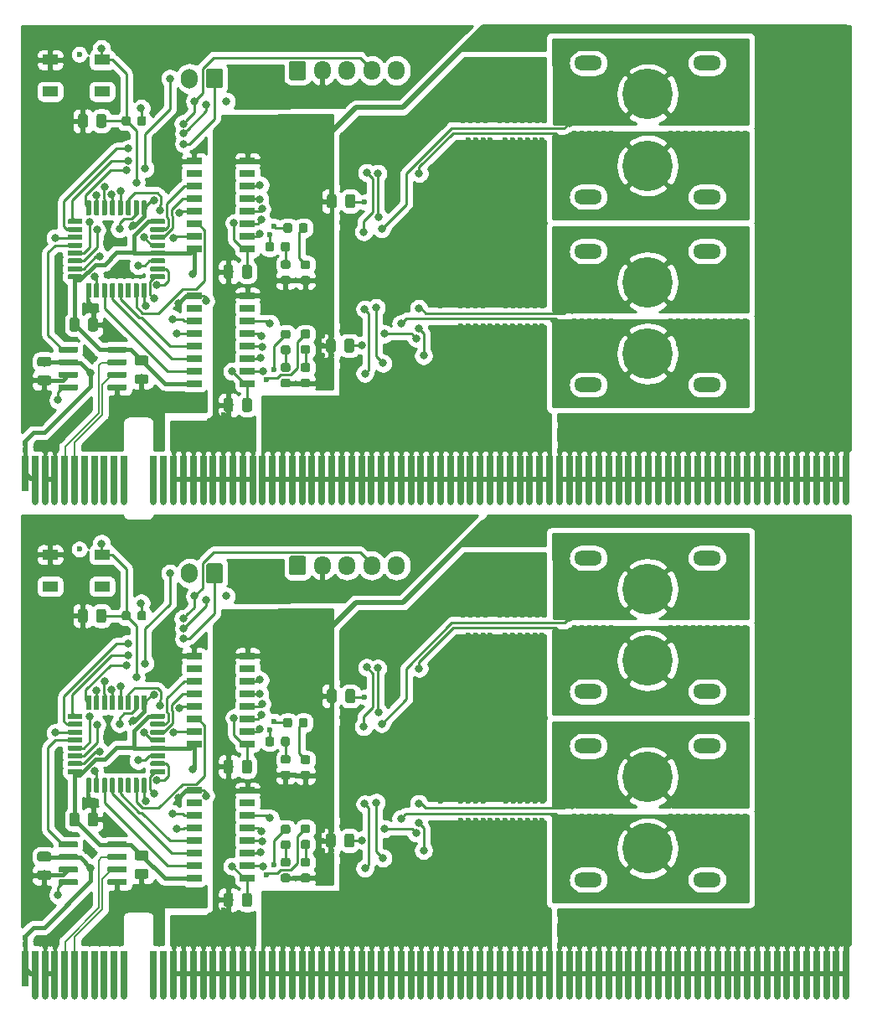
<source format=gbl>
G04 #@! TF.GenerationSoftware,KiCad,Pcbnew,(5.1.4)-1*
G04 #@! TF.CreationDate,2019-11-07T17:21:05+09:00*
G04 #@! TF.ProjectId,CAN_Dual_MDexpress,43414e5f-4475-4616-9c5f-4d4465787072,rev?*
G04 #@! TF.SameCoordinates,Original*
G04 #@! TF.FileFunction,Copper,L2,Bot*
G04 #@! TF.FilePolarity,Positive*
%FSLAX46Y46*%
G04 Gerber Fmt 4.6, Leading zero omitted, Abs format (unit mm)*
G04 Created by KiCad (PCBNEW (5.1.4)-1) date 2019-11-07 17:21:05*
%MOMM*%
%LPD*%
G04 APERTURE LIST*
%ADD10C,0.100000*%
%ADD11C,0.500000*%
%ADD12R,1.550000X1.000000*%
%ADD13R,1.500000X0.650000*%
%ADD14C,0.600000*%
%ADD15C,0.975000*%
%ADD16C,0.875000*%
%ADD17R,0.650000X4.600000*%
%ADD18O,0.650000X0.650000*%
%ADD19R,0.650000X3.600000*%
%ADD20C,1.700000*%
%ADD21O,1.700000X2.000000*%
%ADD22C,5.100000*%
%ADD23O,2.800000X1.500000*%
%ADD24O,1.700000X1.950000*%
%ADD25C,0.800000*%
%ADD26C,0.400000*%
%ADD27C,0.250000*%
%ADD28C,0.500000*%
%ADD29C,0.200000*%
%ADD30C,0.254000*%
G04 APERTURE END LIST*
D10*
G36*
X135010252Y-55196602D02*
G01*
X135022386Y-55198402D01*
X135034286Y-55201382D01*
X135045835Y-55205515D01*
X135056925Y-55210760D01*
X135067446Y-55217066D01*
X135077299Y-55224374D01*
X135086388Y-55232612D01*
X135094626Y-55241701D01*
X135101934Y-55251554D01*
X135108240Y-55262075D01*
X135113485Y-55273165D01*
X135117618Y-55284714D01*
X135120598Y-55296614D01*
X135122398Y-55308748D01*
X135123000Y-55321000D01*
X135123000Y-55571000D01*
X135122398Y-55583252D01*
X135120598Y-55595386D01*
X135117618Y-55607286D01*
X135113485Y-55618835D01*
X135108240Y-55629925D01*
X135101934Y-55640446D01*
X135094626Y-55650299D01*
X135086388Y-55659388D01*
X135077299Y-55667626D01*
X135067446Y-55674934D01*
X135056925Y-55681240D01*
X135045835Y-55686485D01*
X135034286Y-55690618D01*
X135022386Y-55693598D01*
X135010252Y-55695398D01*
X134998000Y-55696000D01*
X133748000Y-55696000D01*
X133735748Y-55695398D01*
X133723614Y-55693598D01*
X133711714Y-55690618D01*
X133700165Y-55686485D01*
X133689075Y-55681240D01*
X133678554Y-55674934D01*
X133668701Y-55667626D01*
X133659612Y-55659388D01*
X133651374Y-55650299D01*
X133644066Y-55640446D01*
X133637760Y-55629925D01*
X133632515Y-55618835D01*
X133628382Y-55607286D01*
X133625402Y-55595386D01*
X133623602Y-55583252D01*
X133623000Y-55571000D01*
X133623000Y-55321000D01*
X133623602Y-55308748D01*
X133625402Y-55296614D01*
X133628382Y-55284714D01*
X133632515Y-55273165D01*
X133637760Y-55262075D01*
X133644066Y-55251554D01*
X133651374Y-55241701D01*
X133659612Y-55232612D01*
X133668701Y-55224374D01*
X133678554Y-55217066D01*
X133689075Y-55210760D01*
X133700165Y-55205515D01*
X133711714Y-55201382D01*
X133723614Y-55198402D01*
X133735748Y-55196602D01*
X133748000Y-55196000D01*
X134998000Y-55196000D01*
X135010252Y-55196602D01*
X135010252Y-55196602D01*
G37*
D11*
X134373000Y-55446000D03*
D10*
G36*
X135010252Y-55996602D02*
G01*
X135022386Y-55998402D01*
X135034286Y-56001382D01*
X135045835Y-56005515D01*
X135056925Y-56010760D01*
X135067446Y-56017066D01*
X135077299Y-56024374D01*
X135086388Y-56032612D01*
X135094626Y-56041701D01*
X135101934Y-56051554D01*
X135108240Y-56062075D01*
X135113485Y-56073165D01*
X135117618Y-56084714D01*
X135120598Y-56096614D01*
X135122398Y-56108748D01*
X135123000Y-56121000D01*
X135123000Y-56371000D01*
X135122398Y-56383252D01*
X135120598Y-56395386D01*
X135117618Y-56407286D01*
X135113485Y-56418835D01*
X135108240Y-56429925D01*
X135101934Y-56440446D01*
X135094626Y-56450299D01*
X135086388Y-56459388D01*
X135077299Y-56467626D01*
X135067446Y-56474934D01*
X135056925Y-56481240D01*
X135045835Y-56486485D01*
X135034286Y-56490618D01*
X135022386Y-56493598D01*
X135010252Y-56495398D01*
X134998000Y-56496000D01*
X133748000Y-56496000D01*
X133735748Y-56495398D01*
X133723614Y-56493598D01*
X133711714Y-56490618D01*
X133700165Y-56486485D01*
X133689075Y-56481240D01*
X133678554Y-56474934D01*
X133668701Y-56467626D01*
X133659612Y-56459388D01*
X133651374Y-56450299D01*
X133644066Y-56440446D01*
X133637760Y-56429925D01*
X133632515Y-56418835D01*
X133628382Y-56407286D01*
X133625402Y-56395386D01*
X133623602Y-56383252D01*
X133623000Y-56371000D01*
X133623000Y-56121000D01*
X133623602Y-56108748D01*
X133625402Y-56096614D01*
X133628382Y-56084714D01*
X133632515Y-56073165D01*
X133637760Y-56062075D01*
X133644066Y-56051554D01*
X133651374Y-56041701D01*
X133659612Y-56032612D01*
X133668701Y-56024374D01*
X133678554Y-56017066D01*
X133689075Y-56010760D01*
X133700165Y-56005515D01*
X133711714Y-56001382D01*
X133723614Y-55998402D01*
X133735748Y-55996602D01*
X133748000Y-55996000D01*
X134998000Y-55996000D01*
X135010252Y-55996602D01*
X135010252Y-55996602D01*
G37*
D11*
X134373000Y-56246000D03*
D10*
G36*
X135010252Y-56796602D02*
G01*
X135022386Y-56798402D01*
X135034286Y-56801382D01*
X135045835Y-56805515D01*
X135056925Y-56810760D01*
X135067446Y-56817066D01*
X135077299Y-56824374D01*
X135086388Y-56832612D01*
X135094626Y-56841701D01*
X135101934Y-56851554D01*
X135108240Y-56862075D01*
X135113485Y-56873165D01*
X135117618Y-56884714D01*
X135120598Y-56896614D01*
X135122398Y-56908748D01*
X135123000Y-56921000D01*
X135123000Y-57171000D01*
X135122398Y-57183252D01*
X135120598Y-57195386D01*
X135117618Y-57207286D01*
X135113485Y-57218835D01*
X135108240Y-57229925D01*
X135101934Y-57240446D01*
X135094626Y-57250299D01*
X135086388Y-57259388D01*
X135077299Y-57267626D01*
X135067446Y-57274934D01*
X135056925Y-57281240D01*
X135045835Y-57286485D01*
X135034286Y-57290618D01*
X135022386Y-57293598D01*
X135010252Y-57295398D01*
X134998000Y-57296000D01*
X133748000Y-57296000D01*
X133735748Y-57295398D01*
X133723614Y-57293598D01*
X133711714Y-57290618D01*
X133700165Y-57286485D01*
X133689075Y-57281240D01*
X133678554Y-57274934D01*
X133668701Y-57267626D01*
X133659612Y-57259388D01*
X133651374Y-57250299D01*
X133644066Y-57240446D01*
X133637760Y-57229925D01*
X133632515Y-57218835D01*
X133628382Y-57207286D01*
X133625402Y-57195386D01*
X133623602Y-57183252D01*
X133623000Y-57171000D01*
X133623000Y-56921000D01*
X133623602Y-56908748D01*
X133625402Y-56896614D01*
X133628382Y-56884714D01*
X133632515Y-56873165D01*
X133637760Y-56862075D01*
X133644066Y-56851554D01*
X133651374Y-56841701D01*
X133659612Y-56832612D01*
X133668701Y-56824374D01*
X133678554Y-56817066D01*
X133689075Y-56810760D01*
X133700165Y-56805515D01*
X133711714Y-56801382D01*
X133723614Y-56798402D01*
X133735748Y-56796602D01*
X133748000Y-56796000D01*
X134998000Y-56796000D01*
X135010252Y-56796602D01*
X135010252Y-56796602D01*
G37*
D11*
X134373000Y-57046000D03*
D10*
G36*
X135010252Y-57596602D02*
G01*
X135022386Y-57598402D01*
X135034286Y-57601382D01*
X135045835Y-57605515D01*
X135056925Y-57610760D01*
X135067446Y-57617066D01*
X135077299Y-57624374D01*
X135086388Y-57632612D01*
X135094626Y-57641701D01*
X135101934Y-57651554D01*
X135108240Y-57662075D01*
X135113485Y-57673165D01*
X135117618Y-57684714D01*
X135120598Y-57696614D01*
X135122398Y-57708748D01*
X135123000Y-57721000D01*
X135123000Y-57971000D01*
X135122398Y-57983252D01*
X135120598Y-57995386D01*
X135117618Y-58007286D01*
X135113485Y-58018835D01*
X135108240Y-58029925D01*
X135101934Y-58040446D01*
X135094626Y-58050299D01*
X135086388Y-58059388D01*
X135077299Y-58067626D01*
X135067446Y-58074934D01*
X135056925Y-58081240D01*
X135045835Y-58086485D01*
X135034286Y-58090618D01*
X135022386Y-58093598D01*
X135010252Y-58095398D01*
X134998000Y-58096000D01*
X133748000Y-58096000D01*
X133735748Y-58095398D01*
X133723614Y-58093598D01*
X133711714Y-58090618D01*
X133700165Y-58086485D01*
X133689075Y-58081240D01*
X133678554Y-58074934D01*
X133668701Y-58067626D01*
X133659612Y-58059388D01*
X133651374Y-58050299D01*
X133644066Y-58040446D01*
X133637760Y-58029925D01*
X133632515Y-58018835D01*
X133628382Y-58007286D01*
X133625402Y-57995386D01*
X133623602Y-57983252D01*
X133623000Y-57971000D01*
X133623000Y-57721000D01*
X133623602Y-57708748D01*
X133625402Y-57696614D01*
X133628382Y-57684714D01*
X133632515Y-57673165D01*
X133637760Y-57662075D01*
X133644066Y-57651554D01*
X133651374Y-57641701D01*
X133659612Y-57632612D01*
X133668701Y-57624374D01*
X133678554Y-57617066D01*
X133689075Y-57610760D01*
X133700165Y-57605515D01*
X133711714Y-57601382D01*
X133723614Y-57598402D01*
X133735748Y-57596602D01*
X133748000Y-57596000D01*
X134998000Y-57596000D01*
X135010252Y-57596602D01*
X135010252Y-57596602D01*
G37*
D11*
X134373000Y-57846000D03*
D10*
G36*
X135010252Y-58396602D02*
G01*
X135022386Y-58398402D01*
X135034286Y-58401382D01*
X135045835Y-58405515D01*
X135056925Y-58410760D01*
X135067446Y-58417066D01*
X135077299Y-58424374D01*
X135086388Y-58432612D01*
X135094626Y-58441701D01*
X135101934Y-58451554D01*
X135108240Y-58462075D01*
X135113485Y-58473165D01*
X135117618Y-58484714D01*
X135120598Y-58496614D01*
X135122398Y-58508748D01*
X135123000Y-58521000D01*
X135123000Y-58771000D01*
X135122398Y-58783252D01*
X135120598Y-58795386D01*
X135117618Y-58807286D01*
X135113485Y-58818835D01*
X135108240Y-58829925D01*
X135101934Y-58840446D01*
X135094626Y-58850299D01*
X135086388Y-58859388D01*
X135077299Y-58867626D01*
X135067446Y-58874934D01*
X135056925Y-58881240D01*
X135045835Y-58886485D01*
X135034286Y-58890618D01*
X135022386Y-58893598D01*
X135010252Y-58895398D01*
X134998000Y-58896000D01*
X133748000Y-58896000D01*
X133735748Y-58895398D01*
X133723614Y-58893598D01*
X133711714Y-58890618D01*
X133700165Y-58886485D01*
X133689075Y-58881240D01*
X133678554Y-58874934D01*
X133668701Y-58867626D01*
X133659612Y-58859388D01*
X133651374Y-58850299D01*
X133644066Y-58840446D01*
X133637760Y-58829925D01*
X133632515Y-58818835D01*
X133628382Y-58807286D01*
X133625402Y-58795386D01*
X133623602Y-58783252D01*
X133623000Y-58771000D01*
X133623000Y-58521000D01*
X133623602Y-58508748D01*
X133625402Y-58496614D01*
X133628382Y-58484714D01*
X133632515Y-58473165D01*
X133637760Y-58462075D01*
X133644066Y-58451554D01*
X133651374Y-58441701D01*
X133659612Y-58432612D01*
X133668701Y-58424374D01*
X133678554Y-58417066D01*
X133689075Y-58410760D01*
X133700165Y-58405515D01*
X133711714Y-58401382D01*
X133723614Y-58398402D01*
X133735748Y-58396602D01*
X133748000Y-58396000D01*
X134998000Y-58396000D01*
X135010252Y-58396602D01*
X135010252Y-58396602D01*
G37*
D11*
X134373000Y-58646000D03*
D10*
G36*
X135010252Y-59196602D02*
G01*
X135022386Y-59198402D01*
X135034286Y-59201382D01*
X135045835Y-59205515D01*
X135056925Y-59210760D01*
X135067446Y-59217066D01*
X135077299Y-59224374D01*
X135086388Y-59232612D01*
X135094626Y-59241701D01*
X135101934Y-59251554D01*
X135108240Y-59262075D01*
X135113485Y-59273165D01*
X135117618Y-59284714D01*
X135120598Y-59296614D01*
X135122398Y-59308748D01*
X135123000Y-59321000D01*
X135123000Y-59571000D01*
X135122398Y-59583252D01*
X135120598Y-59595386D01*
X135117618Y-59607286D01*
X135113485Y-59618835D01*
X135108240Y-59629925D01*
X135101934Y-59640446D01*
X135094626Y-59650299D01*
X135086388Y-59659388D01*
X135077299Y-59667626D01*
X135067446Y-59674934D01*
X135056925Y-59681240D01*
X135045835Y-59686485D01*
X135034286Y-59690618D01*
X135022386Y-59693598D01*
X135010252Y-59695398D01*
X134998000Y-59696000D01*
X133748000Y-59696000D01*
X133735748Y-59695398D01*
X133723614Y-59693598D01*
X133711714Y-59690618D01*
X133700165Y-59686485D01*
X133689075Y-59681240D01*
X133678554Y-59674934D01*
X133668701Y-59667626D01*
X133659612Y-59659388D01*
X133651374Y-59650299D01*
X133644066Y-59640446D01*
X133637760Y-59629925D01*
X133632515Y-59618835D01*
X133628382Y-59607286D01*
X133625402Y-59595386D01*
X133623602Y-59583252D01*
X133623000Y-59571000D01*
X133623000Y-59321000D01*
X133623602Y-59308748D01*
X133625402Y-59296614D01*
X133628382Y-59284714D01*
X133632515Y-59273165D01*
X133637760Y-59262075D01*
X133644066Y-59251554D01*
X133651374Y-59241701D01*
X133659612Y-59232612D01*
X133668701Y-59224374D01*
X133678554Y-59217066D01*
X133689075Y-59210760D01*
X133700165Y-59205515D01*
X133711714Y-59201382D01*
X133723614Y-59198402D01*
X133735748Y-59196602D01*
X133748000Y-59196000D01*
X134998000Y-59196000D01*
X135010252Y-59196602D01*
X135010252Y-59196602D01*
G37*
D11*
X134373000Y-59446000D03*
D10*
G36*
X135010252Y-59996602D02*
G01*
X135022386Y-59998402D01*
X135034286Y-60001382D01*
X135045835Y-60005515D01*
X135056925Y-60010760D01*
X135067446Y-60017066D01*
X135077299Y-60024374D01*
X135086388Y-60032612D01*
X135094626Y-60041701D01*
X135101934Y-60051554D01*
X135108240Y-60062075D01*
X135113485Y-60073165D01*
X135117618Y-60084714D01*
X135120598Y-60096614D01*
X135122398Y-60108748D01*
X135123000Y-60121000D01*
X135123000Y-60371000D01*
X135122398Y-60383252D01*
X135120598Y-60395386D01*
X135117618Y-60407286D01*
X135113485Y-60418835D01*
X135108240Y-60429925D01*
X135101934Y-60440446D01*
X135094626Y-60450299D01*
X135086388Y-60459388D01*
X135077299Y-60467626D01*
X135067446Y-60474934D01*
X135056925Y-60481240D01*
X135045835Y-60486485D01*
X135034286Y-60490618D01*
X135022386Y-60493598D01*
X135010252Y-60495398D01*
X134998000Y-60496000D01*
X133748000Y-60496000D01*
X133735748Y-60495398D01*
X133723614Y-60493598D01*
X133711714Y-60490618D01*
X133700165Y-60486485D01*
X133689075Y-60481240D01*
X133678554Y-60474934D01*
X133668701Y-60467626D01*
X133659612Y-60459388D01*
X133651374Y-60450299D01*
X133644066Y-60440446D01*
X133637760Y-60429925D01*
X133632515Y-60418835D01*
X133628382Y-60407286D01*
X133625402Y-60395386D01*
X133623602Y-60383252D01*
X133623000Y-60371000D01*
X133623000Y-60121000D01*
X133623602Y-60108748D01*
X133625402Y-60096614D01*
X133628382Y-60084714D01*
X133632515Y-60073165D01*
X133637760Y-60062075D01*
X133644066Y-60051554D01*
X133651374Y-60041701D01*
X133659612Y-60032612D01*
X133668701Y-60024374D01*
X133678554Y-60017066D01*
X133689075Y-60010760D01*
X133700165Y-60005515D01*
X133711714Y-60001382D01*
X133723614Y-59998402D01*
X133735748Y-59996602D01*
X133748000Y-59996000D01*
X134998000Y-59996000D01*
X135010252Y-59996602D01*
X135010252Y-59996602D01*
G37*
D11*
X134373000Y-60246000D03*
D10*
G36*
X135010252Y-60796602D02*
G01*
X135022386Y-60798402D01*
X135034286Y-60801382D01*
X135045835Y-60805515D01*
X135056925Y-60810760D01*
X135067446Y-60817066D01*
X135077299Y-60824374D01*
X135086388Y-60832612D01*
X135094626Y-60841701D01*
X135101934Y-60851554D01*
X135108240Y-60862075D01*
X135113485Y-60873165D01*
X135117618Y-60884714D01*
X135120598Y-60896614D01*
X135122398Y-60908748D01*
X135123000Y-60921000D01*
X135123000Y-61171000D01*
X135122398Y-61183252D01*
X135120598Y-61195386D01*
X135117618Y-61207286D01*
X135113485Y-61218835D01*
X135108240Y-61229925D01*
X135101934Y-61240446D01*
X135094626Y-61250299D01*
X135086388Y-61259388D01*
X135077299Y-61267626D01*
X135067446Y-61274934D01*
X135056925Y-61281240D01*
X135045835Y-61286485D01*
X135034286Y-61290618D01*
X135022386Y-61293598D01*
X135010252Y-61295398D01*
X134998000Y-61296000D01*
X133748000Y-61296000D01*
X133735748Y-61295398D01*
X133723614Y-61293598D01*
X133711714Y-61290618D01*
X133700165Y-61286485D01*
X133689075Y-61281240D01*
X133678554Y-61274934D01*
X133668701Y-61267626D01*
X133659612Y-61259388D01*
X133651374Y-61250299D01*
X133644066Y-61240446D01*
X133637760Y-61229925D01*
X133632515Y-61218835D01*
X133628382Y-61207286D01*
X133625402Y-61195386D01*
X133623602Y-61183252D01*
X133623000Y-61171000D01*
X133623000Y-60921000D01*
X133623602Y-60908748D01*
X133625402Y-60896614D01*
X133628382Y-60884714D01*
X133632515Y-60873165D01*
X133637760Y-60862075D01*
X133644066Y-60851554D01*
X133651374Y-60841701D01*
X133659612Y-60832612D01*
X133668701Y-60824374D01*
X133678554Y-60817066D01*
X133689075Y-60810760D01*
X133700165Y-60805515D01*
X133711714Y-60801382D01*
X133723614Y-60798402D01*
X133735748Y-60796602D01*
X133748000Y-60796000D01*
X134998000Y-60796000D01*
X135010252Y-60796602D01*
X135010252Y-60796602D01*
G37*
D11*
X134373000Y-61046000D03*
D10*
G36*
X133135252Y-61671602D02*
G01*
X133147386Y-61673402D01*
X133159286Y-61676382D01*
X133170835Y-61680515D01*
X133181925Y-61685760D01*
X133192446Y-61692066D01*
X133202299Y-61699374D01*
X133211388Y-61707612D01*
X133219626Y-61716701D01*
X133226934Y-61726554D01*
X133233240Y-61737075D01*
X133238485Y-61748165D01*
X133242618Y-61759714D01*
X133245598Y-61771614D01*
X133247398Y-61783748D01*
X133248000Y-61796000D01*
X133248000Y-63046000D01*
X133247398Y-63058252D01*
X133245598Y-63070386D01*
X133242618Y-63082286D01*
X133238485Y-63093835D01*
X133233240Y-63104925D01*
X133226934Y-63115446D01*
X133219626Y-63125299D01*
X133211388Y-63134388D01*
X133202299Y-63142626D01*
X133192446Y-63149934D01*
X133181925Y-63156240D01*
X133170835Y-63161485D01*
X133159286Y-63165618D01*
X133147386Y-63168598D01*
X133135252Y-63170398D01*
X133123000Y-63171000D01*
X132873000Y-63171000D01*
X132860748Y-63170398D01*
X132848614Y-63168598D01*
X132836714Y-63165618D01*
X132825165Y-63161485D01*
X132814075Y-63156240D01*
X132803554Y-63149934D01*
X132793701Y-63142626D01*
X132784612Y-63134388D01*
X132776374Y-63125299D01*
X132769066Y-63115446D01*
X132762760Y-63104925D01*
X132757515Y-63093835D01*
X132753382Y-63082286D01*
X132750402Y-63070386D01*
X132748602Y-63058252D01*
X132748000Y-63046000D01*
X132748000Y-61796000D01*
X132748602Y-61783748D01*
X132750402Y-61771614D01*
X132753382Y-61759714D01*
X132757515Y-61748165D01*
X132762760Y-61737075D01*
X132769066Y-61726554D01*
X132776374Y-61716701D01*
X132784612Y-61707612D01*
X132793701Y-61699374D01*
X132803554Y-61692066D01*
X132814075Y-61685760D01*
X132825165Y-61680515D01*
X132836714Y-61676382D01*
X132848614Y-61673402D01*
X132860748Y-61671602D01*
X132873000Y-61671000D01*
X133123000Y-61671000D01*
X133135252Y-61671602D01*
X133135252Y-61671602D01*
G37*
D11*
X132998000Y-62421000D03*
D10*
G36*
X132335252Y-61671602D02*
G01*
X132347386Y-61673402D01*
X132359286Y-61676382D01*
X132370835Y-61680515D01*
X132381925Y-61685760D01*
X132392446Y-61692066D01*
X132402299Y-61699374D01*
X132411388Y-61707612D01*
X132419626Y-61716701D01*
X132426934Y-61726554D01*
X132433240Y-61737075D01*
X132438485Y-61748165D01*
X132442618Y-61759714D01*
X132445598Y-61771614D01*
X132447398Y-61783748D01*
X132448000Y-61796000D01*
X132448000Y-63046000D01*
X132447398Y-63058252D01*
X132445598Y-63070386D01*
X132442618Y-63082286D01*
X132438485Y-63093835D01*
X132433240Y-63104925D01*
X132426934Y-63115446D01*
X132419626Y-63125299D01*
X132411388Y-63134388D01*
X132402299Y-63142626D01*
X132392446Y-63149934D01*
X132381925Y-63156240D01*
X132370835Y-63161485D01*
X132359286Y-63165618D01*
X132347386Y-63168598D01*
X132335252Y-63170398D01*
X132323000Y-63171000D01*
X132073000Y-63171000D01*
X132060748Y-63170398D01*
X132048614Y-63168598D01*
X132036714Y-63165618D01*
X132025165Y-63161485D01*
X132014075Y-63156240D01*
X132003554Y-63149934D01*
X131993701Y-63142626D01*
X131984612Y-63134388D01*
X131976374Y-63125299D01*
X131969066Y-63115446D01*
X131962760Y-63104925D01*
X131957515Y-63093835D01*
X131953382Y-63082286D01*
X131950402Y-63070386D01*
X131948602Y-63058252D01*
X131948000Y-63046000D01*
X131948000Y-61796000D01*
X131948602Y-61783748D01*
X131950402Y-61771614D01*
X131953382Y-61759714D01*
X131957515Y-61748165D01*
X131962760Y-61737075D01*
X131969066Y-61726554D01*
X131976374Y-61716701D01*
X131984612Y-61707612D01*
X131993701Y-61699374D01*
X132003554Y-61692066D01*
X132014075Y-61685760D01*
X132025165Y-61680515D01*
X132036714Y-61676382D01*
X132048614Y-61673402D01*
X132060748Y-61671602D01*
X132073000Y-61671000D01*
X132323000Y-61671000D01*
X132335252Y-61671602D01*
X132335252Y-61671602D01*
G37*
D11*
X132198000Y-62421000D03*
D10*
G36*
X131535252Y-61671602D02*
G01*
X131547386Y-61673402D01*
X131559286Y-61676382D01*
X131570835Y-61680515D01*
X131581925Y-61685760D01*
X131592446Y-61692066D01*
X131602299Y-61699374D01*
X131611388Y-61707612D01*
X131619626Y-61716701D01*
X131626934Y-61726554D01*
X131633240Y-61737075D01*
X131638485Y-61748165D01*
X131642618Y-61759714D01*
X131645598Y-61771614D01*
X131647398Y-61783748D01*
X131648000Y-61796000D01*
X131648000Y-63046000D01*
X131647398Y-63058252D01*
X131645598Y-63070386D01*
X131642618Y-63082286D01*
X131638485Y-63093835D01*
X131633240Y-63104925D01*
X131626934Y-63115446D01*
X131619626Y-63125299D01*
X131611388Y-63134388D01*
X131602299Y-63142626D01*
X131592446Y-63149934D01*
X131581925Y-63156240D01*
X131570835Y-63161485D01*
X131559286Y-63165618D01*
X131547386Y-63168598D01*
X131535252Y-63170398D01*
X131523000Y-63171000D01*
X131273000Y-63171000D01*
X131260748Y-63170398D01*
X131248614Y-63168598D01*
X131236714Y-63165618D01*
X131225165Y-63161485D01*
X131214075Y-63156240D01*
X131203554Y-63149934D01*
X131193701Y-63142626D01*
X131184612Y-63134388D01*
X131176374Y-63125299D01*
X131169066Y-63115446D01*
X131162760Y-63104925D01*
X131157515Y-63093835D01*
X131153382Y-63082286D01*
X131150402Y-63070386D01*
X131148602Y-63058252D01*
X131148000Y-63046000D01*
X131148000Y-61796000D01*
X131148602Y-61783748D01*
X131150402Y-61771614D01*
X131153382Y-61759714D01*
X131157515Y-61748165D01*
X131162760Y-61737075D01*
X131169066Y-61726554D01*
X131176374Y-61716701D01*
X131184612Y-61707612D01*
X131193701Y-61699374D01*
X131203554Y-61692066D01*
X131214075Y-61685760D01*
X131225165Y-61680515D01*
X131236714Y-61676382D01*
X131248614Y-61673402D01*
X131260748Y-61671602D01*
X131273000Y-61671000D01*
X131523000Y-61671000D01*
X131535252Y-61671602D01*
X131535252Y-61671602D01*
G37*
D11*
X131398000Y-62421000D03*
D10*
G36*
X130735252Y-61671602D02*
G01*
X130747386Y-61673402D01*
X130759286Y-61676382D01*
X130770835Y-61680515D01*
X130781925Y-61685760D01*
X130792446Y-61692066D01*
X130802299Y-61699374D01*
X130811388Y-61707612D01*
X130819626Y-61716701D01*
X130826934Y-61726554D01*
X130833240Y-61737075D01*
X130838485Y-61748165D01*
X130842618Y-61759714D01*
X130845598Y-61771614D01*
X130847398Y-61783748D01*
X130848000Y-61796000D01*
X130848000Y-63046000D01*
X130847398Y-63058252D01*
X130845598Y-63070386D01*
X130842618Y-63082286D01*
X130838485Y-63093835D01*
X130833240Y-63104925D01*
X130826934Y-63115446D01*
X130819626Y-63125299D01*
X130811388Y-63134388D01*
X130802299Y-63142626D01*
X130792446Y-63149934D01*
X130781925Y-63156240D01*
X130770835Y-63161485D01*
X130759286Y-63165618D01*
X130747386Y-63168598D01*
X130735252Y-63170398D01*
X130723000Y-63171000D01*
X130473000Y-63171000D01*
X130460748Y-63170398D01*
X130448614Y-63168598D01*
X130436714Y-63165618D01*
X130425165Y-63161485D01*
X130414075Y-63156240D01*
X130403554Y-63149934D01*
X130393701Y-63142626D01*
X130384612Y-63134388D01*
X130376374Y-63125299D01*
X130369066Y-63115446D01*
X130362760Y-63104925D01*
X130357515Y-63093835D01*
X130353382Y-63082286D01*
X130350402Y-63070386D01*
X130348602Y-63058252D01*
X130348000Y-63046000D01*
X130348000Y-61796000D01*
X130348602Y-61783748D01*
X130350402Y-61771614D01*
X130353382Y-61759714D01*
X130357515Y-61748165D01*
X130362760Y-61737075D01*
X130369066Y-61726554D01*
X130376374Y-61716701D01*
X130384612Y-61707612D01*
X130393701Y-61699374D01*
X130403554Y-61692066D01*
X130414075Y-61685760D01*
X130425165Y-61680515D01*
X130436714Y-61676382D01*
X130448614Y-61673402D01*
X130460748Y-61671602D01*
X130473000Y-61671000D01*
X130723000Y-61671000D01*
X130735252Y-61671602D01*
X130735252Y-61671602D01*
G37*
D11*
X130598000Y-62421000D03*
D10*
G36*
X129935252Y-61671602D02*
G01*
X129947386Y-61673402D01*
X129959286Y-61676382D01*
X129970835Y-61680515D01*
X129981925Y-61685760D01*
X129992446Y-61692066D01*
X130002299Y-61699374D01*
X130011388Y-61707612D01*
X130019626Y-61716701D01*
X130026934Y-61726554D01*
X130033240Y-61737075D01*
X130038485Y-61748165D01*
X130042618Y-61759714D01*
X130045598Y-61771614D01*
X130047398Y-61783748D01*
X130048000Y-61796000D01*
X130048000Y-63046000D01*
X130047398Y-63058252D01*
X130045598Y-63070386D01*
X130042618Y-63082286D01*
X130038485Y-63093835D01*
X130033240Y-63104925D01*
X130026934Y-63115446D01*
X130019626Y-63125299D01*
X130011388Y-63134388D01*
X130002299Y-63142626D01*
X129992446Y-63149934D01*
X129981925Y-63156240D01*
X129970835Y-63161485D01*
X129959286Y-63165618D01*
X129947386Y-63168598D01*
X129935252Y-63170398D01*
X129923000Y-63171000D01*
X129673000Y-63171000D01*
X129660748Y-63170398D01*
X129648614Y-63168598D01*
X129636714Y-63165618D01*
X129625165Y-63161485D01*
X129614075Y-63156240D01*
X129603554Y-63149934D01*
X129593701Y-63142626D01*
X129584612Y-63134388D01*
X129576374Y-63125299D01*
X129569066Y-63115446D01*
X129562760Y-63104925D01*
X129557515Y-63093835D01*
X129553382Y-63082286D01*
X129550402Y-63070386D01*
X129548602Y-63058252D01*
X129548000Y-63046000D01*
X129548000Y-61796000D01*
X129548602Y-61783748D01*
X129550402Y-61771614D01*
X129553382Y-61759714D01*
X129557515Y-61748165D01*
X129562760Y-61737075D01*
X129569066Y-61726554D01*
X129576374Y-61716701D01*
X129584612Y-61707612D01*
X129593701Y-61699374D01*
X129603554Y-61692066D01*
X129614075Y-61685760D01*
X129625165Y-61680515D01*
X129636714Y-61676382D01*
X129648614Y-61673402D01*
X129660748Y-61671602D01*
X129673000Y-61671000D01*
X129923000Y-61671000D01*
X129935252Y-61671602D01*
X129935252Y-61671602D01*
G37*
D11*
X129798000Y-62421000D03*
D10*
G36*
X129135252Y-61671602D02*
G01*
X129147386Y-61673402D01*
X129159286Y-61676382D01*
X129170835Y-61680515D01*
X129181925Y-61685760D01*
X129192446Y-61692066D01*
X129202299Y-61699374D01*
X129211388Y-61707612D01*
X129219626Y-61716701D01*
X129226934Y-61726554D01*
X129233240Y-61737075D01*
X129238485Y-61748165D01*
X129242618Y-61759714D01*
X129245598Y-61771614D01*
X129247398Y-61783748D01*
X129248000Y-61796000D01*
X129248000Y-63046000D01*
X129247398Y-63058252D01*
X129245598Y-63070386D01*
X129242618Y-63082286D01*
X129238485Y-63093835D01*
X129233240Y-63104925D01*
X129226934Y-63115446D01*
X129219626Y-63125299D01*
X129211388Y-63134388D01*
X129202299Y-63142626D01*
X129192446Y-63149934D01*
X129181925Y-63156240D01*
X129170835Y-63161485D01*
X129159286Y-63165618D01*
X129147386Y-63168598D01*
X129135252Y-63170398D01*
X129123000Y-63171000D01*
X128873000Y-63171000D01*
X128860748Y-63170398D01*
X128848614Y-63168598D01*
X128836714Y-63165618D01*
X128825165Y-63161485D01*
X128814075Y-63156240D01*
X128803554Y-63149934D01*
X128793701Y-63142626D01*
X128784612Y-63134388D01*
X128776374Y-63125299D01*
X128769066Y-63115446D01*
X128762760Y-63104925D01*
X128757515Y-63093835D01*
X128753382Y-63082286D01*
X128750402Y-63070386D01*
X128748602Y-63058252D01*
X128748000Y-63046000D01*
X128748000Y-61796000D01*
X128748602Y-61783748D01*
X128750402Y-61771614D01*
X128753382Y-61759714D01*
X128757515Y-61748165D01*
X128762760Y-61737075D01*
X128769066Y-61726554D01*
X128776374Y-61716701D01*
X128784612Y-61707612D01*
X128793701Y-61699374D01*
X128803554Y-61692066D01*
X128814075Y-61685760D01*
X128825165Y-61680515D01*
X128836714Y-61676382D01*
X128848614Y-61673402D01*
X128860748Y-61671602D01*
X128873000Y-61671000D01*
X129123000Y-61671000D01*
X129135252Y-61671602D01*
X129135252Y-61671602D01*
G37*
D11*
X128998000Y-62421000D03*
D10*
G36*
X128335252Y-61671602D02*
G01*
X128347386Y-61673402D01*
X128359286Y-61676382D01*
X128370835Y-61680515D01*
X128381925Y-61685760D01*
X128392446Y-61692066D01*
X128402299Y-61699374D01*
X128411388Y-61707612D01*
X128419626Y-61716701D01*
X128426934Y-61726554D01*
X128433240Y-61737075D01*
X128438485Y-61748165D01*
X128442618Y-61759714D01*
X128445598Y-61771614D01*
X128447398Y-61783748D01*
X128448000Y-61796000D01*
X128448000Y-63046000D01*
X128447398Y-63058252D01*
X128445598Y-63070386D01*
X128442618Y-63082286D01*
X128438485Y-63093835D01*
X128433240Y-63104925D01*
X128426934Y-63115446D01*
X128419626Y-63125299D01*
X128411388Y-63134388D01*
X128402299Y-63142626D01*
X128392446Y-63149934D01*
X128381925Y-63156240D01*
X128370835Y-63161485D01*
X128359286Y-63165618D01*
X128347386Y-63168598D01*
X128335252Y-63170398D01*
X128323000Y-63171000D01*
X128073000Y-63171000D01*
X128060748Y-63170398D01*
X128048614Y-63168598D01*
X128036714Y-63165618D01*
X128025165Y-63161485D01*
X128014075Y-63156240D01*
X128003554Y-63149934D01*
X127993701Y-63142626D01*
X127984612Y-63134388D01*
X127976374Y-63125299D01*
X127969066Y-63115446D01*
X127962760Y-63104925D01*
X127957515Y-63093835D01*
X127953382Y-63082286D01*
X127950402Y-63070386D01*
X127948602Y-63058252D01*
X127948000Y-63046000D01*
X127948000Y-61796000D01*
X127948602Y-61783748D01*
X127950402Y-61771614D01*
X127953382Y-61759714D01*
X127957515Y-61748165D01*
X127962760Y-61737075D01*
X127969066Y-61726554D01*
X127976374Y-61716701D01*
X127984612Y-61707612D01*
X127993701Y-61699374D01*
X128003554Y-61692066D01*
X128014075Y-61685760D01*
X128025165Y-61680515D01*
X128036714Y-61676382D01*
X128048614Y-61673402D01*
X128060748Y-61671602D01*
X128073000Y-61671000D01*
X128323000Y-61671000D01*
X128335252Y-61671602D01*
X128335252Y-61671602D01*
G37*
D11*
X128198000Y-62421000D03*
D10*
G36*
X127535252Y-61671602D02*
G01*
X127547386Y-61673402D01*
X127559286Y-61676382D01*
X127570835Y-61680515D01*
X127581925Y-61685760D01*
X127592446Y-61692066D01*
X127602299Y-61699374D01*
X127611388Y-61707612D01*
X127619626Y-61716701D01*
X127626934Y-61726554D01*
X127633240Y-61737075D01*
X127638485Y-61748165D01*
X127642618Y-61759714D01*
X127645598Y-61771614D01*
X127647398Y-61783748D01*
X127648000Y-61796000D01*
X127648000Y-63046000D01*
X127647398Y-63058252D01*
X127645598Y-63070386D01*
X127642618Y-63082286D01*
X127638485Y-63093835D01*
X127633240Y-63104925D01*
X127626934Y-63115446D01*
X127619626Y-63125299D01*
X127611388Y-63134388D01*
X127602299Y-63142626D01*
X127592446Y-63149934D01*
X127581925Y-63156240D01*
X127570835Y-63161485D01*
X127559286Y-63165618D01*
X127547386Y-63168598D01*
X127535252Y-63170398D01*
X127523000Y-63171000D01*
X127273000Y-63171000D01*
X127260748Y-63170398D01*
X127248614Y-63168598D01*
X127236714Y-63165618D01*
X127225165Y-63161485D01*
X127214075Y-63156240D01*
X127203554Y-63149934D01*
X127193701Y-63142626D01*
X127184612Y-63134388D01*
X127176374Y-63125299D01*
X127169066Y-63115446D01*
X127162760Y-63104925D01*
X127157515Y-63093835D01*
X127153382Y-63082286D01*
X127150402Y-63070386D01*
X127148602Y-63058252D01*
X127148000Y-63046000D01*
X127148000Y-61796000D01*
X127148602Y-61783748D01*
X127150402Y-61771614D01*
X127153382Y-61759714D01*
X127157515Y-61748165D01*
X127162760Y-61737075D01*
X127169066Y-61726554D01*
X127176374Y-61716701D01*
X127184612Y-61707612D01*
X127193701Y-61699374D01*
X127203554Y-61692066D01*
X127214075Y-61685760D01*
X127225165Y-61680515D01*
X127236714Y-61676382D01*
X127248614Y-61673402D01*
X127260748Y-61671602D01*
X127273000Y-61671000D01*
X127523000Y-61671000D01*
X127535252Y-61671602D01*
X127535252Y-61671602D01*
G37*
D11*
X127398000Y-62421000D03*
D10*
G36*
X126660252Y-60796602D02*
G01*
X126672386Y-60798402D01*
X126684286Y-60801382D01*
X126695835Y-60805515D01*
X126706925Y-60810760D01*
X126717446Y-60817066D01*
X126727299Y-60824374D01*
X126736388Y-60832612D01*
X126744626Y-60841701D01*
X126751934Y-60851554D01*
X126758240Y-60862075D01*
X126763485Y-60873165D01*
X126767618Y-60884714D01*
X126770598Y-60896614D01*
X126772398Y-60908748D01*
X126773000Y-60921000D01*
X126773000Y-61171000D01*
X126772398Y-61183252D01*
X126770598Y-61195386D01*
X126767618Y-61207286D01*
X126763485Y-61218835D01*
X126758240Y-61229925D01*
X126751934Y-61240446D01*
X126744626Y-61250299D01*
X126736388Y-61259388D01*
X126727299Y-61267626D01*
X126717446Y-61274934D01*
X126706925Y-61281240D01*
X126695835Y-61286485D01*
X126684286Y-61290618D01*
X126672386Y-61293598D01*
X126660252Y-61295398D01*
X126648000Y-61296000D01*
X125398000Y-61296000D01*
X125385748Y-61295398D01*
X125373614Y-61293598D01*
X125361714Y-61290618D01*
X125350165Y-61286485D01*
X125339075Y-61281240D01*
X125328554Y-61274934D01*
X125318701Y-61267626D01*
X125309612Y-61259388D01*
X125301374Y-61250299D01*
X125294066Y-61240446D01*
X125287760Y-61229925D01*
X125282515Y-61218835D01*
X125278382Y-61207286D01*
X125275402Y-61195386D01*
X125273602Y-61183252D01*
X125273000Y-61171000D01*
X125273000Y-60921000D01*
X125273602Y-60908748D01*
X125275402Y-60896614D01*
X125278382Y-60884714D01*
X125282515Y-60873165D01*
X125287760Y-60862075D01*
X125294066Y-60851554D01*
X125301374Y-60841701D01*
X125309612Y-60832612D01*
X125318701Y-60824374D01*
X125328554Y-60817066D01*
X125339075Y-60810760D01*
X125350165Y-60805515D01*
X125361714Y-60801382D01*
X125373614Y-60798402D01*
X125385748Y-60796602D01*
X125398000Y-60796000D01*
X126648000Y-60796000D01*
X126660252Y-60796602D01*
X126660252Y-60796602D01*
G37*
D11*
X126023000Y-61046000D03*
D10*
G36*
X126660252Y-59996602D02*
G01*
X126672386Y-59998402D01*
X126684286Y-60001382D01*
X126695835Y-60005515D01*
X126706925Y-60010760D01*
X126717446Y-60017066D01*
X126727299Y-60024374D01*
X126736388Y-60032612D01*
X126744626Y-60041701D01*
X126751934Y-60051554D01*
X126758240Y-60062075D01*
X126763485Y-60073165D01*
X126767618Y-60084714D01*
X126770598Y-60096614D01*
X126772398Y-60108748D01*
X126773000Y-60121000D01*
X126773000Y-60371000D01*
X126772398Y-60383252D01*
X126770598Y-60395386D01*
X126767618Y-60407286D01*
X126763485Y-60418835D01*
X126758240Y-60429925D01*
X126751934Y-60440446D01*
X126744626Y-60450299D01*
X126736388Y-60459388D01*
X126727299Y-60467626D01*
X126717446Y-60474934D01*
X126706925Y-60481240D01*
X126695835Y-60486485D01*
X126684286Y-60490618D01*
X126672386Y-60493598D01*
X126660252Y-60495398D01*
X126648000Y-60496000D01*
X125398000Y-60496000D01*
X125385748Y-60495398D01*
X125373614Y-60493598D01*
X125361714Y-60490618D01*
X125350165Y-60486485D01*
X125339075Y-60481240D01*
X125328554Y-60474934D01*
X125318701Y-60467626D01*
X125309612Y-60459388D01*
X125301374Y-60450299D01*
X125294066Y-60440446D01*
X125287760Y-60429925D01*
X125282515Y-60418835D01*
X125278382Y-60407286D01*
X125275402Y-60395386D01*
X125273602Y-60383252D01*
X125273000Y-60371000D01*
X125273000Y-60121000D01*
X125273602Y-60108748D01*
X125275402Y-60096614D01*
X125278382Y-60084714D01*
X125282515Y-60073165D01*
X125287760Y-60062075D01*
X125294066Y-60051554D01*
X125301374Y-60041701D01*
X125309612Y-60032612D01*
X125318701Y-60024374D01*
X125328554Y-60017066D01*
X125339075Y-60010760D01*
X125350165Y-60005515D01*
X125361714Y-60001382D01*
X125373614Y-59998402D01*
X125385748Y-59996602D01*
X125398000Y-59996000D01*
X126648000Y-59996000D01*
X126660252Y-59996602D01*
X126660252Y-59996602D01*
G37*
D11*
X126023000Y-60246000D03*
D10*
G36*
X126660252Y-59196602D02*
G01*
X126672386Y-59198402D01*
X126684286Y-59201382D01*
X126695835Y-59205515D01*
X126706925Y-59210760D01*
X126717446Y-59217066D01*
X126727299Y-59224374D01*
X126736388Y-59232612D01*
X126744626Y-59241701D01*
X126751934Y-59251554D01*
X126758240Y-59262075D01*
X126763485Y-59273165D01*
X126767618Y-59284714D01*
X126770598Y-59296614D01*
X126772398Y-59308748D01*
X126773000Y-59321000D01*
X126773000Y-59571000D01*
X126772398Y-59583252D01*
X126770598Y-59595386D01*
X126767618Y-59607286D01*
X126763485Y-59618835D01*
X126758240Y-59629925D01*
X126751934Y-59640446D01*
X126744626Y-59650299D01*
X126736388Y-59659388D01*
X126727299Y-59667626D01*
X126717446Y-59674934D01*
X126706925Y-59681240D01*
X126695835Y-59686485D01*
X126684286Y-59690618D01*
X126672386Y-59693598D01*
X126660252Y-59695398D01*
X126648000Y-59696000D01*
X125398000Y-59696000D01*
X125385748Y-59695398D01*
X125373614Y-59693598D01*
X125361714Y-59690618D01*
X125350165Y-59686485D01*
X125339075Y-59681240D01*
X125328554Y-59674934D01*
X125318701Y-59667626D01*
X125309612Y-59659388D01*
X125301374Y-59650299D01*
X125294066Y-59640446D01*
X125287760Y-59629925D01*
X125282515Y-59618835D01*
X125278382Y-59607286D01*
X125275402Y-59595386D01*
X125273602Y-59583252D01*
X125273000Y-59571000D01*
X125273000Y-59321000D01*
X125273602Y-59308748D01*
X125275402Y-59296614D01*
X125278382Y-59284714D01*
X125282515Y-59273165D01*
X125287760Y-59262075D01*
X125294066Y-59251554D01*
X125301374Y-59241701D01*
X125309612Y-59232612D01*
X125318701Y-59224374D01*
X125328554Y-59217066D01*
X125339075Y-59210760D01*
X125350165Y-59205515D01*
X125361714Y-59201382D01*
X125373614Y-59198402D01*
X125385748Y-59196602D01*
X125398000Y-59196000D01*
X126648000Y-59196000D01*
X126660252Y-59196602D01*
X126660252Y-59196602D01*
G37*
D11*
X126023000Y-59446000D03*
D10*
G36*
X126660252Y-58396602D02*
G01*
X126672386Y-58398402D01*
X126684286Y-58401382D01*
X126695835Y-58405515D01*
X126706925Y-58410760D01*
X126717446Y-58417066D01*
X126727299Y-58424374D01*
X126736388Y-58432612D01*
X126744626Y-58441701D01*
X126751934Y-58451554D01*
X126758240Y-58462075D01*
X126763485Y-58473165D01*
X126767618Y-58484714D01*
X126770598Y-58496614D01*
X126772398Y-58508748D01*
X126773000Y-58521000D01*
X126773000Y-58771000D01*
X126772398Y-58783252D01*
X126770598Y-58795386D01*
X126767618Y-58807286D01*
X126763485Y-58818835D01*
X126758240Y-58829925D01*
X126751934Y-58840446D01*
X126744626Y-58850299D01*
X126736388Y-58859388D01*
X126727299Y-58867626D01*
X126717446Y-58874934D01*
X126706925Y-58881240D01*
X126695835Y-58886485D01*
X126684286Y-58890618D01*
X126672386Y-58893598D01*
X126660252Y-58895398D01*
X126648000Y-58896000D01*
X125398000Y-58896000D01*
X125385748Y-58895398D01*
X125373614Y-58893598D01*
X125361714Y-58890618D01*
X125350165Y-58886485D01*
X125339075Y-58881240D01*
X125328554Y-58874934D01*
X125318701Y-58867626D01*
X125309612Y-58859388D01*
X125301374Y-58850299D01*
X125294066Y-58840446D01*
X125287760Y-58829925D01*
X125282515Y-58818835D01*
X125278382Y-58807286D01*
X125275402Y-58795386D01*
X125273602Y-58783252D01*
X125273000Y-58771000D01*
X125273000Y-58521000D01*
X125273602Y-58508748D01*
X125275402Y-58496614D01*
X125278382Y-58484714D01*
X125282515Y-58473165D01*
X125287760Y-58462075D01*
X125294066Y-58451554D01*
X125301374Y-58441701D01*
X125309612Y-58432612D01*
X125318701Y-58424374D01*
X125328554Y-58417066D01*
X125339075Y-58410760D01*
X125350165Y-58405515D01*
X125361714Y-58401382D01*
X125373614Y-58398402D01*
X125385748Y-58396602D01*
X125398000Y-58396000D01*
X126648000Y-58396000D01*
X126660252Y-58396602D01*
X126660252Y-58396602D01*
G37*
D11*
X126023000Y-58646000D03*
D10*
G36*
X126660252Y-57596602D02*
G01*
X126672386Y-57598402D01*
X126684286Y-57601382D01*
X126695835Y-57605515D01*
X126706925Y-57610760D01*
X126717446Y-57617066D01*
X126727299Y-57624374D01*
X126736388Y-57632612D01*
X126744626Y-57641701D01*
X126751934Y-57651554D01*
X126758240Y-57662075D01*
X126763485Y-57673165D01*
X126767618Y-57684714D01*
X126770598Y-57696614D01*
X126772398Y-57708748D01*
X126773000Y-57721000D01*
X126773000Y-57971000D01*
X126772398Y-57983252D01*
X126770598Y-57995386D01*
X126767618Y-58007286D01*
X126763485Y-58018835D01*
X126758240Y-58029925D01*
X126751934Y-58040446D01*
X126744626Y-58050299D01*
X126736388Y-58059388D01*
X126727299Y-58067626D01*
X126717446Y-58074934D01*
X126706925Y-58081240D01*
X126695835Y-58086485D01*
X126684286Y-58090618D01*
X126672386Y-58093598D01*
X126660252Y-58095398D01*
X126648000Y-58096000D01*
X125398000Y-58096000D01*
X125385748Y-58095398D01*
X125373614Y-58093598D01*
X125361714Y-58090618D01*
X125350165Y-58086485D01*
X125339075Y-58081240D01*
X125328554Y-58074934D01*
X125318701Y-58067626D01*
X125309612Y-58059388D01*
X125301374Y-58050299D01*
X125294066Y-58040446D01*
X125287760Y-58029925D01*
X125282515Y-58018835D01*
X125278382Y-58007286D01*
X125275402Y-57995386D01*
X125273602Y-57983252D01*
X125273000Y-57971000D01*
X125273000Y-57721000D01*
X125273602Y-57708748D01*
X125275402Y-57696614D01*
X125278382Y-57684714D01*
X125282515Y-57673165D01*
X125287760Y-57662075D01*
X125294066Y-57651554D01*
X125301374Y-57641701D01*
X125309612Y-57632612D01*
X125318701Y-57624374D01*
X125328554Y-57617066D01*
X125339075Y-57610760D01*
X125350165Y-57605515D01*
X125361714Y-57601382D01*
X125373614Y-57598402D01*
X125385748Y-57596602D01*
X125398000Y-57596000D01*
X126648000Y-57596000D01*
X126660252Y-57596602D01*
X126660252Y-57596602D01*
G37*
D11*
X126023000Y-57846000D03*
D10*
G36*
X126660252Y-56796602D02*
G01*
X126672386Y-56798402D01*
X126684286Y-56801382D01*
X126695835Y-56805515D01*
X126706925Y-56810760D01*
X126717446Y-56817066D01*
X126727299Y-56824374D01*
X126736388Y-56832612D01*
X126744626Y-56841701D01*
X126751934Y-56851554D01*
X126758240Y-56862075D01*
X126763485Y-56873165D01*
X126767618Y-56884714D01*
X126770598Y-56896614D01*
X126772398Y-56908748D01*
X126773000Y-56921000D01*
X126773000Y-57171000D01*
X126772398Y-57183252D01*
X126770598Y-57195386D01*
X126767618Y-57207286D01*
X126763485Y-57218835D01*
X126758240Y-57229925D01*
X126751934Y-57240446D01*
X126744626Y-57250299D01*
X126736388Y-57259388D01*
X126727299Y-57267626D01*
X126717446Y-57274934D01*
X126706925Y-57281240D01*
X126695835Y-57286485D01*
X126684286Y-57290618D01*
X126672386Y-57293598D01*
X126660252Y-57295398D01*
X126648000Y-57296000D01*
X125398000Y-57296000D01*
X125385748Y-57295398D01*
X125373614Y-57293598D01*
X125361714Y-57290618D01*
X125350165Y-57286485D01*
X125339075Y-57281240D01*
X125328554Y-57274934D01*
X125318701Y-57267626D01*
X125309612Y-57259388D01*
X125301374Y-57250299D01*
X125294066Y-57240446D01*
X125287760Y-57229925D01*
X125282515Y-57218835D01*
X125278382Y-57207286D01*
X125275402Y-57195386D01*
X125273602Y-57183252D01*
X125273000Y-57171000D01*
X125273000Y-56921000D01*
X125273602Y-56908748D01*
X125275402Y-56896614D01*
X125278382Y-56884714D01*
X125282515Y-56873165D01*
X125287760Y-56862075D01*
X125294066Y-56851554D01*
X125301374Y-56841701D01*
X125309612Y-56832612D01*
X125318701Y-56824374D01*
X125328554Y-56817066D01*
X125339075Y-56810760D01*
X125350165Y-56805515D01*
X125361714Y-56801382D01*
X125373614Y-56798402D01*
X125385748Y-56796602D01*
X125398000Y-56796000D01*
X126648000Y-56796000D01*
X126660252Y-56796602D01*
X126660252Y-56796602D01*
G37*
D11*
X126023000Y-57046000D03*
D10*
G36*
X126660252Y-55996602D02*
G01*
X126672386Y-55998402D01*
X126684286Y-56001382D01*
X126695835Y-56005515D01*
X126706925Y-56010760D01*
X126717446Y-56017066D01*
X126727299Y-56024374D01*
X126736388Y-56032612D01*
X126744626Y-56041701D01*
X126751934Y-56051554D01*
X126758240Y-56062075D01*
X126763485Y-56073165D01*
X126767618Y-56084714D01*
X126770598Y-56096614D01*
X126772398Y-56108748D01*
X126773000Y-56121000D01*
X126773000Y-56371000D01*
X126772398Y-56383252D01*
X126770598Y-56395386D01*
X126767618Y-56407286D01*
X126763485Y-56418835D01*
X126758240Y-56429925D01*
X126751934Y-56440446D01*
X126744626Y-56450299D01*
X126736388Y-56459388D01*
X126727299Y-56467626D01*
X126717446Y-56474934D01*
X126706925Y-56481240D01*
X126695835Y-56486485D01*
X126684286Y-56490618D01*
X126672386Y-56493598D01*
X126660252Y-56495398D01*
X126648000Y-56496000D01*
X125398000Y-56496000D01*
X125385748Y-56495398D01*
X125373614Y-56493598D01*
X125361714Y-56490618D01*
X125350165Y-56486485D01*
X125339075Y-56481240D01*
X125328554Y-56474934D01*
X125318701Y-56467626D01*
X125309612Y-56459388D01*
X125301374Y-56450299D01*
X125294066Y-56440446D01*
X125287760Y-56429925D01*
X125282515Y-56418835D01*
X125278382Y-56407286D01*
X125275402Y-56395386D01*
X125273602Y-56383252D01*
X125273000Y-56371000D01*
X125273000Y-56121000D01*
X125273602Y-56108748D01*
X125275402Y-56096614D01*
X125278382Y-56084714D01*
X125282515Y-56073165D01*
X125287760Y-56062075D01*
X125294066Y-56051554D01*
X125301374Y-56041701D01*
X125309612Y-56032612D01*
X125318701Y-56024374D01*
X125328554Y-56017066D01*
X125339075Y-56010760D01*
X125350165Y-56005515D01*
X125361714Y-56001382D01*
X125373614Y-55998402D01*
X125385748Y-55996602D01*
X125398000Y-55996000D01*
X126648000Y-55996000D01*
X126660252Y-55996602D01*
X126660252Y-55996602D01*
G37*
D11*
X126023000Y-56246000D03*
D10*
G36*
X126660252Y-55196602D02*
G01*
X126672386Y-55198402D01*
X126684286Y-55201382D01*
X126695835Y-55205515D01*
X126706925Y-55210760D01*
X126717446Y-55217066D01*
X126727299Y-55224374D01*
X126736388Y-55232612D01*
X126744626Y-55241701D01*
X126751934Y-55251554D01*
X126758240Y-55262075D01*
X126763485Y-55273165D01*
X126767618Y-55284714D01*
X126770598Y-55296614D01*
X126772398Y-55308748D01*
X126773000Y-55321000D01*
X126773000Y-55571000D01*
X126772398Y-55583252D01*
X126770598Y-55595386D01*
X126767618Y-55607286D01*
X126763485Y-55618835D01*
X126758240Y-55629925D01*
X126751934Y-55640446D01*
X126744626Y-55650299D01*
X126736388Y-55659388D01*
X126727299Y-55667626D01*
X126717446Y-55674934D01*
X126706925Y-55681240D01*
X126695835Y-55686485D01*
X126684286Y-55690618D01*
X126672386Y-55693598D01*
X126660252Y-55695398D01*
X126648000Y-55696000D01*
X125398000Y-55696000D01*
X125385748Y-55695398D01*
X125373614Y-55693598D01*
X125361714Y-55690618D01*
X125350165Y-55686485D01*
X125339075Y-55681240D01*
X125328554Y-55674934D01*
X125318701Y-55667626D01*
X125309612Y-55659388D01*
X125301374Y-55650299D01*
X125294066Y-55640446D01*
X125287760Y-55629925D01*
X125282515Y-55618835D01*
X125278382Y-55607286D01*
X125275402Y-55595386D01*
X125273602Y-55583252D01*
X125273000Y-55571000D01*
X125273000Y-55321000D01*
X125273602Y-55308748D01*
X125275402Y-55296614D01*
X125278382Y-55284714D01*
X125282515Y-55273165D01*
X125287760Y-55262075D01*
X125294066Y-55251554D01*
X125301374Y-55241701D01*
X125309612Y-55232612D01*
X125318701Y-55224374D01*
X125328554Y-55217066D01*
X125339075Y-55210760D01*
X125350165Y-55205515D01*
X125361714Y-55201382D01*
X125373614Y-55198402D01*
X125385748Y-55196602D01*
X125398000Y-55196000D01*
X126648000Y-55196000D01*
X126660252Y-55196602D01*
X126660252Y-55196602D01*
G37*
D11*
X126023000Y-55446000D03*
D10*
G36*
X127535252Y-53321602D02*
G01*
X127547386Y-53323402D01*
X127559286Y-53326382D01*
X127570835Y-53330515D01*
X127581925Y-53335760D01*
X127592446Y-53342066D01*
X127602299Y-53349374D01*
X127611388Y-53357612D01*
X127619626Y-53366701D01*
X127626934Y-53376554D01*
X127633240Y-53387075D01*
X127638485Y-53398165D01*
X127642618Y-53409714D01*
X127645598Y-53421614D01*
X127647398Y-53433748D01*
X127648000Y-53446000D01*
X127648000Y-54696000D01*
X127647398Y-54708252D01*
X127645598Y-54720386D01*
X127642618Y-54732286D01*
X127638485Y-54743835D01*
X127633240Y-54754925D01*
X127626934Y-54765446D01*
X127619626Y-54775299D01*
X127611388Y-54784388D01*
X127602299Y-54792626D01*
X127592446Y-54799934D01*
X127581925Y-54806240D01*
X127570835Y-54811485D01*
X127559286Y-54815618D01*
X127547386Y-54818598D01*
X127535252Y-54820398D01*
X127523000Y-54821000D01*
X127273000Y-54821000D01*
X127260748Y-54820398D01*
X127248614Y-54818598D01*
X127236714Y-54815618D01*
X127225165Y-54811485D01*
X127214075Y-54806240D01*
X127203554Y-54799934D01*
X127193701Y-54792626D01*
X127184612Y-54784388D01*
X127176374Y-54775299D01*
X127169066Y-54765446D01*
X127162760Y-54754925D01*
X127157515Y-54743835D01*
X127153382Y-54732286D01*
X127150402Y-54720386D01*
X127148602Y-54708252D01*
X127148000Y-54696000D01*
X127148000Y-53446000D01*
X127148602Y-53433748D01*
X127150402Y-53421614D01*
X127153382Y-53409714D01*
X127157515Y-53398165D01*
X127162760Y-53387075D01*
X127169066Y-53376554D01*
X127176374Y-53366701D01*
X127184612Y-53357612D01*
X127193701Y-53349374D01*
X127203554Y-53342066D01*
X127214075Y-53335760D01*
X127225165Y-53330515D01*
X127236714Y-53326382D01*
X127248614Y-53323402D01*
X127260748Y-53321602D01*
X127273000Y-53321000D01*
X127523000Y-53321000D01*
X127535252Y-53321602D01*
X127535252Y-53321602D01*
G37*
D11*
X127398000Y-54071000D03*
D10*
G36*
X128335252Y-53321602D02*
G01*
X128347386Y-53323402D01*
X128359286Y-53326382D01*
X128370835Y-53330515D01*
X128381925Y-53335760D01*
X128392446Y-53342066D01*
X128402299Y-53349374D01*
X128411388Y-53357612D01*
X128419626Y-53366701D01*
X128426934Y-53376554D01*
X128433240Y-53387075D01*
X128438485Y-53398165D01*
X128442618Y-53409714D01*
X128445598Y-53421614D01*
X128447398Y-53433748D01*
X128448000Y-53446000D01*
X128448000Y-54696000D01*
X128447398Y-54708252D01*
X128445598Y-54720386D01*
X128442618Y-54732286D01*
X128438485Y-54743835D01*
X128433240Y-54754925D01*
X128426934Y-54765446D01*
X128419626Y-54775299D01*
X128411388Y-54784388D01*
X128402299Y-54792626D01*
X128392446Y-54799934D01*
X128381925Y-54806240D01*
X128370835Y-54811485D01*
X128359286Y-54815618D01*
X128347386Y-54818598D01*
X128335252Y-54820398D01*
X128323000Y-54821000D01*
X128073000Y-54821000D01*
X128060748Y-54820398D01*
X128048614Y-54818598D01*
X128036714Y-54815618D01*
X128025165Y-54811485D01*
X128014075Y-54806240D01*
X128003554Y-54799934D01*
X127993701Y-54792626D01*
X127984612Y-54784388D01*
X127976374Y-54775299D01*
X127969066Y-54765446D01*
X127962760Y-54754925D01*
X127957515Y-54743835D01*
X127953382Y-54732286D01*
X127950402Y-54720386D01*
X127948602Y-54708252D01*
X127948000Y-54696000D01*
X127948000Y-53446000D01*
X127948602Y-53433748D01*
X127950402Y-53421614D01*
X127953382Y-53409714D01*
X127957515Y-53398165D01*
X127962760Y-53387075D01*
X127969066Y-53376554D01*
X127976374Y-53366701D01*
X127984612Y-53357612D01*
X127993701Y-53349374D01*
X128003554Y-53342066D01*
X128014075Y-53335760D01*
X128025165Y-53330515D01*
X128036714Y-53326382D01*
X128048614Y-53323402D01*
X128060748Y-53321602D01*
X128073000Y-53321000D01*
X128323000Y-53321000D01*
X128335252Y-53321602D01*
X128335252Y-53321602D01*
G37*
D11*
X128198000Y-54071000D03*
D10*
G36*
X129135252Y-53321602D02*
G01*
X129147386Y-53323402D01*
X129159286Y-53326382D01*
X129170835Y-53330515D01*
X129181925Y-53335760D01*
X129192446Y-53342066D01*
X129202299Y-53349374D01*
X129211388Y-53357612D01*
X129219626Y-53366701D01*
X129226934Y-53376554D01*
X129233240Y-53387075D01*
X129238485Y-53398165D01*
X129242618Y-53409714D01*
X129245598Y-53421614D01*
X129247398Y-53433748D01*
X129248000Y-53446000D01*
X129248000Y-54696000D01*
X129247398Y-54708252D01*
X129245598Y-54720386D01*
X129242618Y-54732286D01*
X129238485Y-54743835D01*
X129233240Y-54754925D01*
X129226934Y-54765446D01*
X129219626Y-54775299D01*
X129211388Y-54784388D01*
X129202299Y-54792626D01*
X129192446Y-54799934D01*
X129181925Y-54806240D01*
X129170835Y-54811485D01*
X129159286Y-54815618D01*
X129147386Y-54818598D01*
X129135252Y-54820398D01*
X129123000Y-54821000D01*
X128873000Y-54821000D01*
X128860748Y-54820398D01*
X128848614Y-54818598D01*
X128836714Y-54815618D01*
X128825165Y-54811485D01*
X128814075Y-54806240D01*
X128803554Y-54799934D01*
X128793701Y-54792626D01*
X128784612Y-54784388D01*
X128776374Y-54775299D01*
X128769066Y-54765446D01*
X128762760Y-54754925D01*
X128757515Y-54743835D01*
X128753382Y-54732286D01*
X128750402Y-54720386D01*
X128748602Y-54708252D01*
X128748000Y-54696000D01*
X128748000Y-53446000D01*
X128748602Y-53433748D01*
X128750402Y-53421614D01*
X128753382Y-53409714D01*
X128757515Y-53398165D01*
X128762760Y-53387075D01*
X128769066Y-53376554D01*
X128776374Y-53366701D01*
X128784612Y-53357612D01*
X128793701Y-53349374D01*
X128803554Y-53342066D01*
X128814075Y-53335760D01*
X128825165Y-53330515D01*
X128836714Y-53326382D01*
X128848614Y-53323402D01*
X128860748Y-53321602D01*
X128873000Y-53321000D01*
X129123000Y-53321000D01*
X129135252Y-53321602D01*
X129135252Y-53321602D01*
G37*
D11*
X128998000Y-54071000D03*
D10*
G36*
X129935252Y-53321602D02*
G01*
X129947386Y-53323402D01*
X129959286Y-53326382D01*
X129970835Y-53330515D01*
X129981925Y-53335760D01*
X129992446Y-53342066D01*
X130002299Y-53349374D01*
X130011388Y-53357612D01*
X130019626Y-53366701D01*
X130026934Y-53376554D01*
X130033240Y-53387075D01*
X130038485Y-53398165D01*
X130042618Y-53409714D01*
X130045598Y-53421614D01*
X130047398Y-53433748D01*
X130048000Y-53446000D01*
X130048000Y-54696000D01*
X130047398Y-54708252D01*
X130045598Y-54720386D01*
X130042618Y-54732286D01*
X130038485Y-54743835D01*
X130033240Y-54754925D01*
X130026934Y-54765446D01*
X130019626Y-54775299D01*
X130011388Y-54784388D01*
X130002299Y-54792626D01*
X129992446Y-54799934D01*
X129981925Y-54806240D01*
X129970835Y-54811485D01*
X129959286Y-54815618D01*
X129947386Y-54818598D01*
X129935252Y-54820398D01*
X129923000Y-54821000D01*
X129673000Y-54821000D01*
X129660748Y-54820398D01*
X129648614Y-54818598D01*
X129636714Y-54815618D01*
X129625165Y-54811485D01*
X129614075Y-54806240D01*
X129603554Y-54799934D01*
X129593701Y-54792626D01*
X129584612Y-54784388D01*
X129576374Y-54775299D01*
X129569066Y-54765446D01*
X129562760Y-54754925D01*
X129557515Y-54743835D01*
X129553382Y-54732286D01*
X129550402Y-54720386D01*
X129548602Y-54708252D01*
X129548000Y-54696000D01*
X129548000Y-53446000D01*
X129548602Y-53433748D01*
X129550402Y-53421614D01*
X129553382Y-53409714D01*
X129557515Y-53398165D01*
X129562760Y-53387075D01*
X129569066Y-53376554D01*
X129576374Y-53366701D01*
X129584612Y-53357612D01*
X129593701Y-53349374D01*
X129603554Y-53342066D01*
X129614075Y-53335760D01*
X129625165Y-53330515D01*
X129636714Y-53326382D01*
X129648614Y-53323402D01*
X129660748Y-53321602D01*
X129673000Y-53321000D01*
X129923000Y-53321000D01*
X129935252Y-53321602D01*
X129935252Y-53321602D01*
G37*
D11*
X129798000Y-54071000D03*
D10*
G36*
X130735252Y-53321602D02*
G01*
X130747386Y-53323402D01*
X130759286Y-53326382D01*
X130770835Y-53330515D01*
X130781925Y-53335760D01*
X130792446Y-53342066D01*
X130802299Y-53349374D01*
X130811388Y-53357612D01*
X130819626Y-53366701D01*
X130826934Y-53376554D01*
X130833240Y-53387075D01*
X130838485Y-53398165D01*
X130842618Y-53409714D01*
X130845598Y-53421614D01*
X130847398Y-53433748D01*
X130848000Y-53446000D01*
X130848000Y-54696000D01*
X130847398Y-54708252D01*
X130845598Y-54720386D01*
X130842618Y-54732286D01*
X130838485Y-54743835D01*
X130833240Y-54754925D01*
X130826934Y-54765446D01*
X130819626Y-54775299D01*
X130811388Y-54784388D01*
X130802299Y-54792626D01*
X130792446Y-54799934D01*
X130781925Y-54806240D01*
X130770835Y-54811485D01*
X130759286Y-54815618D01*
X130747386Y-54818598D01*
X130735252Y-54820398D01*
X130723000Y-54821000D01*
X130473000Y-54821000D01*
X130460748Y-54820398D01*
X130448614Y-54818598D01*
X130436714Y-54815618D01*
X130425165Y-54811485D01*
X130414075Y-54806240D01*
X130403554Y-54799934D01*
X130393701Y-54792626D01*
X130384612Y-54784388D01*
X130376374Y-54775299D01*
X130369066Y-54765446D01*
X130362760Y-54754925D01*
X130357515Y-54743835D01*
X130353382Y-54732286D01*
X130350402Y-54720386D01*
X130348602Y-54708252D01*
X130348000Y-54696000D01*
X130348000Y-53446000D01*
X130348602Y-53433748D01*
X130350402Y-53421614D01*
X130353382Y-53409714D01*
X130357515Y-53398165D01*
X130362760Y-53387075D01*
X130369066Y-53376554D01*
X130376374Y-53366701D01*
X130384612Y-53357612D01*
X130393701Y-53349374D01*
X130403554Y-53342066D01*
X130414075Y-53335760D01*
X130425165Y-53330515D01*
X130436714Y-53326382D01*
X130448614Y-53323402D01*
X130460748Y-53321602D01*
X130473000Y-53321000D01*
X130723000Y-53321000D01*
X130735252Y-53321602D01*
X130735252Y-53321602D01*
G37*
D11*
X130598000Y-54071000D03*
D10*
G36*
X131535252Y-53321602D02*
G01*
X131547386Y-53323402D01*
X131559286Y-53326382D01*
X131570835Y-53330515D01*
X131581925Y-53335760D01*
X131592446Y-53342066D01*
X131602299Y-53349374D01*
X131611388Y-53357612D01*
X131619626Y-53366701D01*
X131626934Y-53376554D01*
X131633240Y-53387075D01*
X131638485Y-53398165D01*
X131642618Y-53409714D01*
X131645598Y-53421614D01*
X131647398Y-53433748D01*
X131648000Y-53446000D01*
X131648000Y-54696000D01*
X131647398Y-54708252D01*
X131645598Y-54720386D01*
X131642618Y-54732286D01*
X131638485Y-54743835D01*
X131633240Y-54754925D01*
X131626934Y-54765446D01*
X131619626Y-54775299D01*
X131611388Y-54784388D01*
X131602299Y-54792626D01*
X131592446Y-54799934D01*
X131581925Y-54806240D01*
X131570835Y-54811485D01*
X131559286Y-54815618D01*
X131547386Y-54818598D01*
X131535252Y-54820398D01*
X131523000Y-54821000D01*
X131273000Y-54821000D01*
X131260748Y-54820398D01*
X131248614Y-54818598D01*
X131236714Y-54815618D01*
X131225165Y-54811485D01*
X131214075Y-54806240D01*
X131203554Y-54799934D01*
X131193701Y-54792626D01*
X131184612Y-54784388D01*
X131176374Y-54775299D01*
X131169066Y-54765446D01*
X131162760Y-54754925D01*
X131157515Y-54743835D01*
X131153382Y-54732286D01*
X131150402Y-54720386D01*
X131148602Y-54708252D01*
X131148000Y-54696000D01*
X131148000Y-53446000D01*
X131148602Y-53433748D01*
X131150402Y-53421614D01*
X131153382Y-53409714D01*
X131157515Y-53398165D01*
X131162760Y-53387075D01*
X131169066Y-53376554D01*
X131176374Y-53366701D01*
X131184612Y-53357612D01*
X131193701Y-53349374D01*
X131203554Y-53342066D01*
X131214075Y-53335760D01*
X131225165Y-53330515D01*
X131236714Y-53326382D01*
X131248614Y-53323402D01*
X131260748Y-53321602D01*
X131273000Y-53321000D01*
X131523000Y-53321000D01*
X131535252Y-53321602D01*
X131535252Y-53321602D01*
G37*
D11*
X131398000Y-54071000D03*
D10*
G36*
X132335252Y-53321602D02*
G01*
X132347386Y-53323402D01*
X132359286Y-53326382D01*
X132370835Y-53330515D01*
X132381925Y-53335760D01*
X132392446Y-53342066D01*
X132402299Y-53349374D01*
X132411388Y-53357612D01*
X132419626Y-53366701D01*
X132426934Y-53376554D01*
X132433240Y-53387075D01*
X132438485Y-53398165D01*
X132442618Y-53409714D01*
X132445598Y-53421614D01*
X132447398Y-53433748D01*
X132448000Y-53446000D01*
X132448000Y-54696000D01*
X132447398Y-54708252D01*
X132445598Y-54720386D01*
X132442618Y-54732286D01*
X132438485Y-54743835D01*
X132433240Y-54754925D01*
X132426934Y-54765446D01*
X132419626Y-54775299D01*
X132411388Y-54784388D01*
X132402299Y-54792626D01*
X132392446Y-54799934D01*
X132381925Y-54806240D01*
X132370835Y-54811485D01*
X132359286Y-54815618D01*
X132347386Y-54818598D01*
X132335252Y-54820398D01*
X132323000Y-54821000D01*
X132073000Y-54821000D01*
X132060748Y-54820398D01*
X132048614Y-54818598D01*
X132036714Y-54815618D01*
X132025165Y-54811485D01*
X132014075Y-54806240D01*
X132003554Y-54799934D01*
X131993701Y-54792626D01*
X131984612Y-54784388D01*
X131976374Y-54775299D01*
X131969066Y-54765446D01*
X131962760Y-54754925D01*
X131957515Y-54743835D01*
X131953382Y-54732286D01*
X131950402Y-54720386D01*
X131948602Y-54708252D01*
X131948000Y-54696000D01*
X131948000Y-53446000D01*
X131948602Y-53433748D01*
X131950402Y-53421614D01*
X131953382Y-53409714D01*
X131957515Y-53398165D01*
X131962760Y-53387075D01*
X131969066Y-53376554D01*
X131976374Y-53366701D01*
X131984612Y-53357612D01*
X131993701Y-53349374D01*
X132003554Y-53342066D01*
X132014075Y-53335760D01*
X132025165Y-53330515D01*
X132036714Y-53326382D01*
X132048614Y-53323402D01*
X132060748Y-53321602D01*
X132073000Y-53321000D01*
X132323000Y-53321000D01*
X132335252Y-53321602D01*
X132335252Y-53321602D01*
G37*
D11*
X132198000Y-54071000D03*
D10*
G36*
X133135252Y-53321602D02*
G01*
X133147386Y-53323402D01*
X133159286Y-53326382D01*
X133170835Y-53330515D01*
X133181925Y-53335760D01*
X133192446Y-53342066D01*
X133202299Y-53349374D01*
X133211388Y-53357612D01*
X133219626Y-53366701D01*
X133226934Y-53376554D01*
X133233240Y-53387075D01*
X133238485Y-53398165D01*
X133242618Y-53409714D01*
X133245598Y-53421614D01*
X133247398Y-53433748D01*
X133248000Y-53446000D01*
X133248000Y-54696000D01*
X133247398Y-54708252D01*
X133245598Y-54720386D01*
X133242618Y-54732286D01*
X133238485Y-54743835D01*
X133233240Y-54754925D01*
X133226934Y-54765446D01*
X133219626Y-54775299D01*
X133211388Y-54784388D01*
X133202299Y-54792626D01*
X133192446Y-54799934D01*
X133181925Y-54806240D01*
X133170835Y-54811485D01*
X133159286Y-54815618D01*
X133147386Y-54818598D01*
X133135252Y-54820398D01*
X133123000Y-54821000D01*
X132873000Y-54821000D01*
X132860748Y-54820398D01*
X132848614Y-54818598D01*
X132836714Y-54815618D01*
X132825165Y-54811485D01*
X132814075Y-54806240D01*
X132803554Y-54799934D01*
X132793701Y-54792626D01*
X132784612Y-54784388D01*
X132776374Y-54775299D01*
X132769066Y-54765446D01*
X132762760Y-54754925D01*
X132757515Y-54743835D01*
X132753382Y-54732286D01*
X132750402Y-54720386D01*
X132748602Y-54708252D01*
X132748000Y-54696000D01*
X132748000Y-53446000D01*
X132748602Y-53433748D01*
X132750402Y-53421614D01*
X132753382Y-53409714D01*
X132757515Y-53398165D01*
X132762760Y-53387075D01*
X132769066Y-53376554D01*
X132776374Y-53366701D01*
X132784612Y-53357612D01*
X132793701Y-53349374D01*
X132803554Y-53342066D01*
X132814075Y-53335760D01*
X132825165Y-53330515D01*
X132836714Y-53326382D01*
X132848614Y-53323402D01*
X132860748Y-53321602D01*
X132873000Y-53321000D01*
X133123000Y-53321000D01*
X133135252Y-53321602D01*
X133135252Y-53321602D01*
G37*
D11*
X132998000Y-54071000D03*
D12*
X128759000Y-39120000D03*
X123509000Y-39120000D03*
X128759000Y-42320000D03*
X123509000Y-42320000D03*
D13*
X143439000Y-58246000D03*
X143439000Y-56976000D03*
X143439000Y-55706000D03*
X143439000Y-54436000D03*
X143439000Y-53166000D03*
X143439000Y-51896000D03*
X143439000Y-50626000D03*
X143439000Y-49356000D03*
X138039000Y-49356000D03*
X138039000Y-50626000D03*
X138039000Y-51896000D03*
X138039000Y-53166000D03*
X138039000Y-54436000D03*
X138039000Y-55706000D03*
X138039000Y-56976000D03*
X138039000Y-58246000D03*
D10*
G36*
X126164703Y-71905722D02*
G01*
X126179264Y-71907882D01*
X126193543Y-71911459D01*
X126207403Y-71916418D01*
X126220710Y-71922712D01*
X126233336Y-71930280D01*
X126245159Y-71939048D01*
X126256066Y-71948934D01*
X126265952Y-71959841D01*
X126274720Y-71971664D01*
X126282288Y-71984290D01*
X126288582Y-71997597D01*
X126293541Y-72011457D01*
X126297118Y-72025736D01*
X126299278Y-72040297D01*
X126300000Y-72055000D01*
X126300000Y-72355000D01*
X126299278Y-72369703D01*
X126297118Y-72384264D01*
X126293541Y-72398543D01*
X126288582Y-72412403D01*
X126282288Y-72425710D01*
X126274720Y-72438336D01*
X126265952Y-72450159D01*
X126256066Y-72461066D01*
X126245159Y-72470952D01*
X126233336Y-72479720D01*
X126220710Y-72487288D01*
X126207403Y-72493582D01*
X126193543Y-72498541D01*
X126179264Y-72502118D01*
X126164703Y-72504278D01*
X126150000Y-72505000D01*
X124500000Y-72505000D01*
X124485297Y-72504278D01*
X124470736Y-72502118D01*
X124456457Y-72498541D01*
X124442597Y-72493582D01*
X124429290Y-72487288D01*
X124416664Y-72479720D01*
X124404841Y-72470952D01*
X124393934Y-72461066D01*
X124384048Y-72450159D01*
X124375280Y-72438336D01*
X124367712Y-72425710D01*
X124361418Y-72412403D01*
X124356459Y-72398543D01*
X124352882Y-72384264D01*
X124350722Y-72369703D01*
X124350000Y-72355000D01*
X124350000Y-72055000D01*
X124350722Y-72040297D01*
X124352882Y-72025736D01*
X124356459Y-72011457D01*
X124361418Y-71997597D01*
X124367712Y-71984290D01*
X124375280Y-71971664D01*
X124384048Y-71959841D01*
X124393934Y-71948934D01*
X124404841Y-71939048D01*
X124416664Y-71930280D01*
X124429290Y-71922712D01*
X124442597Y-71916418D01*
X124456457Y-71911459D01*
X124470736Y-71907882D01*
X124485297Y-71905722D01*
X124500000Y-71905000D01*
X126150000Y-71905000D01*
X126164703Y-71905722D01*
X126164703Y-71905722D01*
G37*
D14*
X125325000Y-72205000D03*
D10*
G36*
X126164703Y-70635722D02*
G01*
X126179264Y-70637882D01*
X126193543Y-70641459D01*
X126207403Y-70646418D01*
X126220710Y-70652712D01*
X126233336Y-70660280D01*
X126245159Y-70669048D01*
X126256066Y-70678934D01*
X126265952Y-70689841D01*
X126274720Y-70701664D01*
X126282288Y-70714290D01*
X126288582Y-70727597D01*
X126293541Y-70741457D01*
X126297118Y-70755736D01*
X126299278Y-70770297D01*
X126300000Y-70785000D01*
X126300000Y-71085000D01*
X126299278Y-71099703D01*
X126297118Y-71114264D01*
X126293541Y-71128543D01*
X126288582Y-71142403D01*
X126282288Y-71155710D01*
X126274720Y-71168336D01*
X126265952Y-71180159D01*
X126256066Y-71191066D01*
X126245159Y-71200952D01*
X126233336Y-71209720D01*
X126220710Y-71217288D01*
X126207403Y-71223582D01*
X126193543Y-71228541D01*
X126179264Y-71232118D01*
X126164703Y-71234278D01*
X126150000Y-71235000D01*
X124500000Y-71235000D01*
X124485297Y-71234278D01*
X124470736Y-71232118D01*
X124456457Y-71228541D01*
X124442597Y-71223582D01*
X124429290Y-71217288D01*
X124416664Y-71209720D01*
X124404841Y-71200952D01*
X124393934Y-71191066D01*
X124384048Y-71180159D01*
X124375280Y-71168336D01*
X124367712Y-71155710D01*
X124361418Y-71142403D01*
X124356459Y-71128543D01*
X124352882Y-71114264D01*
X124350722Y-71099703D01*
X124350000Y-71085000D01*
X124350000Y-70785000D01*
X124350722Y-70770297D01*
X124352882Y-70755736D01*
X124356459Y-70741457D01*
X124361418Y-70727597D01*
X124367712Y-70714290D01*
X124375280Y-70701664D01*
X124384048Y-70689841D01*
X124393934Y-70678934D01*
X124404841Y-70669048D01*
X124416664Y-70660280D01*
X124429290Y-70652712D01*
X124442597Y-70646418D01*
X124456457Y-70641459D01*
X124470736Y-70637882D01*
X124485297Y-70635722D01*
X124500000Y-70635000D01*
X126150000Y-70635000D01*
X126164703Y-70635722D01*
X126164703Y-70635722D01*
G37*
D14*
X125325000Y-70935000D03*
D10*
G36*
X126164703Y-69365722D02*
G01*
X126179264Y-69367882D01*
X126193543Y-69371459D01*
X126207403Y-69376418D01*
X126220710Y-69382712D01*
X126233336Y-69390280D01*
X126245159Y-69399048D01*
X126256066Y-69408934D01*
X126265952Y-69419841D01*
X126274720Y-69431664D01*
X126282288Y-69444290D01*
X126288582Y-69457597D01*
X126293541Y-69471457D01*
X126297118Y-69485736D01*
X126299278Y-69500297D01*
X126300000Y-69515000D01*
X126300000Y-69815000D01*
X126299278Y-69829703D01*
X126297118Y-69844264D01*
X126293541Y-69858543D01*
X126288582Y-69872403D01*
X126282288Y-69885710D01*
X126274720Y-69898336D01*
X126265952Y-69910159D01*
X126256066Y-69921066D01*
X126245159Y-69930952D01*
X126233336Y-69939720D01*
X126220710Y-69947288D01*
X126207403Y-69953582D01*
X126193543Y-69958541D01*
X126179264Y-69962118D01*
X126164703Y-69964278D01*
X126150000Y-69965000D01*
X124500000Y-69965000D01*
X124485297Y-69964278D01*
X124470736Y-69962118D01*
X124456457Y-69958541D01*
X124442597Y-69953582D01*
X124429290Y-69947288D01*
X124416664Y-69939720D01*
X124404841Y-69930952D01*
X124393934Y-69921066D01*
X124384048Y-69910159D01*
X124375280Y-69898336D01*
X124367712Y-69885710D01*
X124361418Y-69872403D01*
X124356459Y-69858543D01*
X124352882Y-69844264D01*
X124350722Y-69829703D01*
X124350000Y-69815000D01*
X124350000Y-69515000D01*
X124350722Y-69500297D01*
X124352882Y-69485736D01*
X124356459Y-69471457D01*
X124361418Y-69457597D01*
X124367712Y-69444290D01*
X124375280Y-69431664D01*
X124384048Y-69419841D01*
X124393934Y-69408934D01*
X124404841Y-69399048D01*
X124416664Y-69390280D01*
X124429290Y-69382712D01*
X124442597Y-69376418D01*
X124456457Y-69371459D01*
X124470736Y-69367882D01*
X124485297Y-69365722D01*
X124500000Y-69365000D01*
X126150000Y-69365000D01*
X126164703Y-69365722D01*
X126164703Y-69365722D01*
G37*
D14*
X125325000Y-69665000D03*
D10*
G36*
X126164703Y-68095722D02*
G01*
X126179264Y-68097882D01*
X126193543Y-68101459D01*
X126207403Y-68106418D01*
X126220710Y-68112712D01*
X126233336Y-68120280D01*
X126245159Y-68129048D01*
X126256066Y-68138934D01*
X126265952Y-68149841D01*
X126274720Y-68161664D01*
X126282288Y-68174290D01*
X126288582Y-68187597D01*
X126293541Y-68201457D01*
X126297118Y-68215736D01*
X126299278Y-68230297D01*
X126300000Y-68245000D01*
X126300000Y-68545000D01*
X126299278Y-68559703D01*
X126297118Y-68574264D01*
X126293541Y-68588543D01*
X126288582Y-68602403D01*
X126282288Y-68615710D01*
X126274720Y-68628336D01*
X126265952Y-68640159D01*
X126256066Y-68651066D01*
X126245159Y-68660952D01*
X126233336Y-68669720D01*
X126220710Y-68677288D01*
X126207403Y-68683582D01*
X126193543Y-68688541D01*
X126179264Y-68692118D01*
X126164703Y-68694278D01*
X126150000Y-68695000D01*
X124500000Y-68695000D01*
X124485297Y-68694278D01*
X124470736Y-68692118D01*
X124456457Y-68688541D01*
X124442597Y-68683582D01*
X124429290Y-68677288D01*
X124416664Y-68669720D01*
X124404841Y-68660952D01*
X124393934Y-68651066D01*
X124384048Y-68640159D01*
X124375280Y-68628336D01*
X124367712Y-68615710D01*
X124361418Y-68602403D01*
X124356459Y-68588543D01*
X124352882Y-68574264D01*
X124350722Y-68559703D01*
X124350000Y-68545000D01*
X124350000Y-68245000D01*
X124350722Y-68230297D01*
X124352882Y-68215736D01*
X124356459Y-68201457D01*
X124361418Y-68187597D01*
X124367712Y-68174290D01*
X124375280Y-68161664D01*
X124384048Y-68149841D01*
X124393934Y-68138934D01*
X124404841Y-68129048D01*
X124416664Y-68120280D01*
X124429290Y-68112712D01*
X124442597Y-68106418D01*
X124456457Y-68101459D01*
X124470736Y-68097882D01*
X124485297Y-68095722D01*
X124500000Y-68095000D01*
X126150000Y-68095000D01*
X126164703Y-68095722D01*
X126164703Y-68095722D01*
G37*
D14*
X125325000Y-68395000D03*
D10*
G36*
X131114703Y-68095722D02*
G01*
X131129264Y-68097882D01*
X131143543Y-68101459D01*
X131157403Y-68106418D01*
X131170710Y-68112712D01*
X131183336Y-68120280D01*
X131195159Y-68129048D01*
X131206066Y-68138934D01*
X131215952Y-68149841D01*
X131224720Y-68161664D01*
X131232288Y-68174290D01*
X131238582Y-68187597D01*
X131243541Y-68201457D01*
X131247118Y-68215736D01*
X131249278Y-68230297D01*
X131250000Y-68245000D01*
X131250000Y-68545000D01*
X131249278Y-68559703D01*
X131247118Y-68574264D01*
X131243541Y-68588543D01*
X131238582Y-68602403D01*
X131232288Y-68615710D01*
X131224720Y-68628336D01*
X131215952Y-68640159D01*
X131206066Y-68651066D01*
X131195159Y-68660952D01*
X131183336Y-68669720D01*
X131170710Y-68677288D01*
X131157403Y-68683582D01*
X131143543Y-68688541D01*
X131129264Y-68692118D01*
X131114703Y-68694278D01*
X131100000Y-68695000D01*
X129450000Y-68695000D01*
X129435297Y-68694278D01*
X129420736Y-68692118D01*
X129406457Y-68688541D01*
X129392597Y-68683582D01*
X129379290Y-68677288D01*
X129366664Y-68669720D01*
X129354841Y-68660952D01*
X129343934Y-68651066D01*
X129334048Y-68640159D01*
X129325280Y-68628336D01*
X129317712Y-68615710D01*
X129311418Y-68602403D01*
X129306459Y-68588543D01*
X129302882Y-68574264D01*
X129300722Y-68559703D01*
X129300000Y-68545000D01*
X129300000Y-68245000D01*
X129300722Y-68230297D01*
X129302882Y-68215736D01*
X129306459Y-68201457D01*
X129311418Y-68187597D01*
X129317712Y-68174290D01*
X129325280Y-68161664D01*
X129334048Y-68149841D01*
X129343934Y-68138934D01*
X129354841Y-68129048D01*
X129366664Y-68120280D01*
X129379290Y-68112712D01*
X129392597Y-68106418D01*
X129406457Y-68101459D01*
X129420736Y-68097882D01*
X129435297Y-68095722D01*
X129450000Y-68095000D01*
X131100000Y-68095000D01*
X131114703Y-68095722D01*
X131114703Y-68095722D01*
G37*
D14*
X130275000Y-68395000D03*
D10*
G36*
X131114703Y-69365722D02*
G01*
X131129264Y-69367882D01*
X131143543Y-69371459D01*
X131157403Y-69376418D01*
X131170710Y-69382712D01*
X131183336Y-69390280D01*
X131195159Y-69399048D01*
X131206066Y-69408934D01*
X131215952Y-69419841D01*
X131224720Y-69431664D01*
X131232288Y-69444290D01*
X131238582Y-69457597D01*
X131243541Y-69471457D01*
X131247118Y-69485736D01*
X131249278Y-69500297D01*
X131250000Y-69515000D01*
X131250000Y-69815000D01*
X131249278Y-69829703D01*
X131247118Y-69844264D01*
X131243541Y-69858543D01*
X131238582Y-69872403D01*
X131232288Y-69885710D01*
X131224720Y-69898336D01*
X131215952Y-69910159D01*
X131206066Y-69921066D01*
X131195159Y-69930952D01*
X131183336Y-69939720D01*
X131170710Y-69947288D01*
X131157403Y-69953582D01*
X131143543Y-69958541D01*
X131129264Y-69962118D01*
X131114703Y-69964278D01*
X131100000Y-69965000D01*
X129450000Y-69965000D01*
X129435297Y-69964278D01*
X129420736Y-69962118D01*
X129406457Y-69958541D01*
X129392597Y-69953582D01*
X129379290Y-69947288D01*
X129366664Y-69939720D01*
X129354841Y-69930952D01*
X129343934Y-69921066D01*
X129334048Y-69910159D01*
X129325280Y-69898336D01*
X129317712Y-69885710D01*
X129311418Y-69872403D01*
X129306459Y-69858543D01*
X129302882Y-69844264D01*
X129300722Y-69829703D01*
X129300000Y-69815000D01*
X129300000Y-69515000D01*
X129300722Y-69500297D01*
X129302882Y-69485736D01*
X129306459Y-69471457D01*
X129311418Y-69457597D01*
X129317712Y-69444290D01*
X129325280Y-69431664D01*
X129334048Y-69419841D01*
X129343934Y-69408934D01*
X129354841Y-69399048D01*
X129366664Y-69390280D01*
X129379290Y-69382712D01*
X129392597Y-69376418D01*
X129406457Y-69371459D01*
X129420736Y-69367882D01*
X129435297Y-69365722D01*
X129450000Y-69365000D01*
X131100000Y-69365000D01*
X131114703Y-69365722D01*
X131114703Y-69365722D01*
G37*
D14*
X130275000Y-69665000D03*
D10*
G36*
X131114703Y-70635722D02*
G01*
X131129264Y-70637882D01*
X131143543Y-70641459D01*
X131157403Y-70646418D01*
X131170710Y-70652712D01*
X131183336Y-70660280D01*
X131195159Y-70669048D01*
X131206066Y-70678934D01*
X131215952Y-70689841D01*
X131224720Y-70701664D01*
X131232288Y-70714290D01*
X131238582Y-70727597D01*
X131243541Y-70741457D01*
X131247118Y-70755736D01*
X131249278Y-70770297D01*
X131250000Y-70785000D01*
X131250000Y-71085000D01*
X131249278Y-71099703D01*
X131247118Y-71114264D01*
X131243541Y-71128543D01*
X131238582Y-71142403D01*
X131232288Y-71155710D01*
X131224720Y-71168336D01*
X131215952Y-71180159D01*
X131206066Y-71191066D01*
X131195159Y-71200952D01*
X131183336Y-71209720D01*
X131170710Y-71217288D01*
X131157403Y-71223582D01*
X131143543Y-71228541D01*
X131129264Y-71232118D01*
X131114703Y-71234278D01*
X131100000Y-71235000D01*
X129450000Y-71235000D01*
X129435297Y-71234278D01*
X129420736Y-71232118D01*
X129406457Y-71228541D01*
X129392597Y-71223582D01*
X129379290Y-71217288D01*
X129366664Y-71209720D01*
X129354841Y-71200952D01*
X129343934Y-71191066D01*
X129334048Y-71180159D01*
X129325280Y-71168336D01*
X129317712Y-71155710D01*
X129311418Y-71142403D01*
X129306459Y-71128543D01*
X129302882Y-71114264D01*
X129300722Y-71099703D01*
X129300000Y-71085000D01*
X129300000Y-70785000D01*
X129300722Y-70770297D01*
X129302882Y-70755736D01*
X129306459Y-70741457D01*
X129311418Y-70727597D01*
X129317712Y-70714290D01*
X129325280Y-70701664D01*
X129334048Y-70689841D01*
X129343934Y-70678934D01*
X129354841Y-70669048D01*
X129366664Y-70660280D01*
X129379290Y-70652712D01*
X129392597Y-70646418D01*
X129406457Y-70641459D01*
X129420736Y-70637882D01*
X129435297Y-70635722D01*
X129450000Y-70635000D01*
X131100000Y-70635000D01*
X131114703Y-70635722D01*
X131114703Y-70635722D01*
G37*
D14*
X130275000Y-70935000D03*
D10*
G36*
X131114703Y-71905722D02*
G01*
X131129264Y-71907882D01*
X131143543Y-71911459D01*
X131157403Y-71916418D01*
X131170710Y-71922712D01*
X131183336Y-71930280D01*
X131195159Y-71939048D01*
X131206066Y-71948934D01*
X131215952Y-71959841D01*
X131224720Y-71971664D01*
X131232288Y-71984290D01*
X131238582Y-71997597D01*
X131243541Y-72011457D01*
X131247118Y-72025736D01*
X131249278Y-72040297D01*
X131250000Y-72055000D01*
X131250000Y-72355000D01*
X131249278Y-72369703D01*
X131247118Y-72384264D01*
X131243541Y-72398543D01*
X131238582Y-72412403D01*
X131232288Y-72425710D01*
X131224720Y-72438336D01*
X131215952Y-72450159D01*
X131206066Y-72461066D01*
X131195159Y-72470952D01*
X131183336Y-72479720D01*
X131170710Y-72487288D01*
X131157403Y-72493582D01*
X131143543Y-72498541D01*
X131129264Y-72502118D01*
X131114703Y-72504278D01*
X131100000Y-72505000D01*
X129450000Y-72505000D01*
X129435297Y-72504278D01*
X129420736Y-72502118D01*
X129406457Y-72498541D01*
X129392597Y-72493582D01*
X129379290Y-72487288D01*
X129366664Y-72479720D01*
X129354841Y-72470952D01*
X129343934Y-72461066D01*
X129334048Y-72450159D01*
X129325280Y-72438336D01*
X129317712Y-72425710D01*
X129311418Y-72412403D01*
X129306459Y-72398543D01*
X129302882Y-72384264D01*
X129300722Y-72369703D01*
X129300000Y-72355000D01*
X129300000Y-72055000D01*
X129300722Y-72040297D01*
X129302882Y-72025736D01*
X129306459Y-72011457D01*
X129311418Y-71997597D01*
X129317712Y-71984290D01*
X129325280Y-71971664D01*
X129334048Y-71959841D01*
X129343934Y-71948934D01*
X129354841Y-71939048D01*
X129366664Y-71930280D01*
X129379290Y-71922712D01*
X129392597Y-71916418D01*
X129406457Y-71911459D01*
X129420736Y-71907882D01*
X129435297Y-71905722D01*
X129450000Y-71905000D01*
X131100000Y-71905000D01*
X131114703Y-71905722D01*
X131114703Y-71905722D01*
G37*
D14*
X130275000Y-72205000D03*
D10*
G36*
X123380142Y-71013674D02*
G01*
X123403803Y-71017184D01*
X123427007Y-71022996D01*
X123449529Y-71031054D01*
X123471153Y-71041282D01*
X123491670Y-71053579D01*
X123510883Y-71067829D01*
X123528607Y-71083893D01*
X123544671Y-71101617D01*
X123558921Y-71120830D01*
X123571218Y-71141347D01*
X123581446Y-71162971D01*
X123589504Y-71185493D01*
X123595316Y-71208697D01*
X123598826Y-71232358D01*
X123600000Y-71256250D01*
X123600000Y-71743750D01*
X123598826Y-71767642D01*
X123595316Y-71791303D01*
X123589504Y-71814507D01*
X123581446Y-71837029D01*
X123571218Y-71858653D01*
X123558921Y-71879170D01*
X123544671Y-71898383D01*
X123528607Y-71916107D01*
X123510883Y-71932171D01*
X123491670Y-71946421D01*
X123471153Y-71958718D01*
X123449529Y-71968946D01*
X123427007Y-71977004D01*
X123403803Y-71982816D01*
X123380142Y-71986326D01*
X123356250Y-71987500D01*
X122443750Y-71987500D01*
X122419858Y-71986326D01*
X122396197Y-71982816D01*
X122372993Y-71977004D01*
X122350471Y-71968946D01*
X122328847Y-71958718D01*
X122308330Y-71946421D01*
X122289117Y-71932171D01*
X122271393Y-71916107D01*
X122255329Y-71898383D01*
X122241079Y-71879170D01*
X122228782Y-71858653D01*
X122218554Y-71837029D01*
X122210496Y-71814507D01*
X122204684Y-71791303D01*
X122201174Y-71767642D01*
X122200000Y-71743750D01*
X122200000Y-71256250D01*
X122201174Y-71232358D01*
X122204684Y-71208697D01*
X122210496Y-71185493D01*
X122218554Y-71162971D01*
X122228782Y-71141347D01*
X122241079Y-71120830D01*
X122255329Y-71101617D01*
X122271393Y-71083893D01*
X122289117Y-71067829D01*
X122308330Y-71053579D01*
X122328847Y-71041282D01*
X122350471Y-71031054D01*
X122372993Y-71022996D01*
X122396197Y-71017184D01*
X122419858Y-71013674D01*
X122443750Y-71012500D01*
X123356250Y-71012500D01*
X123380142Y-71013674D01*
X123380142Y-71013674D01*
G37*
D15*
X122900000Y-71500000D03*
D10*
G36*
X123380142Y-69138674D02*
G01*
X123403803Y-69142184D01*
X123427007Y-69147996D01*
X123449529Y-69156054D01*
X123471153Y-69166282D01*
X123491670Y-69178579D01*
X123510883Y-69192829D01*
X123528607Y-69208893D01*
X123544671Y-69226617D01*
X123558921Y-69245830D01*
X123571218Y-69266347D01*
X123581446Y-69287971D01*
X123589504Y-69310493D01*
X123595316Y-69333697D01*
X123598826Y-69357358D01*
X123600000Y-69381250D01*
X123600000Y-69868750D01*
X123598826Y-69892642D01*
X123595316Y-69916303D01*
X123589504Y-69939507D01*
X123581446Y-69962029D01*
X123571218Y-69983653D01*
X123558921Y-70004170D01*
X123544671Y-70023383D01*
X123528607Y-70041107D01*
X123510883Y-70057171D01*
X123491670Y-70071421D01*
X123471153Y-70083718D01*
X123449529Y-70093946D01*
X123427007Y-70102004D01*
X123403803Y-70107816D01*
X123380142Y-70111326D01*
X123356250Y-70112500D01*
X122443750Y-70112500D01*
X122419858Y-70111326D01*
X122396197Y-70107816D01*
X122372993Y-70102004D01*
X122350471Y-70093946D01*
X122328847Y-70083718D01*
X122308330Y-70071421D01*
X122289117Y-70057171D01*
X122271393Y-70041107D01*
X122255329Y-70023383D01*
X122241079Y-70004170D01*
X122228782Y-69983653D01*
X122218554Y-69962029D01*
X122210496Y-69939507D01*
X122204684Y-69916303D01*
X122201174Y-69892642D01*
X122200000Y-69868750D01*
X122200000Y-69381250D01*
X122201174Y-69357358D01*
X122204684Y-69333697D01*
X122210496Y-69310493D01*
X122218554Y-69287971D01*
X122228782Y-69266347D01*
X122241079Y-69245830D01*
X122255329Y-69226617D01*
X122271393Y-69208893D01*
X122289117Y-69192829D01*
X122308330Y-69178579D01*
X122328847Y-69166282D01*
X122350471Y-69156054D01*
X122372993Y-69147996D01*
X122396197Y-69142184D01*
X122419858Y-69138674D01*
X122443750Y-69137500D01*
X123356250Y-69137500D01*
X123380142Y-69138674D01*
X123380142Y-69138674D01*
G37*
D15*
X122900000Y-69625000D03*
D13*
X143439000Y-71835000D03*
X143439000Y-70565000D03*
X143439000Y-69295000D03*
X143439000Y-68025000D03*
X143439000Y-66755000D03*
X143439000Y-65485000D03*
X143439000Y-64215000D03*
X143439000Y-62945000D03*
X138039000Y-62945000D03*
X138039000Y-64215000D03*
X138039000Y-65485000D03*
X138039000Y-66755000D03*
X138039000Y-68025000D03*
X138039000Y-69295000D03*
X138039000Y-70565000D03*
X138039000Y-71835000D03*
D10*
G36*
X133003691Y-44818053D02*
G01*
X133024926Y-44821203D01*
X133045750Y-44826419D01*
X133065962Y-44833651D01*
X133085368Y-44842830D01*
X133103781Y-44853866D01*
X133121024Y-44866654D01*
X133136930Y-44881070D01*
X133151346Y-44896976D01*
X133164134Y-44914219D01*
X133175170Y-44932632D01*
X133184349Y-44952038D01*
X133191581Y-44972250D01*
X133196797Y-44993074D01*
X133199947Y-45014309D01*
X133201000Y-45035750D01*
X133201000Y-45548250D01*
X133199947Y-45569691D01*
X133196797Y-45590926D01*
X133191581Y-45611750D01*
X133184349Y-45631962D01*
X133175170Y-45651368D01*
X133164134Y-45669781D01*
X133151346Y-45687024D01*
X133136930Y-45702930D01*
X133121024Y-45717346D01*
X133103781Y-45730134D01*
X133085368Y-45741170D01*
X133065962Y-45750349D01*
X133045750Y-45757581D01*
X133024926Y-45762797D01*
X133003691Y-45765947D01*
X132982250Y-45767000D01*
X132544750Y-45767000D01*
X132523309Y-45765947D01*
X132502074Y-45762797D01*
X132481250Y-45757581D01*
X132461038Y-45750349D01*
X132441632Y-45741170D01*
X132423219Y-45730134D01*
X132405976Y-45717346D01*
X132390070Y-45702930D01*
X132375654Y-45687024D01*
X132362866Y-45669781D01*
X132351830Y-45651368D01*
X132342651Y-45631962D01*
X132335419Y-45611750D01*
X132330203Y-45590926D01*
X132327053Y-45569691D01*
X132326000Y-45548250D01*
X132326000Y-45035750D01*
X132327053Y-45014309D01*
X132330203Y-44993074D01*
X132335419Y-44972250D01*
X132342651Y-44952038D01*
X132351830Y-44932632D01*
X132362866Y-44914219D01*
X132375654Y-44896976D01*
X132390070Y-44881070D01*
X132405976Y-44866654D01*
X132423219Y-44853866D01*
X132441632Y-44842830D01*
X132461038Y-44833651D01*
X132481250Y-44826419D01*
X132502074Y-44821203D01*
X132523309Y-44818053D01*
X132544750Y-44817000D01*
X132982250Y-44817000D01*
X133003691Y-44818053D01*
X133003691Y-44818053D01*
G37*
D16*
X132763500Y-45292000D03*
D10*
G36*
X131428691Y-44818053D02*
G01*
X131449926Y-44821203D01*
X131470750Y-44826419D01*
X131490962Y-44833651D01*
X131510368Y-44842830D01*
X131528781Y-44853866D01*
X131546024Y-44866654D01*
X131561930Y-44881070D01*
X131576346Y-44896976D01*
X131589134Y-44914219D01*
X131600170Y-44932632D01*
X131609349Y-44952038D01*
X131616581Y-44972250D01*
X131621797Y-44993074D01*
X131624947Y-45014309D01*
X131626000Y-45035750D01*
X131626000Y-45548250D01*
X131624947Y-45569691D01*
X131621797Y-45590926D01*
X131616581Y-45611750D01*
X131609349Y-45631962D01*
X131600170Y-45651368D01*
X131589134Y-45669781D01*
X131576346Y-45687024D01*
X131561930Y-45702930D01*
X131546024Y-45717346D01*
X131528781Y-45730134D01*
X131510368Y-45741170D01*
X131490962Y-45750349D01*
X131470750Y-45757581D01*
X131449926Y-45762797D01*
X131428691Y-45765947D01*
X131407250Y-45767000D01*
X130969750Y-45767000D01*
X130948309Y-45765947D01*
X130927074Y-45762797D01*
X130906250Y-45757581D01*
X130886038Y-45750349D01*
X130866632Y-45741170D01*
X130848219Y-45730134D01*
X130830976Y-45717346D01*
X130815070Y-45702930D01*
X130800654Y-45687024D01*
X130787866Y-45669781D01*
X130776830Y-45651368D01*
X130767651Y-45631962D01*
X130760419Y-45611750D01*
X130755203Y-45590926D01*
X130752053Y-45569691D01*
X130751000Y-45548250D01*
X130751000Y-45035750D01*
X130752053Y-45014309D01*
X130755203Y-44993074D01*
X130760419Y-44972250D01*
X130767651Y-44952038D01*
X130776830Y-44932632D01*
X130787866Y-44914219D01*
X130800654Y-44896976D01*
X130815070Y-44881070D01*
X130830976Y-44866654D01*
X130848219Y-44853866D01*
X130866632Y-44842830D01*
X130886038Y-44833651D01*
X130906250Y-44826419D01*
X130927074Y-44821203D01*
X130948309Y-44818053D01*
X130969750Y-44817000D01*
X131407250Y-44817000D01*
X131428691Y-44818053D01*
X131428691Y-44818053D01*
G37*
D16*
X131188500Y-45292000D03*
D10*
G36*
X152130142Y-67301174D02*
G01*
X152153803Y-67304684D01*
X152177007Y-67310496D01*
X152199529Y-67318554D01*
X152221153Y-67328782D01*
X152241670Y-67341079D01*
X152260883Y-67355329D01*
X152278607Y-67371393D01*
X152294671Y-67389117D01*
X152308921Y-67408330D01*
X152321218Y-67428847D01*
X152331446Y-67450471D01*
X152339504Y-67472993D01*
X152345316Y-67496197D01*
X152348826Y-67519858D01*
X152350000Y-67543750D01*
X152350000Y-68456250D01*
X152348826Y-68480142D01*
X152345316Y-68503803D01*
X152339504Y-68527007D01*
X152331446Y-68549529D01*
X152321218Y-68571153D01*
X152308921Y-68591670D01*
X152294671Y-68610883D01*
X152278607Y-68628607D01*
X152260883Y-68644671D01*
X152241670Y-68658921D01*
X152221153Y-68671218D01*
X152199529Y-68681446D01*
X152177007Y-68689504D01*
X152153803Y-68695316D01*
X152130142Y-68698826D01*
X152106250Y-68700000D01*
X151618750Y-68700000D01*
X151594858Y-68698826D01*
X151571197Y-68695316D01*
X151547993Y-68689504D01*
X151525471Y-68681446D01*
X151503847Y-68671218D01*
X151483330Y-68658921D01*
X151464117Y-68644671D01*
X151446393Y-68628607D01*
X151430329Y-68610883D01*
X151416079Y-68591670D01*
X151403782Y-68571153D01*
X151393554Y-68549529D01*
X151385496Y-68527007D01*
X151379684Y-68503803D01*
X151376174Y-68480142D01*
X151375000Y-68456250D01*
X151375000Y-67543750D01*
X151376174Y-67519858D01*
X151379684Y-67496197D01*
X151385496Y-67472993D01*
X151393554Y-67450471D01*
X151403782Y-67428847D01*
X151416079Y-67408330D01*
X151430329Y-67389117D01*
X151446393Y-67371393D01*
X151464117Y-67355329D01*
X151483330Y-67341079D01*
X151503847Y-67328782D01*
X151525471Y-67318554D01*
X151547993Y-67310496D01*
X151571197Y-67304684D01*
X151594858Y-67301174D01*
X151618750Y-67300000D01*
X152106250Y-67300000D01*
X152130142Y-67301174D01*
X152130142Y-67301174D01*
G37*
D15*
X151862500Y-68000000D03*
D10*
G36*
X154005142Y-67301174D02*
G01*
X154028803Y-67304684D01*
X154052007Y-67310496D01*
X154074529Y-67318554D01*
X154096153Y-67328782D01*
X154116670Y-67341079D01*
X154135883Y-67355329D01*
X154153607Y-67371393D01*
X154169671Y-67389117D01*
X154183921Y-67408330D01*
X154196218Y-67428847D01*
X154206446Y-67450471D01*
X154214504Y-67472993D01*
X154220316Y-67496197D01*
X154223826Y-67519858D01*
X154225000Y-67543750D01*
X154225000Y-68456250D01*
X154223826Y-68480142D01*
X154220316Y-68503803D01*
X154214504Y-68527007D01*
X154206446Y-68549529D01*
X154196218Y-68571153D01*
X154183921Y-68591670D01*
X154169671Y-68610883D01*
X154153607Y-68628607D01*
X154135883Y-68644671D01*
X154116670Y-68658921D01*
X154096153Y-68671218D01*
X154074529Y-68681446D01*
X154052007Y-68689504D01*
X154028803Y-68695316D01*
X154005142Y-68698826D01*
X153981250Y-68700000D01*
X153493750Y-68700000D01*
X153469858Y-68698826D01*
X153446197Y-68695316D01*
X153422993Y-68689504D01*
X153400471Y-68681446D01*
X153378847Y-68671218D01*
X153358330Y-68658921D01*
X153339117Y-68644671D01*
X153321393Y-68628607D01*
X153305329Y-68610883D01*
X153291079Y-68591670D01*
X153278782Y-68571153D01*
X153268554Y-68549529D01*
X153260496Y-68527007D01*
X153254684Y-68503803D01*
X153251174Y-68480142D01*
X153250000Y-68456250D01*
X153250000Y-67543750D01*
X153251174Y-67519858D01*
X153254684Y-67496197D01*
X153260496Y-67472993D01*
X153268554Y-67450471D01*
X153278782Y-67428847D01*
X153291079Y-67408330D01*
X153305329Y-67389117D01*
X153321393Y-67371393D01*
X153339117Y-67355329D01*
X153358330Y-67341079D01*
X153378847Y-67328782D01*
X153400471Y-67318554D01*
X153422993Y-67310496D01*
X153446197Y-67304684D01*
X153469858Y-67301174D01*
X153493750Y-67300000D01*
X153981250Y-67300000D01*
X154005142Y-67301174D01*
X154005142Y-67301174D01*
G37*
D15*
X153737500Y-68000000D03*
D10*
G36*
X126226142Y-65167174D02*
G01*
X126249803Y-65170684D01*
X126273007Y-65176496D01*
X126295529Y-65184554D01*
X126317153Y-65194782D01*
X126337670Y-65207079D01*
X126356883Y-65221329D01*
X126374607Y-65237393D01*
X126390671Y-65255117D01*
X126404921Y-65274330D01*
X126417218Y-65294847D01*
X126427446Y-65316471D01*
X126435504Y-65338993D01*
X126441316Y-65362197D01*
X126444826Y-65385858D01*
X126446000Y-65409750D01*
X126446000Y-66322250D01*
X126444826Y-66346142D01*
X126441316Y-66369803D01*
X126435504Y-66393007D01*
X126427446Y-66415529D01*
X126417218Y-66437153D01*
X126404921Y-66457670D01*
X126390671Y-66476883D01*
X126374607Y-66494607D01*
X126356883Y-66510671D01*
X126337670Y-66524921D01*
X126317153Y-66537218D01*
X126295529Y-66547446D01*
X126273007Y-66555504D01*
X126249803Y-66561316D01*
X126226142Y-66564826D01*
X126202250Y-66566000D01*
X125714750Y-66566000D01*
X125690858Y-66564826D01*
X125667197Y-66561316D01*
X125643993Y-66555504D01*
X125621471Y-66547446D01*
X125599847Y-66537218D01*
X125579330Y-66524921D01*
X125560117Y-66510671D01*
X125542393Y-66494607D01*
X125526329Y-66476883D01*
X125512079Y-66457670D01*
X125499782Y-66437153D01*
X125489554Y-66415529D01*
X125481496Y-66393007D01*
X125475684Y-66369803D01*
X125472174Y-66346142D01*
X125471000Y-66322250D01*
X125471000Y-65409750D01*
X125472174Y-65385858D01*
X125475684Y-65362197D01*
X125481496Y-65338993D01*
X125489554Y-65316471D01*
X125499782Y-65294847D01*
X125512079Y-65274330D01*
X125526329Y-65255117D01*
X125542393Y-65237393D01*
X125560117Y-65221329D01*
X125579330Y-65207079D01*
X125599847Y-65194782D01*
X125621471Y-65184554D01*
X125643993Y-65176496D01*
X125667197Y-65170684D01*
X125690858Y-65167174D01*
X125714750Y-65166000D01*
X126202250Y-65166000D01*
X126226142Y-65167174D01*
X126226142Y-65167174D01*
G37*
D15*
X125958500Y-65866000D03*
D10*
G36*
X128101142Y-65167174D02*
G01*
X128124803Y-65170684D01*
X128148007Y-65176496D01*
X128170529Y-65184554D01*
X128192153Y-65194782D01*
X128212670Y-65207079D01*
X128231883Y-65221329D01*
X128249607Y-65237393D01*
X128265671Y-65255117D01*
X128279921Y-65274330D01*
X128292218Y-65294847D01*
X128302446Y-65316471D01*
X128310504Y-65338993D01*
X128316316Y-65362197D01*
X128319826Y-65385858D01*
X128321000Y-65409750D01*
X128321000Y-66322250D01*
X128319826Y-66346142D01*
X128316316Y-66369803D01*
X128310504Y-66393007D01*
X128302446Y-66415529D01*
X128292218Y-66437153D01*
X128279921Y-66457670D01*
X128265671Y-66476883D01*
X128249607Y-66494607D01*
X128231883Y-66510671D01*
X128212670Y-66524921D01*
X128192153Y-66537218D01*
X128170529Y-66547446D01*
X128148007Y-66555504D01*
X128124803Y-66561316D01*
X128101142Y-66564826D01*
X128077250Y-66566000D01*
X127589750Y-66566000D01*
X127565858Y-66564826D01*
X127542197Y-66561316D01*
X127518993Y-66555504D01*
X127496471Y-66547446D01*
X127474847Y-66537218D01*
X127454330Y-66524921D01*
X127435117Y-66510671D01*
X127417393Y-66494607D01*
X127401329Y-66476883D01*
X127387079Y-66457670D01*
X127374782Y-66437153D01*
X127364554Y-66415529D01*
X127356496Y-66393007D01*
X127350684Y-66369803D01*
X127347174Y-66346142D01*
X127346000Y-66322250D01*
X127346000Y-65409750D01*
X127347174Y-65385858D01*
X127350684Y-65362197D01*
X127356496Y-65338993D01*
X127364554Y-65316471D01*
X127374782Y-65294847D01*
X127387079Y-65274330D01*
X127401329Y-65255117D01*
X127417393Y-65237393D01*
X127435117Y-65221329D01*
X127454330Y-65207079D01*
X127474847Y-65194782D01*
X127496471Y-65184554D01*
X127518993Y-65176496D01*
X127542197Y-65170684D01*
X127565858Y-65167174D01*
X127589750Y-65166000D01*
X128077250Y-65166000D01*
X128101142Y-65167174D01*
X128101142Y-65167174D01*
G37*
D15*
X127833500Y-65866000D03*
D10*
G36*
X152230142Y-52701174D02*
G01*
X152253803Y-52704684D01*
X152277007Y-52710496D01*
X152299529Y-52718554D01*
X152321153Y-52728782D01*
X152341670Y-52741079D01*
X152360883Y-52755329D01*
X152378607Y-52771393D01*
X152394671Y-52789117D01*
X152408921Y-52808330D01*
X152421218Y-52828847D01*
X152431446Y-52850471D01*
X152439504Y-52872993D01*
X152445316Y-52896197D01*
X152448826Y-52919858D01*
X152450000Y-52943750D01*
X152450000Y-53856250D01*
X152448826Y-53880142D01*
X152445316Y-53903803D01*
X152439504Y-53927007D01*
X152431446Y-53949529D01*
X152421218Y-53971153D01*
X152408921Y-53991670D01*
X152394671Y-54010883D01*
X152378607Y-54028607D01*
X152360883Y-54044671D01*
X152341670Y-54058921D01*
X152321153Y-54071218D01*
X152299529Y-54081446D01*
X152277007Y-54089504D01*
X152253803Y-54095316D01*
X152230142Y-54098826D01*
X152206250Y-54100000D01*
X151718750Y-54100000D01*
X151694858Y-54098826D01*
X151671197Y-54095316D01*
X151647993Y-54089504D01*
X151625471Y-54081446D01*
X151603847Y-54071218D01*
X151583330Y-54058921D01*
X151564117Y-54044671D01*
X151546393Y-54028607D01*
X151530329Y-54010883D01*
X151516079Y-53991670D01*
X151503782Y-53971153D01*
X151493554Y-53949529D01*
X151485496Y-53927007D01*
X151479684Y-53903803D01*
X151476174Y-53880142D01*
X151475000Y-53856250D01*
X151475000Y-52943750D01*
X151476174Y-52919858D01*
X151479684Y-52896197D01*
X151485496Y-52872993D01*
X151493554Y-52850471D01*
X151503782Y-52828847D01*
X151516079Y-52808330D01*
X151530329Y-52789117D01*
X151546393Y-52771393D01*
X151564117Y-52755329D01*
X151583330Y-52741079D01*
X151603847Y-52728782D01*
X151625471Y-52718554D01*
X151647993Y-52710496D01*
X151671197Y-52704684D01*
X151694858Y-52701174D01*
X151718750Y-52700000D01*
X152206250Y-52700000D01*
X152230142Y-52701174D01*
X152230142Y-52701174D01*
G37*
D15*
X151962500Y-53400000D03*
D10*
G36*
X154105142Y-52701174D02*
G01*
X154128803Y-52704684D01*
X154152007Y-52710496D01*
X154174529Y-52718554D01*
X154196153Y-52728782D01*
X154216670Y-52741079D01*
X154235883Y-52755329D01*
X154253607Y-52771393D01*
X154269671Y-52789117D01*
X154283921Y-52808330D01*
X154296218Y-52828847D01*
X154306446Y-52850471D01*
X154314504Y-52872993D01*
X154320316Y-52896197D01*
X154323826Y-52919858D01*
X154325000Y-52943750D01*
X154325000Y-53856250D01*
X154323826Y-53880142D01*
X154320316Y-53903803D01*
X154314504Y-53927007D01*
X154306446Y-53949529D01*
X154296218Y-53971153D01*
X154283921Y-53991670D01*
X154269671Y-54010883D01*
X154253607Y-54028607D01*
X154235883Y-54044671D01*
X154216670Y-54058921D01*
X154196153Y-54071218D01*
X154174529Y-54081446D01*
X154152007Y-54089504D01*
X154128803Y-54095316D01*
X154105142Y-54098826D01*
X154081250Y-54100000D01*
X153593750Y-54100000D01*
X153569858Y-54098826D01*
X153546197Y-54095316D01*
X153522993Y-54089504D01*
X153500471Y-54081446D01*
X153478847Y-54071218D01*
X153458330Y-54058921D01*
X153439117Y-54044671D01*
X153421393Y-54028607D01*
X153405329Y-54010883D01*
X153391079Y-53991670D01*
X153378782Y-53971153D01*
X153368554Y-53949529D01*
X153360496Y-53927007D01*
X153354684Y-53903803D01*
X153351174Y-53880142D01*
X153350000Y-53856250D01*
X153350000Y-52943750D01*
X153351174Y-52919858D01*
X153354684Y-52896197D01*
X153360496Y-52872993D01*
X153368554Y-52850471D01*
X153378782Y-52828847D01*
X153391079Y-52808330D01*
X153405329Y-52789117D01*
X153421393Y-52771393D01*
X153439117Y-52755329D01*
X153458330Y-52741079D01*
X153478847Y-52728782D01*
X153500471Y-52718554D01*
X153522993Y-52710496D01*
X153546197Y-52704684D01*
X153569858Y-52701174D01*
X153593750Y-52700000D01*
X154081250Y-52700000D01*
X154105142Y-52701174D01*
X154105142Y-52701174D01*
G37*
D15*
X153837500Y-53400000D03*
D10*
G36*
X128941642Y-44593174D02*
G01*
X128965303Y-44596684D01*
X128988507Y-44602496D01*
X129011029Y-44610554D01*
X129032653Y-44620782D01*
X129053170Y-44633079D01*
X129072383Y-44647329D01*
X129090107Y-44663393D01*
X129106171Y-44681117D01*
X129120421Y-44700330D01*
X129132718Y-44720847D01*
X129142946Y-44742471D01*
X129151004Y-44764993D01*
X129156816Y-44788197D01*
X129160326Y-44811858D01*
X129161500Y-44835750D01*
X129161500Y-45748250D01*
X129160326Y-45772142D01*
X129156816Y-45795803D01*
X129151004Y-45819007D01*
X129142946Y-45841529D01*
X129132718Y-45863153D01*
X129120421Y-45883670D01*
X129106171Y-45902883D01*
X129090107Y-45920607D01*
X129072383Y-45936671D01*
X129053170Y-45950921D01*
X129032653Y-45963218D01*
X129011029Y-45973446D01*
X128988507Y-45981504D01*
X128965303Y-45987316D01*
X128941642Y-45990826D01*
X128917750Y-45992000D01*
X128430250Y-45992000D01*
X128406358Y-45990826D01*
X128382697Y-45987316D01*
X128359493Y-45981504D01*
X128336971Y-45973446D01*
X128315347Y-45963218D01*
X128294830Y-45950921D01*
X128275617Y-45936671D01*
X128257893Y-45920607D01*
X128241829Y-45902883D01*
X128227579Y-45883670D01*
X128215282Y-45863153D01*
X128205054Y-45841529D01*
X128196996Y-45819007D01*
X128191184Y-45795803D01*
X128187674Y-45772142D01*
X128186500Y-45748250D01*
X128186500Y-44835750D01*
X128187674Y-44811858D01*
X128191184Y-44788197D01*
X128196996Y-44764993D01*
X128205054Y-44742471D01*
X128215282Y-44720847D01*
X128227579Y-44700330D01*
X128241829Y-44681117D01*
X128257893Y-44663393D01*
X128275617Y-44647329D01*
X128294830Y-44633079D01*
X128315347Y-44620782D01*
X128336971Y-44610554D01*
X128359493Y-44602496D01*
X128382697Y-44596684D01*
X128406358Y-44593174D01*
X128430250Y-44592000D01*
X128917750Y-44592000D01*
X128941642Y-44593174D01*
X128941642Y-44593174D01*
G37*
D15*
X128674000Y-45292000D03*
D10*
G36*
X127066642Y-44593174D02*
G01*
X127090303Y-44596684D01*
X127113507Y-44602496D01*
X127136029Y-44610554D01*
X127157653Y-44620782D01*
X127178170Y-44633079D01*
X127197383Y-44647329D01*
X127215107Y-44663393D01*
X127231171Y-44681117D01*
X127245421Y-44700330D01*
X127257718Y-44720847D01*
X127267946Y-44742471D01*
X127276004Y-44764993D01*
X127281816Y-44788197D01*
X127285326Y-44811858D01*
X127286500Y-44835750D01*
X127286500Y-45748250D01*
X127285326Y-45772142D01*
X127281816Y-45795803D01*
X127276004Y-45819007D01*
X127267946Y-45841529D01*
X127257718Y-45863153D01*
X127245421Y-45883670D01*
X127231171Y-45902883D01*
X127215107Y-45920607D01*
X127197383Y-45936671D01*
X127178170Y-45950921D01*
X127157653Y-45963218D01*
X127136029Y-45973446D01*
X127113507Y-45981504D01*
X127090303Y-45987316D01*
X127066642Y-45990826D01*
X127042750Y-45992000D01*
X126555250Y-45992000D01*
X126531358Y-45990826D01*
X126507697Y-45987316D01*
X126484493Y-45981504D01*
X126461971Y-45973446D01*
X126440347Y-45963218D01*
X126419830Y-45950921D01*
X126400617Y-45936671D01*
X126382893Y-45920607D01*
X126366829Y-45902883D01*
X126352579Y-45883670D01*
X126340282Y-45863153D01*
X126330054Y-45841529D01*
X126321996Y-45819007D01*
X126316184Y-45795803D01*
X126312674Y-45772142D01*
X126311500Y-45748250D01*
X126311500Y-44835750D01*
X126312674Y-44811858D01*
X126316184Y-44788197D01*
X126321996Y-44764993D01*
X126330054Y-44742471D01*
X126340282Y-44720847D01*
X126352579Y-44700330D01*
X126366829Y-44681117D01*
X126382893Y-44663393D01*
X126400617Y-44647329D01*
X126419830Y-44633079D01*
X126440347Y-44620782D01*
X126461971Y-44610554D01*
X126484493Y-44602496D01*
X126507697Y-44596684D01*
X126531358Y-44593174D01*
X126555250Y-44592000D01*
X127042750Y-44592000D01*
X127066642Y-44593174D01*
X127066642Y-44593174D01*
G37*
D15*
X126799000Y-45292000D03*
D10*
G36*
X133218142Y-70889174D02*
G01*
X133241803Y-70892684D01*
X133265007Y-70898496D01*
X133287529Y-70906554D01*
X133309153Y-70916782D01*
X133329670Y-70929079D01*
X133348883Y-70943329D01*
X133366607Y-70959393D01*
X133382671Y-70977117D01*
X133396921Y-70996330D01*
X133409218Y-71016847D01*
X133419446Y-71038471D01*
X133427504Y-71060993D01*
X133433316Y-71084197D01*
X133436826Y-71107858D01*
X133438000Y-71131750D01*
X133438000Y-71619250D01*
X133436826Y-71643142D01*
X133433316Y-71666803D01*
X133427504Y-71690007D01*
X133419446Y-71712529D01*
X133409218Y-71734153D01*
X133396921Y-71754670D01*
X133382671Y-71773883D01*
X133366607Y-71791607D01*
X133348883Y-71807671D01*
X133329670Y-71821921D01*
X133309153Y-71834218D01*
X133287529Y-71844446D01*
X133265007Y-71852504D01*
X133241803Y-71858316D01*
X133218142Y-71861826D01*
X133194250Y-71863000D01*
X132281750Y-71863000D01*
X132257858Y-71861826D01*
X132234197Y-71858316D01*
X132210993Y-71852504D01*
X132188471Y-71844446D01*
X132166847Y-71834218D01*
X132146330Y-71821921D01*
X132127117Y-71807671D01*
X132109393Y-71791607D01*
X132093329Y-71773883D01*
X132079079Y-71754670D01*
X132066782Y-71734153D01*
X132056554Y-71712529D01*
X132048496Y-71690007D01*
X132042684Y-71666803D01*
X132039174Y-71643142D01*
X132038000Y-71619250D01*
X132038000Y-71131750D01*
X132039174Y-71107858D01*
X132042684Y-71084197D01*
X132048496Y-71060993D01*
X132056554Y-71038471D01*
X132066782Y-71016847D01*
X132079079Y-70996330D01*
X132093329Y-70977117D01*
X132109393Y-70959393D01*
X132127117Y-70943329D01*
X132146330Y-70929079D01*
X132166847Y-70916782D01*
X132188471Y-70906554D01*
X132210993Y-70898496D01*
X132234197Y-70892684D01*
X132257858Y-70889174D01*
X132281750Y-70888000D01*
X133194250Y-70888000D01*
X133218142Y-70889174D01*
X133218142Y-70889174D01*
G37*
D15*
X132738000Y-71375500D03*
D10*
G36*
X133218142Y-69014174D02*
G01*
X133241803Y-69017684D01*
X133265007Y-69023496D01*
X133287529Y-69031554D01*
X133309153Y-69041782D01*
X133329670Y-69054079D01*
X133348883Y-69068329D01*
X133366607Y-69084393D01*
X133382671Y-69102117D01*
X133396921Y-69121330D01*
X133409218Y-69141847D01*
X133419446Y-69163471D01*
X133427504Y-69185993D01*
X133433316Y-69209197D01*
X133436826Y-69232858D01*
X133438000Y-69256750D01*
X133438000Y-69744250D01*
X133436826Y-69768142D01*
X133433316Y-69791803D01*
X133427504Y-69815007D01*
X133419446Y-69837529D01*
X133409218Y-69859153D01*
X133396921Y-69879670D01*
X133382671Y-69898883D01*
X133366607Y-69916607D01*
X133348883Y-69932671D01*
X133329670Y-69946921D01*
X133309153Y-69959218D01*
X133287529Y-69969446D01*
X133265007Y-69977504D01*
X133241803Y-69983316D01*
X133218142Y-69986826D01*
X133194250Y-69988000D01*
X132281750Y-69988000D01*
X132257858Y-69986826D01*
X132234197Y-69983316D01*
X132210993Y-69977504D01*
X132188471Y-69969446D01*
X132166847Y-69959218D01*
X132146330Y-69946921D01*
X132127117Y-69932671D01*
X132109393Y-69916607D01*
X132093329Y-69898883D01*
X132079079Y-69879670D01*
X132066782Y-69859153D01*
X132056554Y-69837529D01*
X132048496Y-69815007D01*
X132042684Y-69791803D01*
X132039174Y-69768142D01*
X132038000Y-69744250D01*
X132038000Y-69256750D01*
X132039174Y-69232858D01*
X132042684Y-69209197D01*
X132048496Y-69185993D01*
X132056554Y-69163471D01*
X132066782Y-69141847D01*
X132079079Y-69121330D01*
X132093329Y-69102117D01*
X132109393Y-69084393D01*
X132127117Y-69068329D01*
X132146330Y-69054079D01*
X132166847Y-69041782D01*
X132188471Y-69031554D01*
X132210993Y-69023496D01*
X132234197Y-69017684D01*
X132257858Y-69014174D01*
X132281750Y-69013000D01*
X133194250Y-69013000D01*
X133218142Y-69014174D01*
X133218142Y-69014174D01*
G37*
D15*
X132738000Y-69500500D03*
D10*
G36*
X141792642Y-59833174D02*
G01*
X141816303Y-59836684D01*
X141839507Y-59842496D01*
X141862029Y-59850554D01*
X141883653Y-59860782D01*
X141904170Y-59873079D01*
X141923383Y-59887329D01*
X141941107Y-59903393D01*
X141957171Y-59921117D01*
X141971421Y-59940330D01*
X141983718Y-59960847D01*
X141993946Y-59982471D01*
X142002004Y-60004993D01*
X142007816Y-60028197D01*
X142011326Y-60051858D01*
X142012500Y-60075750D01*
X142012500Y-60988250D01*
X142011326Y-61012142D01*
X142007816Y-61035803D01*
X142002004Y-61059007D01*
X141993946Y-61081529D01*
X141983718Y-61103153D01*
X141971421Y-61123670D01*
X141957171Y-61142883D01*
X141941107Y-61160607D01*
X141923383Y-61176671D01*
X141904170Y-61190921D01*
X141883653Y-61203218D01*
X141862029Y-61213446D01*
X141839507Y-61221504D01*
X141816303Y-61227316D01*
X141792642Y-61230826D01*
X141768750Y-61232000D01*
X141281250Y-61232000D01*
X141257358Y-61230826D01*
X141233697Y-61227316D01*
X141210493Y-61221504D01*
X141187971Y-61213446D01*
X141166347Y-61203218D01*
X141145830Y-61190921D01*
X141126617Y-61176671D01*
X141108893Y-61160607D01*
X141092829Y-61142883D01*
X141078579Y-61123670D01*
X141066282Y-61103153D01*
X141056054Y-61081529D01*
X141047996Y-61059007D01*
X141042184Y-61035803D01*
X141038674Y-61012142D01*
X141037500Y-60988250D01*
X141037500Y-60075750D01*
X141038674Y-60051858D01*
X141042184Y-60028197D01*
X141047996Y-60004993D01*
X141056054Y-59982471D01*
X141066282Y-59960847D01*
X141078579Y-59940330D01*
X141092829Y-59921117D01*
X141108893Y-59903393D01*
X141126617Y-59887329D01*
X141145830Y-59873079D01*
X141166347Y-59860782D01*
X141187971Y-59850554D01*
X141210493Y-59842496D01*
X141233697Y-59836684D01*
X141257358Y-59833174D01*
X141281250Y-59832000D01*
X141768750Y-59832000D01*
X141792642Y-59833174D01*
X141792642Y-59833174D01*
G37*
D15*
X141525000Y-60532000D03*
D10*
G36*
X143667642Y-59833174D02*
G01*
X143691303Y-59836684D01*
X143714507Y-59842496D01*
X143737029Y-59850554D01*
X143758653Y-59860782D01*
X143779170Y-59873079D01*
X143798383Y-59887329D01*
X143816107Y-59903393D01*
X143832171Y-59921117D01*
X143846421Y-59940330D01*
X143858718Y-59960847D01*
X143868946Y-59982471D01*
X143877004Y-60004993D01*
X143882816Y-60028197D01*
X143886326Y-60051858D01*
X143887500Y-60075750D01*
X143887500Y-60988250D01*
X143886326Y-61012142D01*
X143882816Y-61035803D01*
X143877004Y-61059007D01*
X143868946Y-61081529D01*
X143858718Y-61103153D01*
X143846421Y-61123670D01*
X143832171Y-61142883D01*
X143816107Y-61160607D01*
X143798383Y-61176671D01*
X143779170Y-61190921D01*
X143758653Y-61203218D01*
X143737029Y-61213446D01*
X143714507Y-61221504D01*
X143691303Y-61227316D01*
X143667642Y-61230826D01*
X143643750Y-61232000D01*
X143156250Y-61232000D01*
X143132358Y-61230826D01*
X143108697Y-61227316D01*
X143085493Y-61221504D01*
X143062971Y-61213446D01*
X143041347Y-61203218D01*
X143020830Y-61190921D01*
X143001617Y-61176671D01*
X142983893Y-61160607D01*
X142967829Y-61142883D01*
X142953579Y-61123670D01*
X142941282Y-61103153D01*
X142931054Y-61081529D01*
X142922996Y-61059007D01*
X142917184Y-61035803D01*
X142913674Y-61012142D01*
X142912500Y-60988250D01*
X142912500Y-60075750D01*
X142913674Y-60051858D01*
X142917184Y-60028197D01*
X142922996Y-60004993D01*
X142931054Y-59982471D01*
X142941282Y-59960847D01*
X142953579Y-59940330D01*
X142967829Y-59921117D01*
X142983893Y-59903393D01*
X143001617Y-59887329D01*
X143020830Y-59873079D01*
X143041347Y-59860782D01*
X143062971Y-59850554D01*
X143085493Y-59842496D01*
X143108697Y-59836684D01*
X143132358Y-59833174D01*
X143156250Y-59832000D01*
X143643750Y-59832000D01*
X143667642Y-59833174D01*
X143667642Y-59833174D01*
G37*
D15*
X143400000Y-60532000D03*
D10*
G36*
X141792642Y-73295174D02*
G01*
X141816303Y-73298684D01*
X141839507Y-73304496D01*
X141862029Y-73312554D01*
X141883653Y-73322782D01*
X141904170Y-73335079D01*
X141923383Y-73349329D01*
X141941107Y-73365393D01*
X141957171Y-73383117D01*
X141971421Y-73402330D01*
X141983718Y-73422847D01*
X141993946Y-73444471D01*
X142002004Y-73466993D01*
X142007816Y-73490197D01*
X142011326Y-73513858D01*
X142012500Y-73537750D01*
X142012500Y-74450250D01*
X142011326Y-74474142D01*
X142007816Y-74497803D01*
X142002004Y-74521007D01*
X141993946Y-74543529D01*
X141983718Y-74565153D01*
X141971421Y-74585670D01*
X141957171Y-74604883D01*
X141941107Y-74622607D01*
X141923383Y-74638671D01*
X141904170Y-74652921D01*
X141883653Y-74665218D01*
X141862029Y-74675446D01*
X141839507Y-74683504D01*
X141816303Y-74689316D01*
X141792642Y-74692826D01*
X141768750Y-74694000D01*
X141281250Y-74694000D01*
X141257358Y-74692826D01*
X141233697Y-74689316D01*
X141210493Y-74683504D01*
X141187971Y-74675446D01*
X141166347Y-74665218D01*
X141145830Y-74652921D01*
X141126617Y-74638671D01*
X141108893Y-74622607D01*
X141092829Y-74604883D01*
X141078579Y-74585670D01*
X141066282Y-74565153D01*
X141056054Y-74543529D01*
X141047996Y-74521007D01*
X141042184Y-74497803D01*
X141038674Y-74474142D01*
X141037500Y-74450250D01*
X141037500Y-73537750D01*
X141038674Y-73513858D01*
X141042184Y-73490197D01*
X141047996Y-73466993D01*
X141056054Y-73444471D01*
X141066282Y-73422847D01*
X141078579Y-73402330D01*
X141092829Y-73383117D01*
X141108893Y-73365393D01*
X141126617Y-73349329D01*
X141145830Y-73335079D01*
X141166347Y-73322782D01*
X141187971Y-73312554D01*
X141210493Y-73304496D01*
X141233697Y-73298684D01*
X141257358Y-73295174D01*
X141281250Y-73294000D01*
X141768750Y-73294000D01*
X141792642Y-73295174D01*
X141792642Y-73295174D01*
G37*
D15*
X141525000Y-73994000D03*
D10*
G36*
X143667642Y-73295174D02*
G01*
X143691303Y-73298684D01*
X143714507Y-73304496D01*
X143737029Y-73312554D01*
X143758653Y-73322782D01*
X143779170Y-73335079D01*
X143798383Y-73349329D01*
X143816107Y-73365393D01*
X143832171Y-73383117D01*
X143846421Y-73402330D01*
X143858718Y-73422847D01*
X143868946Y-73444471D01*
X143877004Y-73466993D01*
X143882816Y-73490197D01*
X143886326Y-73513858D01*
X143887500Y-73537750D01*
X143887500Y-74450250D01*
X143886326Y-74474142D01*
X143882816Y-74497803D01*
X143877004Y-74521007D01*
X143868946Y-74543529D01*
X143858718Y-74565153D01*
X143846421Y-74585670D01*
X143832171Y-74604883D01*
X143816107Y-74622607D01*
X143798383Y-74638671D01*
X143779170Y-74652921D01*
X143758653Y-74665218D01*
X143737029Y-74675446D01*
X143714507Y-74683504D01*
X143691303Y-74689316D01*
X143667642Y-74692826D01*
X143643750Y-74694000D01*
X143156250Y-74694000D01*
X143132358Y-74692826D01*
X143108697Y-74689316D01*
X143085493Y-74683504D01*
X143062971Y-74675446D01*
X143041347Y-74665218D01*
X143020830Y-74652921D01*
X143001617Y-74638671D01*
X142983893Y-74622607D01*
X142967829Y-74604883D01*
X142953579Y-74585670D01*
X142941282Y-74565153D01*
X142931054Y-74543529D01*
X142922996Y-74521007D01*
X142917184Y-74497803D01*
X142913674Y-74474142D01*
X142912500Y-74450250D01*
X142912500Y-73537750D01*
X142913674Y-73513858D01*
X142917184Y-73490197D01*
X142922996Y-73466993D01*
X142931054Y-73444471D01*
X142941282Y-73422847D01*
X142953579Y-73402330D01*
X142967829Y-73383117D01*
X142983893Y-73365393D01*
X143001617Y-73349329D01*
X143020830Y-73335079D01*
X143041347Y-73322782D01*
X143062971Y-73312554D01*
X143085493Y-73304496D01*
X143108697Y-73298684D01*
X143132358Y-73295174D01*
X143156250Y-73294000D01*
X143643750Y-73294000D01*
X143667642Y-73295174D01*
X143667642Y-73295174D01*
G37*
D15*
X143400000Y-73994000D03*
D17*
X166970000Y-81450000D03*
D18*
X167970000Y-83750000D03*
X169970000Y-83750000D03*
X166970000Y-83750000D03*
X168970000Y-83750000D03*
D17*
X168970000Y-81450000D03*
X169970000Y-81450000D03*
X167970000Y-81450000D03*
X162970000Y-81450000D03*
D18*
X163970000Y-83750000D03*
X165970000Y-83750000D03*
X162970000Y-83750000D03*
X164970000Y-83750000D03*
D17*
X164970000Y-81450000D03*
X161970000Y-81450000D03*
X165970000Y-81450000D03*
X163970000Y-81450000D03*
X158970000Y-81450000D03*
D18*
X159970000Y-83750000D03*
X161970000Y-83750000D03*
X158970000Y-83750000D03*
X160970000Y-83750000D03*
D17*
X160970000Y-81450000D03*
X159970000Y-81450000D03*
X154970000Y-81450000D03*
D18*
X155970000Y-83750000D03*
X157970000Y-83750000D03*
X154970000Y-83750000D03*
X156970000Y-83750000D03*
D17*
X156970000Y-81450000D03*
X157970000Y-81450000D03*
X155970000Y-81450000D03*
X150970000Y-81450000D03*
D18*
X151970000Y-83750000D03*
X153970000Y-83750000D03*
X150970000Y-83750000D03*
X152970000Y-83750000D03*
D17*
X152970000Y-81450000D03*
X149970000Y-81450000D03*
X153970000Y-81450000D03*
X151970000Y-81450000D03*
D18*
X146970000Y-83750000D03*
X147970000Y-83750000D03*
D17*
X147970000Y-81450000D03*
X146970000Y-81450000D03*
X148970000Y-81450000D03*
X145970000Y-81450000D03*
D18*
X148970000Y-83750000D03*
X149970000Y-83750000D03*
X140970000Y-83750000D03*
X142970000Y-83750000D03*
X145970000Y-83750000D03*
X144970000Y-83750000D03*
X139970000Y-83750000D03*
X143970000Y-83750000D03*
X141970000Y-83750000D03*
D17*
X140970000Y-81450000D03*
X144970000Y-81450000D03*
X143970000Y-81450000D03*
X141970000Y-81450000D03*
X142970000Y-81450000D03*
D18*
X121970000Y-83750000D03*
X139970000Y-83750000D03*
X138970000Y-83750000D03*
X133970000Y-83750000D03*
X130970000Y-83750000D03*
X137970000Y-83750000D03*
X134970000Y-83750000D03*
X122970000Y-83750000D03*
X136970000Y-83750000D03*
X135970000Y-83750000D03*
X129970000Y-83750000D03*
X128970000Y-83750000D03*
X127970000Y-83750000D03*
X126970000Y-83750000D03*
X125970000Y-83750000D03*
X124970000Y-83750000D03*
X123970000Y-83750000D03*
D17*
X134970000Y-81450000D03*
X133970000Y-81450000D03*
X139970000Y-81450000D03*
X138970000Y-81450000D03*
X137970000Y-81450000D03*
X136970000Y-81450000D03*
X135970000Y-81450000D03*
X130970000Y-81450000D03*
X129970000Y-81450000D03*
X128970000Y-81450000D03*
X127970000Y-81450000D03*
X126970000Y-81450000D03*
X125970000Y-81450000D03*
X124970000Y-81450000D03*
X123970000Y-81450000D03*
X122970000Y-81450000D03*
X121970000Y-81450000D03*
D19*
X120970000Y-80950000D03*
D17*
X183970000Y-81450000D03*
X184970000Y-81450000D03*
X193970000Y-81450000D03*
X191970000Y-81450000D03*
X186970000Y-81450000D03*
X188970000Y-81450000D03*
D18*
X188970000Y-83750000D03*
D17*
X185970000Y-81450000D03*
X189970000Y-81450000D03*
D18*
X189970000Y-83750000D03*
X187970000Y-83750000D03*
X186970000Y-83750000D03*
D17*
X187970000Y-81450000D03*
D18*
X183970000Y-83750000D03*
X182970000Y-83750000D03*
D17*
X182970000Y-81450000D03*
X179970000Y-81450000D03*
D18*
X176970000Y-83750000D03*
X179970000Y-83750000D03*
X184970000Y-83750000D03*
D17*
X178970000Y-81450000D03*
X177970000Y-81450000D03*
D18*
X185970000Y-83750000D03*
D17*
X176970000Y-81450000D03*
X175970000Y-81450000D03*
D18*
X173970000Y-83750000D03*
X180970000Y-83750000D03*
X175970000Y-83750000D03*
X181970000Y-83750000D03*
X172970000Y-83750000D03*
X171970000Y-83750000D03*
X178970000Y-83750000D03*
X174970000Y-83750000D03*
D17*
X181970000Y-81450000D03*
D18*
X170970000Y-83750000D03*
X177970000Y-83750000D03*
D17*
X180970000Y-81450000D03*
X174970000Y-81450000D03*
X172970000Y-81450000D03*
X171970000Y-81450000D03*
X173970000Y-81450000D03*
X170970000Y-81450000D03*
X194970000Y-81450000D03*
D18*
X201970000Y-83750000D03*
D17*
X202970000Y-81450000D03*
D18*
X202970000Y-83750000D03*
X203970000Y-83750000D03*
D17*
X197970000Y-81450000D03*
D18*
X190970000Y-83750000D03*
X192970000Y-83750000D03*
D17*
X192970000Y-81450000D03*
D18*
X200970000Y-83750000D03*
D17*
X201970000Y-81450000D03*
X203970000Y-81450000D03*
X198970000Y-81450000D03*
D18*
X198970000Y-83750000D03*
D17*
X199970000Y-81450000D03*
D18*
X196970000Y-83750000D03*
X195970000Y-83750000D03*
D17*
X196970000Y-81450000D03*
X195970000Y-81450000D03*
X200970000Y-81450000D03*
X190970000Y-81450000D03*
D18*
X191970000Y-83750000D03*
X199970000Y-83750000D03*
X194970000Y-83750000D03*
X193970000Y-83750000D03*
X197970000Y-83750000D03*
D10*
G36*
X147577691Y-60938553D02*
G01*
X147598926Y-60941703D01*
X147619750Y-60946919D01*
X147639962Y-60954151D01*
X147659368Y-60963330D01*
X147677781Y-60974366D01*
X147695024Y-60987154D01*
X147710930Y-61001570D01*
X147725346Y-61017476D01*
X147738134Y-61034719D01*
X147749170Y-61053132D01*
X147758349Y-61072538D01*
X147765581Y-61092750D01*
X147770797Y-61113574D01*
X147773947Y-61134809D01*
X147775000Y-61156250D01*
X147775000Y-61593750D01*
X147773947Y-61615191D01*
X147770797Y-61636426D01*
X147765581Y-61657250D01*
X147758349Y-61677462D01*
X147749170Y-61696868D01*
X147738134Y-61715281D01*
X147725346Y-61732524D01*
X147710930Y-61748430D01*
X147695024Y-61762846D01*
X147677781Y-61775634D01*
X147659368Y-61786670D01*
X147639962Y-61795849D01*
X147619750Y-61803081D01*
X147598926Y-61808297D01*
X147577691Y-61811447D01*
X147556250Y-61812500D01*
X147043750Y-61812500D01*
X147022309Y-61811447D01*
X147001074Y-61808297D01*
X146980250Y-61803081D01*
X146960038Y-61795849D01*
X146940632Y-61786670D01*
X146922219Y-61775634D01*
X146904976Y-61762846D01*
X146889070Y-61748430D01*
X146874654Y-61732524D01*
X146861866Y-61715281D01*
X146850830Y-61696868D01*
X146841651Y-61677462D01*
X146834419Y-61657250D01*
X146829203Y-61636426D01*
X146826053Y-61615191D01*
X146825000Y-61593750D01*
X146825000Y-61156250D01*
X146826053Y-61134809D01*
X146829203Y-61113574D01*
X146834419Y-61092750D01*
X146841651Y-61072538D01*
X146850830Y-61053132D01*
X146861866Y-61034719D01*
X146874654Y-61017476D01*
X146889070Y-61001570D01*
X146904976Y-60987154D01*
X146922219Y-60974366D01*
X146940632Y-60963330D01*
X146960038Y-60954151D01*
X146980250Y-60946919D01*
X147001074Y-60941703D01*
X147022309Y-60938553D01*
X147043750Y-60937500D01*
X147556250Y-60937500D01*
X147577691Y-60938553D01*
X147577691Y-60938553D01*
G37*
D16*
X147300000Y-61375000D03*
D10*
G36*
X147577691Y-59363553D02*
G01*
X147598926Y-59366703D01*
X147619750Y-59371919D01*
X147639962Y-59379151D01*
X147659368Y-59388330D01*
X147677781Y-59399366D01*
X147695024Y-59412154D01*
X147710930Y-59426570D01*
X147725346Y-59442476D01*
X147738134Y-59459719D01*
X147749170Y-59478132D01*
X147758349Y-59497538D01*
X147765581Y-59517750D01*
X147770797Y-59538574D01*
X147773947Y-59559809D01*
X147775000Y-59581250D01*
X147775000Y-60018750D01*
X147773947Y-60040191D01*
X147770797Y-60061426D01*
X147765581Y-60082250D01*
X147758349Y-60102462D01*
X147749170Y-60121868D01*
X147738134Y-60140281D01*
X147725346Y-60157524D01*
X147710930Y-60173430D01*
X147695024Y-60187846D01*
X147677781Y-60200634D01*
X147659368Y-60211670D01*
X147639962Y-60220849D01*
X147619750Y-60228081D01*
X147598926Y-60233297D01*
X147577691Y-60236447D01*
X147556250Y-60237500D01*
X147043750Y-60237500D01*
X147022309Y-60236447D01*
X147001074Y-60233297D01*
X146980250Y-60228081D01*
X146960038Y-60220849D01*
X146940632Y-60211670D01*
X146922219Y-60200634D01*
X146904976Y-60187846D01*
X146889070Y-60173430D01*
X146874654Y-60157524D01*
X146861866Y-60140281D01*
X146850830Y-60121868D01*
X146841651Y-60102462D01*
X146834419Y-60082250D01*
X146829203Y-60061426D01*
X146826053Y-60040191D01*
X146825000Y-60018750D01*
X146825000Y-59581250D01*
X146826053Y-59559809D01*
X146829203Y-59538574D01*
X146834419Y-59517750D01*
X146841651Y-59497538D01*
X146850830Y-59478132D01*
X146861866Y-59459719D01*
X146874654Y-59442476D01*
X146889070Y-59426570D01*
X146904976Y-59412154D01*
X146922219Y-59399366D01*
X146940632Y-59388330D01*
X146960038Y-59379151D01*
X146980250Y-59371919D01*
X147001074Y-59366703D01*
X147022309Y-59363553D01*
X147043750Y-59362500D01*
X147556250Y-59362500D01*
X147577691Y-59363553D01*
X147577691Y-59363553D01*
G37*
D16*
X147300000Y-59800000D03*
D10*
G36*
X140724504Y-40001204D02*
G01*
X140748773Y-40004804D01*
X140772571Y-40010765D01*
X140795671Y-40019030D01*
X140817849Y-40029520D01*
X140838893Y-40042133D01*
X140858598Y-40056747D01*
X140876777Y-40073223D01*
X140893253Y-40091402D01*
X140907867Y-40111107D01*
X140920480Y-40132151D01*
X140930970Y-40154329D01*
X140939235Y-40177429D01*
X140945196Y-40201227D01*
X140948796Y-40225496D01*
X140950000Y-40250000D01*
X140950000Y-41750000D01*
X140948796Y-41774504D01*
X140945196Y-41798773D01*
X140939235Y-41822571D01*
X140930970Y-41845671D01*
X140920480Y-41867849D01*
X140907867Y-41888893D01*
X140893253Y-41908598D01*
X140876777Y-41926777D01*
X140858598Y-41943253D01*
X140838893Y-41957867D01*
X140817849Y-41970480D01*
X140795671Y-41980970D01*
X140772571Y-41989235D01*
X140748773Y-41995196D01*
X140724504Y-41998796D01*
X140700000Y-42000000D01*
X139500000Y-42000000D01*
X139475496Y-41998796D01*
X139451227Y-41995196D01*
X139427429Y-41989235D01*
X139404329Y-41980970D01*
X139382151Y-41970480D01*
X139361107Y-41957867D01*
X139341402Y-41943253D01*
X139323223Y-41926777D01*
X139306747Y-41908598D01*
X139292133Y-41888893D01*
X139279520Y-41867849D01*
X139269030Y-41845671D01*
X139260765Y-41822571D01*
X139254804Y-41798773D01*
X139251204Y-41774504D01*
X139250000Y-41750000D01*
X139250000Y-40250000D01*
X139251204Y-40225496D01*
X139254804Y-40201227D01*
X139260765Y-40177429D01*
X139269030Y-40154329D01*
X139279520Y-40132151D01*
X139292133Y-40111107D01*
X139306747Y-40091402D01*
X139323223Y-40073223D01*
X139341402Y-40056747D01*
X139361107Y-40042133D01*
X139382151Y-40029520D01*
X139404329Y-40019030D01*
X139427429Y-40010765D01*
X139451227Y-40004804D01*
X139475496Y-40001204D01*
X139500000Y-40000000D01*
X140700000Y-40000000D01*
X140724504Y-40001204D01*
X140724504Y-40001204D01*
G37*
D20*
X140100000Y-41000000D03*
D21*
X137600000Y-41000000D03*
D10*
G36*
X149577691Y-66376053D02*
G01*
X149598926Y-66379203D01*
X149619750Y-66384419D01*
X149639962Y-66391651D01*
X149659368Y-66400830D01*
X149677781Y-66411866D01*
X149695024Y-66424654D01*
X149710930Y-66439070D01*
X149725346Y-66454976D01*
X149738134Y-66472219D01*
X149749170Y-66490632D01*
X149758349Y-66510038D01*
X149765581Y-66530250D01*
X149770797Y-66551074D01*
X149773947Y-66572309D01*
X149775000Y-66593750D01*
X149775000Y-67031250D01*
X149773947Y-67052691D01*
X149770797Y-67073926D01*
X149765581Y-67094750D01*
X149758349Y-67114962D01*
X149749170Y-67134368D01*
X149738134Y-67152781D01*
X149725346Y-67170024D01*
X149710930Y-67185930D01*
X149695024Y-67200346D01*
X149677781Y-67213134D01*
X149659368Y-67224170D01*
X149639962Y-67233349D01*
X149619750Y-67240581D01*
X149598926Y-67245797D01*
X149577691Y-67248947D01*
X149556250Y-67250000D01*
X149043750Y-67250000D01*
X149022309Y-67248947D01*
X149001074Y-67245797D01*
X148980250Y-67240581D01*
X148960038Y-67233349D01*
X148940632Y-67224170D01*
X148922219Y-67213134D01*
X148904976Y-67200346D01*
X148889070Y-67185930D01*
X148874654Y-67170024D01*
X148861866Y-67152781D01*
X148850830Y-67134368D01*
X148841651Y-67114962D01*
X148834419Y-67094750D01*
X148829203Y-67073926D01*
X148826053Y-67052691D01*
X148825000Y-67031250D01*
X148825000Y-66593750D01*
X148826053Y-66572309D01*
X148829203Y-66551074D01*
X148834419Y-66530250D01*
X148841651Y-66510038D01*
X148850830Y-66490632D01*
X148861866Y-66472219D01*
X148874654Y-66454976D01*
X148889070Y-66439070D01*
X148904976Y-66424654D01*
X148922219Y-66411866D01*
X148940632Y-66400830D01*
X148960038Y-66391651D01*
X148980250Y-66384419D01*
X149001074Y-66379203D01*
X149022309Y-66376053D01*
X149043750Y-66375000D01*
X149556250Y-66375000D01*
X149577691Y-66376053D01*
X149577691Y-66376053D01*
G37*
D16*
X149300000Y-66812500D03*
D10*
G36*
X149577691Y-67951053D02*
G01*
X149598926Y-67954203D01*
X149619750Y-67959419D01*
X149639962Y-67966651D01*
X149659368Y-67975830D01*
X149677781Y-67986866D01*
X149695024Y-67999654D01*
X149710930Y-68014070D01*
X149725346Y-68029976D01*
X149738134Y-68047219D01*
X149749170Y-68065632D01*
X149758349Y-68085038D01*
X149765581Y-68105250D01*
X149770797Y-68126074D01*
X149773947Y-68147309D01*
X149775000Y-68168750D01*
X149775000Y-68606250D01*
X149773947Y-68627691D01*
X149770797Y-68648926D01*
X149765581Y-68669750D01*
X149758349Y-68689962D01*
X149749170Y-68709368D01*
X149738134Y-68727781D01*
X149725346Y-68745024D01*
X149710930Y-68760930D01*
X149695024Y-68775346D01*
X149677781Y-68788134D01*
X149659368Y-68799170D01*
X149639962Y-68808349D01*
X149619750Y-68815581D01*
X149598926Y-68820797D01*
X149577691Y-68823947D01*
X149556250Y-68825000D01*
X149043750Y-68825000D01*
X149022309Y-68823947D01*
X149001074Y-68820797D01*
X148980250Y-68815581D01*
X148960038Y-68808349D01*
X148940632Y-68799170D01*
X148922219Y-68788134D01*
X148904976Y-68775346D01*
X148889070Y-68760930D01*
X148874654Y-68745024D01*
X148861866Y-68727781D01*
X148850830Y-68709368D01*
X148841651Y-68689962D01*
X148834419Y-68669750D01*
X148829203Y-68648926D01*
X148826053Y-68627691D01*
X148825000Y-68606250D01*
X148825000Y-68168750D01*
X148826053Y-68147309D01*
X148829203Y-68126074D01*
X148834419Y-68105250D01*
X148841651Y-68085038D01*
X148850830Y-68065632D01*
X148861866Y-68047219D01*
X148874654Y-68029976D01*
X148889070Y-68014070D01*
X148904976Y-67999654D01*
X148922219Y-67986866D01*
X148940632Y-67975830D01*
X148960038Y-67966651D01*
X148980250Y-67959419D01*
X149001074Y-67954203D01*
X149022309Y-67951053D01*
X149043750Y-67950000D01*
X149556250Y-67950000D01*
X149577691Y-67951053D01*
X149577691Y-67951053D01*
G37*
D16*
X149300000Y-68387500D03*
D10*
G36*
X147577691Y-69763553D02*
G01*
X147598926Y-69766703D01*
X147619750Y-69771919D01*
X147639962Y-69779151D01*
X147659368Y-69788330D01*
X147677781Y-69799366D01*
X147695024Y-69812154D01*
X147710930Y-69826570D01*
X147725346Y-69842476D01*
X147738134Y-69859719D01*
X147749170Y-69878132D01*
X147758349Y-69897538D01*
X147765581Y-69917750D01*
X147770797Y-69938574D01*
X147773947Y-69959809D01*
X147775000Y-69981250D01*
X147775000Y-70418750D01*
X147773947Y-70440191D01*
X147770797Y-70461426D01*
X147765581Y-70482250D01*
X147758349Y-70502462D01*
X147749170Y-70521868D01*
X147738134Y-70540281D01*
X147725346Y-70557524D01*
X147710930Y-70573430D01*
X147695024Y-70587846D01*
X147677781Y-70600634D01*
X147659368Y-70611670D01*
X147639962Y-70620849D01*
X147619750Y-70628081D01*
X147598926Y-70633297D01*
X147577691Y-70636447D01*
X147556250Y-70637500D01*
X147043750Y-70637500D01*
X147022309Y-70636447D01*
X147001074Y-70633297D01*
X146980250Y-70628081D01*
X146960038Y-70620849D01*
X146940632Y-70611670D01*
X146922219Y-70600634D01*
X146904976Y-70587846D01*
X146889070Y-70573430D01*
X146874654Y-70557524D01*
X146861866Y-70540281D01*
X146850830Y-70521868D01*
X146841651Y-70502462D01*
X146834419Y-70482250D01*
X146829203Y-70461426D01*
X146826053Y-70440191D01*
X146825000Y-70418750D01*
X146825000Y-69981250D01*
X146826053Y-69959809D01*
X146829203Y-69938574D01*
X146834419Y-69917750D01*
X146841651Y-69897538D01*
X146850830Y-69878132D01*
X146861866Y-69859719D01*
X146874654Y-69842476D01*
X146889070Y-69826570D01*
X146904976Y-69812154D01*
X146922219Y-69799366D01*
X146940632Y-69788330D01*
X146960038Y-69779151D01*
X146980250Y-69771919D01*
X147001074Y-69766703D01*
X147022309Y-69763553D01*
X147043750Y-69762500D01*
X147556250Y-69762500D01*
X147577691Y-69763553D01*
X147577691Y-69763553D01*
G37*
D16*
X147300000Y-70200000D03*
D10*
G36*
X147577691Y-71338553D02*
G01*
X147598926Y-71341703D01*
X147619750Y-71346919D01*
X147639962Y-71354151D01*
X147659368Y-71363330D01*
X147677781Y-71374366D01*
X147695024Y-71387154D01*
X147710930Y-71401570D01*
X147725346Y-71417476D01*
X147738134Y-71434719D01*
X147749170Y-71453132D01*
X147758349Y-71472538D01*
X147765581Y-71492750D01*
X147770797Y-71513574D01*
X147773947Y-71534809D01*
X147775000Y-71556250D01*
X147775000Y-71993750D01*
X147773947Y-72015191D01*
X147770797Y-72036426D01*
X147765581Y-72057250D01*
X147758349Y-72077462D01*
X147749170Y-72096868D01*
X147738134Y-72115281D01*
X147725346Y-72132524D01*
X147710930Y-72148430D01*
X147695024Y-72162846D01*
X147677781Y-72175634D01*
X147659368Y-72186670D01*
X147639962Y-72195849D01*
X147619750Y-72203081D01*
X147598926Y-72208297D01*
X147577691Y-72211447D01*
X147556250Y-72212500D01*
X147043750Y-72212500D01*
X147022309Y-72211447D01*
X147001074Y-72208297D01*
X146980250Y-72203081D01*
X146960038Y-72195849D01*
X146940632Y-72186670D01*
X146922219Y-72175634D01*
X146904976Y-72162846D01*
X146889070Y-72148430D01*
X146874654Y-72132524D01*
X146861866Y-72115281D01*
X146850830Y-72096868D01*
X146841651Y-72077462D01*
X146834419Y-72057250D01*
X146829203Y-72036426D01*
X146826053Y-72015191D01*
X146825000Y-71993750D01*
X146825000Y-71556250D01*
X146826053Y-71534809D01*
X146829203Y-71513574D01*
X146834419Y-71492750D01*
X146841651Y-71472538D01*
X146850830Y-71453132D01*
X146861866Y-71434719D01*
X146874654Y-71417476D01*
X146889070Y-71401570D01*
X146904976Y-71387154D01*
X146922219Y-71374366D01*
X146940632Y-71363330D01*
X146960038Y-71354151D01*
X146980250Y-71346919D01*
X147001074Y-71341703D01*
X147022309Y-71338553D01*
X147043750Y-71337500D01*
X147556250Y-71337500D01*
X147577691Y-71338553D01*
X147577691Y-71338553D01*
G37*
D16*
X147300000Y-71775000D03*
D10*
G36*
X149577691Y-71338553D02*
G01*
X149598926Y-71341703D01*
X149619750Y-71346919D01*
X149639962Y-71354151D01*
X149659368Y-71363330D01*
X149677781Y-71374366D01*
X149695024Y-71387154D01*
X149710930Y-71401570D01*
X149725346Y-71417476D01*
X149738134Y-71434719D01*
X149749170Y-71453132D01*
X149758349Y-71472538D01*
X149765581Y-71492750D01*
X149770797Y-71513574D01*
X149773947Y-71534809D01*
X149775000Y-71556250D01*
X149775000Y-71993750D01*
X149773947Y-72015191D01*
X149770797Y-72036426D01*
X149765581Y-72057250D01*
X149758349Y-72077462D01*
X149749170Y-72096868D01*
X149738134Y-72115281D01*
X149725346Y-72132524D01*
X149710930Y-72148430D01*
X149695024Y-72162846D01*
X149677781Y-72175634D01*
X149659368Y-72186670D01*
X149639962Y-72195849D01*
X149619750Y-72203081D01*
X149598926Y-72208297D01*
X149577691Y-72211447D01*
X149556250Y-72212500D01*
X149043750Y-72212500D01*
X149022309Y-72211447D01*
X149001074Y-72208297D01*
X148980250Y-72203081D01*
X148960038Y-72195849D01*
X148940632Y-72186670D01*
X148922219Y-72175634D01*
X148904976Y-72162846D01*
X148889070Y-72148430D01*
X148874654Y-72132524D01*
X148861866Y-72115281D01*
X148850830Y-72096868D01*
X148841651Y-72077462D01*
X148834419Y-72057250D01*
X148829203Y-72036426D01*
X148826053Y-72015191D01*
X148825000Y-71993750D01*
X148825000Y-71556250D01*
X148826053Y-71534809D01*
X148829203Y-71513574D01*
X148834419Y-71492750D01*
X148841651Y-71472538D01*
X148850830Y-71453132D01*
X148861866Y-71434719D01*
X148874654Y-71417476D01*
X148889070Y-71401570D01*
X148904976Y-71387154D01*
X148922219Y-71374366D01*
X148940632Y-71363330D01*
X148960038Y-71354151D01*
X148980250Y-71346919D01*
X149001074Y-71341703D01*
X149022309Y-71338553D01*
X149043750Y-71337500D01*
X149556250Y-71337500D01*
X149577691Y-71338553D01*
X149577691Y-71338553D01*
G37*
D16*
X149300000Y-71775000D03*
D10*
G36*
X149577691Y-69763553D02*
G01*
X149598926Y-69766703D01*
X149619750Y-69771919D01*
X149639962Y-69779151D01*
X149659368Y-69788330D01*
X149677781Y-69799366D01*
X149695024Y-69812154D01*
X149710930Y-69826570D01*
X149725346Y-69842476D01*
X149738134Y-69859719D01*
X149749170Y-69878132D01*
X149758349Y-69897538D01*
X149765581Y-69917750D01*
X149770797Y-69938574D01*
X149773947Y-69959809D01*
X149775000Y-69981250D01*
X149775000Y-70418750D01*
X149773947Y-70440191D01*
X149770797Y-70461426D01*
X149765581Y-70482250D01*
X149758349Y-70502462D01*
X149749170Y-70521868D01*
X149738134Y-70540281D01*
X149725346Y-70557524D01*
X149710930Y-70573430D01*
X149695024Y-70587846D01*
X149677781Y-70600634D01*
X149659368Y-70611670D01*
X149639962Y-70620849D01*
X149619750Y-70628081D01*
X149598926Y-70633297D01*
X149577691Y-70636447D01*
X149556250Y-70637500D01*
X149043750Y-70637500D01*
X149022309Y-70636447D01*
X149001074Y-70633297D01*
X148980250Y-70628081D01*
X148960038Y-70620849D01*
X148940632Y-70611670D01*
X148922219Y-70600634D01*
X148904976Y-70587846D01*
X148889070Y-70573430D01*
X148874654Y-70557524D01*
X148861866Y-70540281D01*
X148850830Y-70521868D01*
X148841651Y-70502462D01*
X148834419Y-70482250D01*
X148829203Y-70461426D01*
X148826053Y-70440191D01*
X148825000Y-70418750D01*
X148825000Y-69981250D01*
X148826053Y-69959809D01*
X148829203Y-69938574D01*
X148834419Y-69917750D01*
X148841651Y-69897538D01*
X148850830Y-69878132D01*
X148861866Y-69859719D01*
X148874654Y-69842476D01*
X148889070Y-69826570D01*
X148904976Y-69812154D01*
X148922219Y-69799366D01*
X148940632Y-69788330D01*
X148960038Y-69779151D01*
X148980250Y-69771919D01*
X149001074Y-69766703D01*
X149022309Y-69763553D01*
X149043750Y-69762500D01*
X149556250Y-69762500D01*
X149577691Y-69763553D01*
X149577691Y-69763553D01*
G37*
D16*
X149300000Y-70200000D03*
D10*
G36*
X147752691Y-55626053D02*
G01*
X147773926Y-55629203D01*
X147794750Y-55634419D01*
X147814962Y-55641651D01*
X147834368Y-55650830D01*
X147852781Y-55661866D01*
X147870024Y-55674654D01*
X147885930Y-55689070D01*
X147900346Y-55704976D01*
X147913134Y-55722219D01*
X147924170Y-55740632D01*
X147933349Y-55760038D01*
X147940581Y-55780250D01*
X147945797Y-55801074D01*
X147948947Y-55822309D01*
X147950000Y-55843750D01*
X147950000Y-56356250D01*
X147948947Y-56377691D01*
X147945797Y-56398926D01*
X147940581Y-56419750D01*
X147933349Y-56439962D01*
X147924170Y-56459368D01*
X147913134Y-56477781D01*
X147900346Y-56495024D01*
X147885930Y-56510930D01*
X147870024Y-56525346D01*
X147852781Y-56538134D01*
X147834368Y-56549170D01*
X147814962Y-56558349D01*
X147794750Y-56565581D01*
X147773926Y-56570797D01*
X147752691Y-56573947D01*
X147731250Y-56575000D01*
X147293750Y-56575000D01*
X147272309Y-56573947D01*
X147251074Y-56570797D01*
X147230250Y-56565581D01*
X147210038Y-56558349D01*
X147190632Y-56549170D01*
X147172219Y-56538134D01*
X147154976Y-56525346D01*
X147139070Y-56510930D01*
X147124654Y-56495024D01*
X147111866Y-56477781D01*
X147100830Y-56459368D01*
X147091651Y-56439962D01*
X147084419Y-56419750D01*
X147079203Y-56398926D01*
X147076053Y-56377691D01*
X147075000Y-56356250D01*
X147075000Y-55843750D01*
X147076053Y-55822309D01*
X147079203Y-55801074D01*
X147084419Y-55780250D01*
X147091651Y-55760038D01*
X147100830Y-55740632D01*
X147111866Y-55722219D01*
X147124654Y-55704976D01*
X147139070Y-55689070D01*
X147154976Y-55674654D01*
X147172219Y-55661866D01*
X147190632Y-55650830D01*
X147210038Y-55641651D01*
X147230250Y-55634419D01*
X147251074Y-55629203D01*
X147272309Y-55626053D01*
X147293750Y-55625000D01*
X147731250Y-55625000D01*
X147752691Y-55626053D01*
X147752691Y-55626053D01*
G37*
D16*
X147512500Y-56100000D03*
D10*
G36*
X149327691Y-55626053D02*
G01*
X149348926Y-55629203D01*
X149369750Y-55634419D01*
X149389962Y-55641651D01*
X149409368Y-55650830D01*
X149427781Y-55661866D01*
X149445024Y-55674654D01*
X149460930Y-55689070D01*
X149475346Y-55704976D01*
X149488134Y-55722219D01*
X149499170Y-55740632D01*
X149508349Y-55760038D01*
X149515581Y-55780250D01*
X149520797Y-55801074D01*
X149523947Y-55822309D01*
X149525000Y-55843750D01*
X149525000Y-56356250D01*
X149523947Y-56377691D01*
X149520797Y-56398926D01*
X149515581Y-56419750D01*
X149508349Y-56439962D01*
X149499170Y-56459368D01*
X149488134Y-56477781D01*
X149475346Y-56495024D01*
X149460930Y-56510930D01*
X149445024Y-56525346D01*
X149427781Y-56538134D01*
X149409368Y-56549170D01*
X149389962Y-56558349D01*
X149369750Y-56565581D01*
X149348926Y-56570797D01*
X149327691Y-56573947D01*
X149306250Y-56575000D01*
X148868750Y-56575000D01*
X148847309Y-56573947D01*
X148826074Y-56570797D01*
X148805250Y-56565581D01*
X148785038Y-56558349D01*
X148765632Y-56549170D01*
X148747219Y-56538134D01*
X148729976Y-56525346D01*
X148714070Y-56510930D01*
X148699654Y-56495024D01*
X148686866Y-56477781D01*
X148675830Y-56459368D01*
X148666651Y-56439962D01*
X148659419Y-56419750D01*
X148654203Y-56398926D01*
X148651053Y-56377691D01*
X148650000Y-56356250D01*
X148650000Y-55843750D01*
X148651053Y-55822309D01*
X148654203Y-55801074D01*
X148659419Y-55780250D01*
X148666651Y-55760038D01*
X148675830Y-55740632D01*
X148686866Y-55722219D01*
X148699654Y-55704976D01*
X148714070Y-55689070D01*
X148729976Y-55674654D01*
X148747219Y-55661866D01*
X148765632Y-55650830D01*
X148785038Y-55641651D01*
X148805250Y-55634419D01*
X148826074Y-55629203D01*
X148847309Y-55626053D01*
X148868750Y-55625000D01*
X149306250Y-55625000D01*
X149327691Y-55626053D01*
X149327691Y-55626053D01*
G37*
D16*
X149087500Y-56100000D03*
D10*
G36*
X145940191Y-57526053D02*
G01*
X145961426Y-57529203D01*
X145982250Y-57534419D01*
X146002462Y-57541651D01*
X146021868Y-57550830D01*
X146040281Y-57561866D01*
X146057524Y-57574654D01*
X146073430Y-57589070D01*
X146087846Y-57604976D01*
X146100634Y-57622219D01*
X146111670Y-57640632D01*
X146120849Y-57660038D01*
X146128081Y-57680250D01*
X146133297Y-57701074D01*
X146136447Y-57722309D01*
X146137500Y-57743750D01*
X146137500Y-58256250D01*
X146136447Y-58277691D01*
X146133297Y-58298926D01*
X146128081Y-58319750D01*
X146120849Y-58339962D01*
X146111670Y-58359368D01*
X146100634Y-58377781D01*
X146087846Y-58395024D01*
X146073430Y-58410930D01*
X146057524Y-58425346D01*
X146040281Y-58438134D01*
X146021868Y-58449170D01*
X146002462Y-58458349D01*
X145982250Y-58465581D01*
X145961426Y-58470797D01*
X145940191Y-58473947D01*
X145918750Y-58475000D01*
X145481250Y-58475000D01*
X145459809Y-58473947D01*
X145438574Y-58470797D01*
X145417750Y-58465581D01*
X145397538Y-58458349D01*
X145378132Y-58449170D01*
X145359719Y-58438134D01*
X145342476Y-58425346D01*
X145326570Y-58410930D01*
X145312154Y-58395024D01*
X145299366Y-58377781D01*
X145288330Y-58359368D01*
X145279151Y-58339962D01*
X145271919Y-58319750D01*
X145266703Y-58298926D01*
X145263553Y-58277691D01*
X145262500Y-58256250D01*
X145262500Y-57743750D01*
X145263553Y-57722309D01*
X145266703Y-57701074D01*
X145271919Y-57680250D01*
X145279151Y-57660038D01*
X145288330Y-57640632D01*
X145299366Y-57622219D01*
X145312154Y-57604976D01*
X145326570Y-57589070D01*
X145342476Y-57574654D01*
X145359719Y-57561866D01*
X145378132Y-57550830D01*
X145397538Y-57541651D01*
X145417750Y-57534419D01*
X145438574Y-57529203D01*
X145459809Y-57526053D01*
X145481250Y-57525000D01*
X145918750Y-57525000D01*
X145940191Y-57526053D01*
X145940191Y-57526053D01*
G37*
D16*
X145700000Y-58000000D03*
D10*
G36*
X147515191Y-57526053D02*
G01*
X147536426Y-57529203D01*
X147557250Y-57534419D01*
X147577462Y-57541651D01*
X147596868Y-57550830D01*
X147615281Y-57561866D01*
X147632524Y-57574654D01*
X147648430Y-57589070D01*
X147662846Y-57604976D01*
X147675634Y-57622219D01*
X147686670Y-57640632D01*
X147695849Y-57660038D01*
X147703081Y-57680250D01*
X147708297Y-57701074D01*
X147711447Y-57722309D01*
X147712500Y-57743750D01*
X147712500Y-58256250D01*
X147711447Y-58277691D01*
X147708297Y-58298926D01*
X147703081Y-58319750D01*
X147695849Y-58339962D01*
X147686670Y-58359368D01*
X147675634Y-58377781D01*
X147662846Y-58395024D01*
X147648430Y-58410930D01*
X147632524Y-58425346D01*
X147615281Y-58438134D01*
X147596868Y-58449170D01*
X147577462Y-58458349D01*
X147557250Y-58465581D01*
X147536426Y-58470797D01*
X147515191Y-58473947D01*
X147493750Y-58475000D01*
X147056250Y-58475000D01*
X147034809Y-58473947D01*
X147013574Y-58470797D01*
X146992750Y-58465581D01*
X146972538Y-58458349D01*
X146953132Y-58449170D01*
X146934719Y-58438134D01*
X146917476Y-58425346D01*
X146901570Y-58410930D01*
X146887154Y-58395024D01*
X146874366Y-58377781D01*
X146863330Y-58359368D01*
X146854151Y-58339962D01*
X146846919Y-58319750D01*
X146841703Y-58298926D01*
X146838553Y-58277691D01*
X146837500Y-58256250D01*
X146837500Y-57743750D01*
X146838553Y-57722309D01*
X146841703Y-57701074D01*
X146846919Y-57680250D01*
X146854151Y-57660038D01*
X146863330Y-57640632D01*
X146874366Y-57622219D01*
X146887154Y-57604976D01*
X146901570Y-57589070D01*
X146917476Y-57574654D01*
X146934719Y-57561866D01*
X146953132Y-57550830D01*
X146972538Y-57541651D01*
X146992750Y-57534419D01*
X147013574Y-57529203D01*
X147034809Y-57526053D01*
X147056250Y-57525000D01*
X147493750Y-57525000D01*
X147515191Y-57526053D01*
X147515191Y-57526053D01*
G37*
D16*
X147275000Y-58000000D03*
D22*
X183898000Y-61600000D03*
X183898000Y-68800000D03*
D23*
X177898000Y-58450000D03*
X177898000Y-71950000D03*
X189898000Y-58450000D03*
X189898000Y-71950000D03*
D10*
G36*
X149577691Y-60963553D02*
G01*
X149598926Y-60966703D01*
X149619750Y-60971919D01*
X149639962Y-60979151D01*
X149659368Y-60988330D01*
X149677781Y-60999366D01*
X149695024Y-61012154D01*
X149710930Y-61026570D01*
X149725346Y-61042476D01*
X149738134Y-61059719D01*
X149749170Y-61078132D01*
X149758349Y-61097538D01*
X149765581Y-61117750D01*
X149770797Y-61138574D01*
X149773947Y-61159809D01*
X149775000Y-61181250D01*
X149775000Y-61618750D01*
X149773947Y-61640191D01*
X149770797Y-61661426D01*
X149765581Y-61682250D01*
X149758349Y-61702462D01*
X149749170Y-61721868D01*
X149738134Y-61740281D01*
X149725346Y-61757524D01*
X149710930Y-61773430D01*
X149695024Y-61787846D01*
X149677781Y-61800634D01*
X149659368Y-61811670D01*
X149639962Y-61820849D01*
X149619750Y-61828081D01*
X149598926Y-61833297D01*
X149577691Y-61836447D01*
X149556250Y-61837500D01*
X149043750Y-61837500D01*
X149022309Y-61836447D01*
X149001074Y-61833297D01*
X148980250Y-61828081D01*
X148960038Y-61820849D01*
X148940632Y-61811670D01*
X148922219Y-61800634D01*
X148904976Y-61787846D01*
X148889070Y-61773430D01*
X148874654Y-61757524D01*
X148861866Y-61740281D01*
X148850830Y-61721868D01*
X148841651Y-61702462D01*
X148834419Y-61682250D01*
X148829203Y-61661426D01*
X148826053Y-61640191D01*
X148825000Y-61618750D01*
X148825000Y-61181250D01*
X148826053Y-61159809D01*
X148829203Y-61138574D01*
X148834419Y-61117750D01*
X148841651Y-61097538D01*
X148850830Y-61078132D01*
X148861866Y-61059719D01*
X148874654Y-61042476D01*
X148889070Y-61026570D01*
X148904976Y-61012154D01*
X148922219Y-60999366D01*
X148940632Y-60988330D01*
X148960038Y-60979151D01*
X148980250Y-60971919D01*
X149001074Y-60966703D01*
X149022309Y-60963553D01*
X149043750Y-60962500D01*
X149556250Y-60962500D01*
X149577691Y-60963553D01*
X149577691Y-60963553D01*
G37*
D16*
X149300000Y-61400000D03*
D10*
G36*
X149577691Y-59388553D02*
G01*
X149598926Y-59391703D01*
X149619750Y-59396919D01*
X149639962Y-59404151D01*
X149659368Y-59413330D01*
X149677781Y-59424366D01*
X149695024Y-59437154D01*
X149710930Y-59451570D01*
X149725346Y-59467476D01*
X149738134Y-59484719D01*
X149749170Y-59503132D01*
X149758349Y-59522538D01*
X149765581Y-59542750D01*
X149770797Y-59563574D01*
X149773947Y-59584809D01*
X149775000Y-59606250D01*
X149775000Y-60043750D01*
X149773947Y-60065191D01*
X149770797Y-60086426D01*
X149765581Y-60107250D01*
X149758349Y-60127462D01*
X149749170Y-60146868D01*
X149738134Y-60165281D01*
X149725346Y-60182524D01*
X149710930Y-60198430D01*
X149695024Y-60212846D01*
X149677781Y-60225634D01*
X149659368Y-60236670D01*
X149639962Y-60245849D01*
X149619750Y-60253081D01*
X149598926Y-60258297D01*
X149577691Y-60261447D01*
X149556250Y-60262500D01*
X149043750Y-60262500D01*
X149022309Y-60261447D01*
X149001074Y-60258297D01*
X148980250Y-60253081D01*
X148960038Y-60245849D01*
X148940632Y-60236670D01*
X148922219Y-60225634D01*
X148904976Y-60212846D01*
X148889070Y-60198430D01*
X148874654Y-60182524D01*
X148861866Y-60165281D01*
X148850830Y-60146868D01*
X148841651Y-60127462D01*
X148834419Y-60107250D01*
X148829203Y-60086426D01*
X148826053Y-60065191D01*
X148825000Y-60043750D01*
X148825000Y-59606250D01*
X148826053Y-59584809D01*
X148829203Y-59563574D01*
X148834419Y-59542750D01*
X148841651Y-59522538D01*
X148850830Y-59503132D01*
X148861866Y-59484719D01*
X148874654Y-59467476D01*
X148889070Y-59451570D01*
X148904976Y-59437154D01*
X148922219Y-59424366D01*
X148940632Y-59413330D01*
X148960038Y-59404151D01*
X148980250Y-59396919D01*
X149001074Y-59391703D01*
X149022309Y-59388553D01*
X149043750Y-59387500D01*
X149556250Y-59387500D01*
X149577691Y-59388553D01*
X149577691Y-59388553D01*
G37*
D16*
X149300000Y-59825000D03*
D10*
G36*
X147577691Y-66413553D02*
G01*
X147598926Y-66416703D01*
X147619750Y-66421919D01*
X147639962Y-66429151D01*
X147659368Y-66438330D01*
X147677781Y-66449366D01*
X147695024Y-66462154D01*
X147710930Y-66476570D01*
X147725346Y-66492476D01*
X147738134Y-66509719D01*
X147749170Y-66528132D01*
X147758349Y-66547538D01*
X147765581Y-66567750D01*
X147770797Y-66588574D01*
X147773947Y-66609809D01*
X147775000Y-66631250D01*
X147775000Y-67068750D01*
X147773947Y-67090191D01*
X147770797Y-67111426D01*
X147765581Y-67132250D01*
X147758349Y-67152462D01*
X147749170Y-67171868D01*
X147738134Y-67190281D01*
X147725346Y-67207524D01*
X147710930Y-67223430D01*
X147695024Y-67237846D01*
X147677781Y-67250634D01*
X147659368Y-67261670D01*
X147639962Y-67270849D01*
X147619750Y-67278081D01*
X147598926Y-67283297D01*
X147577691Y-67286447D01*
X147556250Y-67287500D01*
X147043750Y-67287500D01*
X147022309Y-67286447D01*
X147001074Y-67283297D01*
X146980250Y-67278081D01*
X146960038Y-67270849D01*
X146940632Y-67261670D01*
X146922219Y-67250634D01*
X146904976Y-67237846D01*
X146889070Y-67223430D01*
X146874654Y-67207524D01*
X146861866Y-67190281D01*
X146850830Y-67171868D01*
X146841651Y-67152462D01*
X146834419Y-67132250D01*
X146829203Y-67111426D01*
X146826053Y-67090191D01*
X146825000Y-67068750D01*
X146825000Y-66631250D01*
X146826053Y-66609809D01*
X146829203Y-66588574D01*
X146834419Y-66567750D01*
X146841651Y-66547538D01*
X146850830Y-66528132D01*
X146861866Y-66509719D01*
X146874654Y-66492476D01*
X146889070Y-66476570D01*
X146904976Y-66462154D01*
X146922219Y-66449366D01*
X146940632Y-66438330D01*
X146960038Y-66429151D01*
X146980250Y-66421919D01*
X147001074Y-66416703D01*
X147022309Y-66413553D01*
X147043750Y-66412500D01*
X147556250Y-66412500D01*
X147577691Y-66413553D01*
X147577691Y-66413553D01*
G37*
D16*
X147300000Y-66850000D03*
D10*
G36*
X147577691Y-67988553D02*
G01*
X147598926Y-67991703D01*
X147619750Y-67996919D01*
X147639962Y-68004151D01*
X147659368Y-68013330D01*
X147677781Y-68024366D01*
X147695024Y-68037154D01*
X147710930Y-68051570D01*
X147725346Y-68067476D01*
X147738134Y-68084719D01*
X147749170Y-68103132D01*
X147758349Y-68122538D01*
X147765581Y-68142750D01*
X147770797Y-68163574D01*
X147773947Y-68184809D01*
X147775000Y-68206250D01*
X147775000Y-68643750D01*
X147773947Y-68665191D01*
X147770797Y-68686426D01*
X147765581Y-68707250D01*
X147758349Y-68727462D01*
X147749170Y-68746868D01*
X147738134Y-68765281D01*
X147725346Y-68782524D01*
X147710930Y-68798430D01*
X147695024Y-68812846D01*
X147677781Y-68825634D01*
X147659368Y-68836670D01*
X147639962Y-68845849D01*
X147619750Y-68853081D01*
X147598926Y-68858297D01*
X147577691Y-68861447D01*
X147556250Y-68862500D01*
X147043750Y-68862500D01*
X147022309Y-68861447D01*
X147001074Y-68858297D01*
X146980250Y-68853081D01*
X146960038Y-68845849D01*
X146940632Y-68836670D01*
X146922219Y-68825634D01*
X146904976Y-68812846D01*
X146889070Y-68798430D01*
X146874654Y-68782524D01*
X146861866Y-68765281D01*
X146850830Y-68746868D01*
X146841651Y-68727462D01*
X146834419Y-68707250D01*
X146829203Y-68686426D01*
X146826053Y-68665191D01*
X146825000Y-68643750D01*
X146825000Y-68206250D01*
X146826053Y-68184809D01*
X146829203Y-68163574D01*
X146834419Y-68142750D01*
X146841651Y-68122538D01*
X146850830Y-68103132D01*
X146861866Y-68084719D01*
X146874654Y-68067476D01*
X146889070Y-68051570D01*
X146904976Y-68037154D01*
X146922219Y-68024366D01*
X146940632Y-68013330D01*
X146960038Y-68004151D01*
X146980250Y-67996919D01*
X147001074Y-67991703D01*
X147022309Y-67988553D01*
X147043750Y-67987500D01*
X147556250Y-67987500D01*
X147577691Y-67988553D01*
X147577691Y-67988553D01*
G37*
D16*
X147300000Y-68425000D03*
D22*
X183898000Y-42600000D03*
X183898000Y-49800000D03*
D23*
X177898000Y-39450000D03*
X177898000Y-52950000D03*
X189898000Y-39450000D03*
X189898000Y-52950000D03*
D10*
G36*
X149124504Y-39226204D02*
G01*
X149148773Y-39229804D01*
X149172571Y-39235765D01*
X149195671Y-39244030D01*
X149217849Y-39254520D01*
X149238893Y-39267133D01*
X149258598Y-39281747D01*
X149276777Y-39298223D01*
X149293253Y-39316402D01*
X149307867Y-39336107D01*
X149320480Y-39357151D01*
X149330970Y-39379329D01*
X149339235Y-39402429D01*
X149345196Y-39426227D01*
X149348796Y-39450496D01*
X149350000Y-39475000D01*
X149350000Y-40925000D01*
X149348796Y-40949504D01*
X149345196Y-40973773D01*
X149339235Y-40997571D01*
X149330970Y-41020671D01*
X149320480Y-41042849D01*
X149307867Y-41063893D01*
X149293253Y-41083598D01*
X149276777Y-41101777D01*
X149258598Y-41118253D01*
X149238893Y-41132867D01*
X149217849Y-41145480D01*
X149195671Y-41155970D01*
X149172571Y-41164235D01*
X149148773Y-41170196D01*
X149124504Y-41173796D01*
X149100000Y-41175000D01*
X147900000Y-41175000D01*
X147875496Y-41173796D01*
X147851227Y-41170196D01*
X147827429Y-41164235D01*
X147804329Y-41155970D01*
X147782151Y-41145480D01*
X147761107Y-41132867D01*
X147741402Y-41118253D01*
X147723223Y-41101777D01*
X147706747Y-41083598D01*
X147692133Y-41063893D01*
X147679520Y-41042849D01*
X147669030Y-41020671D01*
X147660765Y-40997571D01*
X147654804Y-40973773D01*
X147651204Y-40949504D01*
X147650000Y-40925000D01*
X147650000Y-39475000D01*
X147651204Y-39450496D01*
X147654804Y-39426227D01*
X147660765Y-39402429D01*
X147669030Y-39379329D01*
X147679520Y-39357151D01*
X147692133Y-39336107D01*
X147706747Y-39316402D01*
X147723223Y-39298223D01*
X147741402Y-39281747D01*
X147761107Y-39267133D01*
X147782151Y-39254520D01*
X147804329Y-39244030D01*
X147827429Y-39235765D01*
X147851227Y-39229804D01*
X147875496Y-39226204D01*
X147900000Y-39225000D01*
X149100000Y-39225000D01*
X149124504Y-39226204D01*
X149124504Y-39226204D01*
G37*
D20*
X148500000Y-40200000D03*
D24*
X151000000Y-40200000D03*
X153500000Y-40200000D03*
X156000000Y-40200000D03*
X158500000Y-40200000D03*
D10*
G36*
X128941642Y-94593174D02*
G01*
X128965303Y-94596684D01*
X128988507Y-94602496D01*
X129011029Y-94610554D01*
X129032653Y-94620782D01*
X129053170Y-94633079D01*
X129072383Y-94647329D01*
X129090107Y-94663393D01*
X129106171Y-94681117D01*
X129120421Y-94700330D01*
X129132718Y-94720847D01*
X129142946Y-94742471D01*
X129151004Y-94764993D01*
X129156816Y-94788197D01*
X129160326Y-94811858D01*
X129161500Y-94835750D01*
X129161500Y-95748250D01*
X129160326Y-95772142D01*
X129156816Y-95795803D01*
X129151004Y-95819007D01*
X129142946Y-95841529D01*
X129132718Y-95863153D01*
X129120421Y-95883670D01*
X129106171Y-95902883D01*
X129090107Y-95920607D01*
X129072383Y-95936671D01*
X129053170Y-95950921D01*
X129032653Y-95963218D01*
X129011029Y-95973446D01*
X128988507Y-95981504D01*
X128965303Y-95987316D01*
X128941642Y-95990826D01*
X128917750Y-95992000D01*
X128430250Y-95992000D01*
X128406358Y-95990826D01*
X128382697Y-95987316D01*
X128359493Y-95981504D01*
X128336971Y-95973446D01*
X128315347Y-95963218D01*
X128294830Y-95950921D01*
X128275617Y-95936671D01*
X128257893Y-95920607D01*
X128241829Y-95902883D01*
X128227579Y-95883670D01*
X128215282Y-95863153D01*
X128205054Y-95841529D01*
X128196996Y-95819007D01*
X128191184Y-95795803D01*
X128187674Y-95772142D01*
X128186500Y-95748250D01*
X128186500Y-94835750D01*
X128187674Y-94811858D01*
X128191184Y-94788197D01*
X128196996Y-94764993D01*
X128205054Y-94742471D01*
X128215282Y-94720847D01*
X128227579Y-94700330D01*
X128241829Y-94681117D01*
X128257893Y-94663393D01*
X128275617Y-94647329D01*
X128294830Y-94633079D01*
X128315347Y-94620782D01*
X128336971Y-94610554D01*
X128359493Y-94602496D01*
X128382697Y-94596684D01*
X128406358Y-94593174D01*
X128430250Y-94592000D01*
X128917750Y-94592000D01*
X128941642Y-94593174D01*
X128941642Y-94593174D01*
G37*
D15*
X128674000Y-95292000D03*
D10*
G36*
X127066642Y-94593174D02*
G01*
X127090303Y-94596684D01*
X127113507Y-94602496D01*
X127136029Y-94610554D01*
X127157653Y-94620782D01*
X127178170Y-94633079D01*
X127197383Y-94647329D01*
X127215107Y-94663393D01*
X127231171Y-94681117D01*
X127245421Y-94700330D01*
X127257718Y-94720847D01*
X127267946Y-94742471D01*
X127276004Y-94764993D01*
X127281816Y-94788197D01*
X127285326Y-94811858D01*
X127286500Y-94835750D01*
X127286500Y-95748250D01*
X127285326Y-95772142D01*
X127281816Y-95795803D01*
X127276004Y-95819007D01*
X127267946Y-95841529D01*
X127257718Y-95863153D01*
X127245421Y-95883670D01*
X127231171Y-95902883D01*
X127215107Y-95920607D01*
X127197383Y-95936671D01*
X127178170Y-95950921D01*
X127157653Y-95963218D01*
X127136029Y-95973446D01*
X127113507Y-95981504D01*
X127090303Y-95987316D01*
X127066642Y-95990826D01*
X127042750Y-95992000D01*
X126555250Y-95992000D01*
X126531358Y-95990826D01*
X126507697Y-95987316D01*
X126484493Y-95981504D01*
X126461971Y-95973446D01*
X126440347Y-95963218D01*
X126419830Y-95950921D01*
X126400617Y-95936671D01*
X126382893Y-95920607D01*
X126366829Y-95902883D01*
X126352579Y-95883670D01*
X126340282Y-95863153D01*
X126330054Y-95841529D01*
X126321996Y-95819007D01*
X126316184Y-95795803D01*
X126312674Y-95772142D01*
X126311500Y-95748250D01*
X126311500Y-94835750D01*
X126312674Y-94811858D01*
X126316184Y-94788197D01*
X126321996Y-94764993D01*
X126330054Y-94742471D01*
X126340282Y-94720847D01*
X126352579Y-94700330D01*
X126366829Y-94681117D01*
X126382893Y-94663393D01*
X126400617Y-94647329D01*
X126419830Y-94633079D01*
X126440347Y-94620782D01*
X126461971Y-94610554D01*
X126484493Y-94602496D01*
X126507697Y-94596684D01*
X126531358Y-94593174D01*
X126555250Y-94592000D01*
X127042750Y-94592000D01*
X127066642Y-94593174D01*
X127066642Y-94593174D01*
G37*
D15*
X126799000Y-95292000D03*
D10*
G36*
X126226142Y-115167174D02*
G01*
X126249803Y-115170684D01*
X126273007Y-115176496D01*
X126295529Y-115184554D01*
X126317153Y-115194782D01*
X126337670Y-115207079D01*
X126356883Y-115221329D01*
X126374607Y-115237393D01*
X126390671Y-115255117D01*
X126404921Y-115274330D01*
X126417218Y-115294847D01*
X126427446Y-115316471D01*
X126435504Y-115338993D01*
X126441316Y-115362197D01*
X126444826Y-115385858D01*
X126446000Y-115409750D01*
X126446000Y-116322250D01*
X126444826Y-116346142D01*
X126441316Y-116369803D01*
X126435504Y-116393007D01*
X126427446Y-116415529D01*
X126417218Y-116437153D01*
X126404921Y-116457670D01*
X126390671Y-116476883D01*
X126374607Y-116494607D01*
X126356883Y-116510671D01*
X126337670Y-116524921D01*
X126317153Y-116537218D01*
X126295529Y-116547446D01*
X126273007Y-116555504D01*
X126249803Y-116561316D01*
X126226142Y-116564826D01*
X126202250Y-116566000D01*
X125714750Y-116566000D01*
X125690858Y-116564826D01*
X125667197Y-116561316D01*
X125643993Y-116555504D01*
X125621471Y-116547446D01*
X125599847Y-116537218D01*
X125579330Y-116524921D01*
X125560117Y-116510671D01*
X125542393Y-116494607D01*
X125526329Y-116476883D01*
X125512079Y-116457670D01*
X125499782Y-116437153D01*
X125489554Y-116415529D01*
X125481496Y-116393007D01*
X125475684Y-116369803D01*
X125472174Y-116346142D01*
X125471000Y-116322250D01*
X125471000Y-115409750D01*
X125472174Y-115385858D01*
X125475684Y-115362197D01*
X125481496Y-115338993D01*
X125489554Y-115316471D01*
X125499782Y-115294847D01*
X125512079Y-115274330D01*
X125526329Y-115255117D01*
X125542393Y-115237393D01*
X125560117Y-115221329D01*
X125579330Y-115207079D01*
X125599847Y-115194782D01*
X125621471Y-115184554D01*
X125643993Y-115176496D01*
X125667197Y-115170684D01*
X125690858Y-115167174D01*
X125714750Y-115166000D01*
X126202250Y-115166000D01*
X126226142Y-115167174D01*
X126226142Y-115167174D01*
G37*
D15*
X125958500Y-115866000D03*
D10*
G36*
X128101142Y-115167174D02*
G01*
X128124803Y-115170684D01*
X128148007Y-115176496D01*
X128170529Y-115184554D01*
X128192153Y-115194782D01*
X128212670Y-115207079D01*
X128231883Y-115221329D01*
X128249607Y-115237393D01*
X128265671Y-115255117D01*
X128279921Y-115274330D01*
X128292218Y-115294847D01*
X128302446Y-115316471D01*
X128310504Y-115338993D01*
X128316316Y-115362197D01*
X128319826Y-115385858D01*
X128321000Y-115409750D01*
X128321000Y-116322250D01*
X128319826Y-116346142D01*
X128316316Y-116369803D01*
X128310504Y-116393007D01*
X128302446Y-116415529D01*
X128292218Y-116437153D01*
X128279921Y-116457670D01*
X128265671Y-116476883D01*
X128249607Y-116494607D01*
X128231883Y-116510671D01*
X128212670Y-116524921D01*
X128192153Y-116537218D01*
X128170529Y-116547446D01*
X128148007Y-116555504D01*
X128124803Y-116561316D01*
X128101142Y-116564826D01*
X128077250Y-116566000D01*
X127589750Y-116566000D01*
X127565858Y-116564826D01*
X127542197Y-116561316D01*
X127518993Y-116555504D01*
X127496471Y-116547446D01*
X127474847Y-116537218D01*
X127454330Y-116524921D01*
X127435117Y-116510671D01*
X127417393Y-116494607D01*
X127401329Y-116476883D01*
X127387079Y-116457670D01*
X127374782Y-116437153D01*
X127364554Y-116415529D01*
X127356496Y-116393007D01*
X127350684Y-116369803D01*
X127347174Y-116346142D01*
X127346000Y-116322250D01*
X127346000Y-115409750D01*
X127347174Y-115385858D01*
X127350684Y-115362197D01*
X127356496Y-115338993D01*
X127364554Y-115316471D01*
X127374782Y-115294847D01*
X127387079Y-115274330D01*
X127401329Y-115255117D01*
X127417393Y-115237393D01*
X127435117Y-115221329D01*
X127454330Y-115207079D01*
X127474847Y-115194782D01*
X127496471Y-115184554D01*
X127518993Y-115176496D01*
X127542197Y-115170684D01*
X127565858Y-115167174D01*
X127589750Y-115166000D01*
X128077250Y-115166000D01*
X128101142Y-115167174D01*
X128101142Y-115167174D01*
G37*
D15*
X127833500Y-115866000D03*
D10*
G36*
X133218142Y-120889174D02*
G01*
X133241803Y-120892684D01*
X133265007Y-120898496D01*
X133287529Y-120906554D01*
X133309153Y-120916782D01*
X133329670Y-120929079D01*
X133348883Y-120943329D01*
X133366607Y-120959393D01*
X133382671Y-120977117D01*
X133396921Y-120996330D01*
X133409218Y-121016847D01*
X133419446Y-121038471D01*
X133427504Y-121060993D01*
X133433316Y-121084197D01*
X133436826Y-121107858D01*
X133438000Y-121131750D01*
X133438000Y-121619250D01*
X133436826Y-121643142D01*
X133433316Y-121666803D01*
X133427504Y-121690007D01*
X133419446Y-121712529D01*
X133409218Y-121734153D01*
X133396921Y-121754670D01*
X133382671Y-121773883D01*
X133366607Y-121791607D01*
X133348883Y-121807671D01*
X133329670Y-121821921D01*
X133309153Y-121834218D01*
X133287529Y-121844446D01*
X133265007Y-121852504D01*
X133241803Y-121858316D01*
X133218142Y-121861826D01*
X133194250Y-121863000D01*
X132281750Y-121863000D01*
X132257858Y-121861826D01*
X132234197Y-121858316D01*
X132210993Y-121852504D01*
X132188471Y-121844446D01*
X132166847Y-121834218D01*
X132146330Y-121821921D01*
X132127117Y-121807671D01*
X132109393Y-121791607D01*
X132093329Y-121773883D01*
X132079079Y-121754670D01*
X132066782Y-121734153D01*
X132056554Y-121712529D01*
X132048496Y-121690007D01*
X132042684Y-121666803D01*
X132039174Y-121643142D01*
X132038000Y-121619250D01*
X132038000Y-121131750D01*
X132039174Y-121107858D01*
X132042684Y-121084197D01*
X132048496Y-121060993D01*
X132056554Y-121038471D01*
X132066782Y-121016847D01*
X132079079Y-120996330D01*
X132093329Y-120977117D01*
X132109393Y-120959393D01*
X132127117Y-120943329D01*
X132146330Y-120929079D01*
X132166847Y-120916782D01*
X132188471Y-120906554D01*
X132210993Y-120898496D01*
X132234197Y-120892684D01*
X132257858Y-120889174D01*
X132281750Y-120888000D01*
X133194250Y-120888000D01*
X133218142Y-120889174D01*
X133218142Y-120889174D01*
G37*
D15*
X132738000Y-121375500D03*
D10*
G36*
X133218142Y-119014174D02*
G01*
X133241803Y-119017684D01*
X133265007Y-119023496D01*
X133287529Y-119031554D01*
X133309153Y-119041782D01*
X133329670Y-119054079D01*
X133348883Y-119068329D01*
X133366607Y-119084393D01*
X133382671Y-119102117D01*
X133396921Y-119121330D01*
X133409218Y-119141847D01*
X133419446Y-119163471D01*
X133427504Y-119185993D01*
X133433316Y-119209197D01*
X133436826Y-119232858D01*
X133438000Y-119256750D01*
X133438000Y-119744250D01*
X133436826Y-119768142D01*
X133433316Y-119791803D01*
X133427504Y-119815007D01*
X133419446Y-119837529D01*
X133409218Y-119859153D01*
X133396921Y-119879670D01*
X133382671Y-119898883D01*
X133366607Y-119916607D01*
X133348883Y-119932671D01*
X133329670Y-119946921D01*
X133309153Y-119959218D01*
X133287529Y-119969446D01*
X133265007Y-119977504D01*
X133241803Y-119983316D01*
X133218142Y-119986826D01*
X133194250Y-119988000D01*
X132281750Y-119988000D01*
X132257858Y-119986826D01*
X132234197Y-119983316D01*
X132210993Y-119977504D01*
X132188471Y-119969446D01*
X132166847Y-119959218D01*
X132146330Y-119946921D01*
X132127117Y-119932671D01*
X132109393Y-119916607D01*
X132093329Y-119898883D01*
X132079079Y-119879670D01*
X132066782Y-119859153D01*
X132056554Y-119837529D01*
X132048496Y-119815007D01*
X132042684Y-119791803D01*
X132039174Y-119768142D01*
X132038000Y-119744250D01*
X132038000Y-119256750D01*
X132039174Y-119232858D01*
X132042684Y-119209197D01*
X132048496Y-119185993D01*
X132056554Y-119163471D01*
X132066782Y-119141847D01*
X132079079Y-119121330D01*
X132093329Y-119102117D01*
X132109393Y-119084393D01*
X132127117Y-119068329D01*
X132146330Y-119054079D01*
X132166847Y-119041782D01*
X132188471Y-119031554D01*
X132210993Y-119023496D01*
X132234197Y-119017684D01*
X132257858Y-119014174D01*
X132281750Y-119013000D01*
X133194250Y-119013000D01*
X133218142Y-119014174D01*
X133218142Y-119014174D01*
G37*
D15*
X132738000Y-119500500D03*
D10*
G36*
X152130142Y-117301174D02*
G01*
X152153803Y-117304684D01*
X152177007Y-117310496D01*
X152199529Y-117318554D01*
X152221153Y-117328782D01*
X152241670Y-117341079D01*
X152260883Y-117355329D01*
X152278607Y-117371393D01*
X152294671Y-117389117D01*
X152308921Y-117408330D01*
X152321218Y-117428847D01*
X152331446Y-117450471D01*
X152339504Y-117472993D01*
X152345316Y-117496197D01*
X152348826Y-117519858D01*
X152350000Y-117543750D01*
X152350000Y-118456250D01*
X152348826Y-118480142D01*
X152345316Y-118503803D01*
X152339504Y-118527007D01*
X152331446Y-118549529D01*
X152321218Y-118571153D01*
X152308921Y-118591670D01*
X152294671Y-118610883D01*
X152278607Y-118628607D01*
X152260883Y-118644671D01*
X152241670Y-118658921D01*
X152221153Y-118671218D01*
X152199529Y-118681446D01*
X152177007Y-118689504D01*
X152153803Y-118695316D01*
X152130142Y-118698826D01*
X152106250Y-118700000D01*
X151618750Y-118700000D01*
X151594858Y-118698826D01*
X151571197Y-118695316D01*
X151547993Y-118689504D01*
X151525471Y-118681446D01*
X151503847Y-118671218D01*
X151483330Y-118658921D01*
X151464117Y-118644671D01*
X151446393Y-118628607D01*
X151430329Y-118610883D01*
X151416079Y-118591670D01*
X151403782Y-118571153D01*
X151393554Y-118549529D01*
X151385496Y-118527007D01*
X151379684Y-118503803D01*
X151376174Y-118480142D01*
X151375000Y-118456250D01*
X151375000Y-117543750D01*
X151376174Y-117519858D01*
X151379684Y-117496197D01*
X151385496Y-117472993D01*
X151393554Y-117450471D01*
X151403782Y-117428847D01*
X151416079Y-117408330D01*
X151430329Y-117389117D01*
X151446393Y-117371393D01*
X151464117Y-117355329D01*
X151483330Y-117341079D01*
X151503847Y-117328782D01*
X151525471Y-117318554D01*
X151547993Y-117310496D01*
X151571197Y-117304684D01*
X151594858Y-117301174D01*
X151618750Y-117300000D01*
X152106250Y-117300000D01*
X152130142Y-117301174D01*
X152130142Y-117301174D01*
G37*
D15*
X151862500Y-118000000D03*
D10*
G36*
X154005142Y-117301174D02*
G01*
X154028803Y-117304684D01*
X154052007Y-117310496D01*
X154074529Y-117318554D01*
X154096153Y-117328782D01*
X154116670Y-117341079D01*
X154135883Y-117355329D01*
X154153607Y-117371393D01*
X154169671Y-117389117D01*
X154183921Y-117408330D01*
X154196218Y-117428847D01*
X154206446Y-117450471D01*
X154214504Y-117472993D01*
X154220316Y-117496197D01*
X154223826Y-117519858D01*
X154225000Y-117543750D01*
X154225000Y-118456250D01*
X154223826Y-118480142D01*
X154220316Y-118503803D01*
X154214504Y-118527007D01*
X154206446Y-118549529D01*
X154196218Y-118571153D01*
X154183921Y-118591670D01*
X154169671Y-118610883D01*
X154153607Y-118628607D01*
X154135883Y-118644671D01*
X154116670Y-118658921D01*
X154096153Y-118671218D01*
X154074529Y-118681446D01*
X154052007Y-118689504D01*
X154028803Y-118695316D01*
X154005142Y-118698826D01*
X153981250Y-118700000D01*
X153493750Y-118700000D01*
X153469858Y-118698826D01*
X153446197Y-118695316D01*
X153422993Y-118689504D01*
X153400471Y-118681446D01*
X153378847Y-118671218D01*
X153358330Y-118658921D01*
X153339117Y-118644671D01*
X153321393Y-118628607D01*
X153305329Y-118610883D01*
X153291079Y-118591670D01*
X153278782Y-118571153D01*
X153268554Y-118549529D01*
X153260496Y-118527007D01*
X153254684Y-118503803D01*
X153251174Y-118480142D01*
X153250000Y-118456250D01*
X153250000Y-117543750D01*
X153251174Y-117519858D01*
X153254684Y-117496197D01*
X153260496Y-117472993D01*
X153268554Y-117450471D01*
X153278782Y-117428847D01*
X153291079Y-117408330D01*
X153305329Y-117389117D01*
X153321393Y-117371393D01*
X153339117Y-117355329D01*
X153358330Y-117341079D01*
X153378847Y-117328782D01*
X153400471Y-117318554D01*
X153422993Y-117310496D01*
X153446197Y-117304684D01*
X153469858Y-117301174D01*
X153493750Y-117300000D01*
X153981250Y-117300000D01*
X154005142Y-117301174D01*
X154005142Y-117301174D01*
G37*
D15*
X153737500Y-118000000D03*
D10*
G36*
X152230142Y-102701174D02*
G01*
X152253803Y-102704684D01*
X152277007Y-102710496D01*
X152299529Y-102718554D01*
X152321153Y-102728782D01*
X152341670Y-102741079D01*
X152360883Y-102755329D01*
X152378607Y-102771393D01*
X152394671Y-102789117D01*
X152408921Y-102808330D01*
X152421218Y-102828847D01*
X152431446Y-102850471D01*
X152439504Y-102872993D01*
X152445316Y-102896197D01*
X152448826Y-102919858D01*
X152450000Y-102943750D01*
X152450000Y-103856250D01*
X152448826Y-103880142D01*
X152445316Y-103903803D01*
X152439504Y-103927007D01*
X152431446Y-103949529D01*
X152421218Y-103971153D01*
X152408921Y-103991670D01*
X152394671Y-104010883D01*
X152378607Y-104028607D01*
X152360883Y-104044671D01*
X152341670Y-104058921D01*
X152321153Y-104071218D01*
X152299529Y-104081446D01*
X152277007Y-104089504D01*
X152253803Y-104095316D01*
X152230142Y-104098826D01*
X152206250Y-104100000D01*
X151718750Y-104100000D01*
X151694858Y-104098826D01*
X151671197Y-104095316D01*
X151647993Y-104089504D01*
X151625471Y-104081446D01*
X151603847Y-104071218D01*
X151583330Y-104058921D01*
X151564117Y-104044671D01*
X151546393Y-104028607D01*
X151530329Y-104010883D01*
X151516079Y-103991670D01*
X151503782Y-103971153D01*
X151493554Y-103949529D01*
X151485496Y-103927007D01*
X151479684Y-103903803D01*
X151476174Y-103880142D01*
X151475000Y-103856250D01*
X151475000Y-102943750D01*
X151476174Y-102919858D01*
X151479684Y-102896197D01*
X151485496Y-102872993D01*
X151493554Y-102850471D01*
X151503782Y-102828847D01*
X151516079Y-102808330D01*
X151530329Y-102789117D01*
X151546393Y-102771393D01*
X151564117Y-102755329D01*
X151583330Y-102741079D01*
X151603847Y-102728782D01*
X151625471Y-102718554D01*
X151647993Y-102710496D01*
X151671197Y-102704684D01*
X151694858Y-102701174D01*
X151718750Y-102700000D01*
X152206250Y-102700000D01*
X152230142Y-102701174D01*
X152230142Y-102701174D01*
G37*
D15*
X151962500Y-103400000D03*
D10*
G36*
X154105142Y-102701174D02*
G01*
X154128803Y-102704684D01*
X154152007Y-102710496D01*
X154174529Y-102718554D01*
X154196153Y-102728782D01*
X154216670Y-102741079D01*
X154235883Y-102755329D01*
X154253607Y-102771393D01*
X154269671Y-102789117D01*
X154283921Y-102808330D01*
X154296218Y-102828847D01*
X154306446Y-102850471D01*
X154314504Y-102872993D01*
X154320316Y-102896197D01*
X154323826Y-102919858D01*
X154325000Y-102943750D01*
X154325000Y-103856250D01*
X154323826Y-103880142D01*
X154320316Y-103903803D01*
X154314504Y-103927007D01*
X154306446Y-103949529D01*
X154296218Y-103971153D01*
X154283921Y-103991670D01*
X154269671Y-104010883D01*
X154253607Y-104028607D01*
X154235883Y-104044671D01*
X154216670Y-104058921D01*
X154196153Y-104071218D01*
X154174529Y-104081446D01*
X154152007Y-104089504D01*
X154128803Y-104095316D01*
X154105142Y-104098826D01*
X154081250Y-104100000D01*
X153593750Y-104100000D01*
X153569858Y-104098826D01*
X153546197Y-104095316D01*
X153522993Y-104089504D01*
X153500471Y-104081446D01*
X153478847Y-104071218D01*
X153458330Y-104058921D01*
X153439117Y-104044671D01*
X153421393Y-104028607D01*
X153405329Y-104010883D01*
X153391079Y-103991670D01*
X153378782Y-103971153D01*
X153368554Y-103949529D01*
X153360496Y-103927007D01*
X153354684Y-103903803D01*
X153351174Y-103880142D01*
X153350000Y-103856250D01*
X153350000Y-102943750D01*
X153351174Y-102919858D01*
X153354684Y-102896197D01*
X153360496Y-102872993D01*
X153368554Y-102850471D01*
X153378782Y-102828847D01*
X153391079Y-102808330D01*
X153405329Y-102789117D01*
X153421393Y-102771393D01*
X153439117Y-102755329D01*
X153458330Y-102741079D01*
X153478847Y-102728782D01*
X153500471Y-102718554D01*
X153522993Y-102710496D01*
X153546197Y-102704684D01*
X153569858Y-102701174D01*
X153593750Y-102700000D01*
X154081250Y-102700000D01*
X154105142Y-102701174D01*
X154105142Y-102701174D01*
G37*
D15*
X153837500Y-103400000D03*
D10*
G36*
X141792642Y-123295174D02*
G01*
X141816303Y-123298684D01*
X141839507Y-123304496D01*
X141862029Y-123312554D01*
X141883653Y-123322782D01*
X141904170Y-123335079D01*
X141923383Y-123349329D01*
X141941107Y-123365393D01*
X141957171Y-123383117D01*
X141971421Y-123402330D01*
X141983718Y-123422847D01*
X141993946Y-123444471D01*
X142002004Y-123466993D01*
X142007816Y-123490197D01*
X142011326Y-123513858D01*
X142012500Y-123537750D01*
X142012500Y-124450250D01*
X142011326Y-124474142D01*
X142007816Y-124497803D01*
X142002004Y-124521007D01*
X141993946Y-124543529D01*
X141983718Y-124565153D01*
X141971421Y-124585670D01*
X141957171Y-124604883D01*
X141941107Y-124622607D01*
X141923383Y-124638671D01*
X141904170Y-124652921D01*
X141883653Y-124665218D01*
X141862029Y-124675446D01*
X141839507Y-124683504D01*
X141816303Y-124689316D01*
X141792642Y-124692826D01*
X141768750Y-124694000D01*
X141281250Y-124694000D01*
X141257358Y-124692826D01*
X141233697Y-124689316D01*
X141210493Y-124683504D01*
X141187971Y-124675446D01*
X141166347Y-124665218D01*
X141145830Y-124652921D01*
X141126617Y-124638671D01*
X141108893Y-124622607D01*
X141092829Y-124604883D01*
X141078579Y-124585670D01*
X141066282Y-124565153D01*
X141056054Y-124543529D01*
X141047996Y-124521007D01*
X141042184Y-124497803D01*
X141038674Y-124474142D01*
X141037500Y-124450250D01*
X141037500Y-123537750D01*
X141038674Y-123513858D01*
X141042184Y-123490197D01*
X141047996Y-123466993D01*
X141056054Y-123444471D01*
X141066282Y-123422847D01*
X141078579Y-123402330D01*
X141092829Y-123383117D01*
X141108893Y-123365393D01*
X141126617Y-123349329D01*
X141145830Y-123335079D01*
X141166347Y-123322782D01*
X141187971Y-123312554D01*
X141210493Y-123304496D01*
X141233697Y-123298684D01*
X141257358Y-123295174D01*
X141281250Y-123294000D01*
X141768750Y-123294000D01*
X141792642Y-123295174D01*
X141792642Y-123295174D01*
G37*
D15*
X141525000Y-123994000D03*
D10*
G36*
X143667642Y-123295174D02*
G01*
X143691303Y-123298684D01*
X143714507Y-123304496D01*
X143737029Y-123312554D01*
X143758653Y-123322782D01*
X143779170Y-123335079D01*
X143798383Y-123349329D01*
X143816107Y-123365393D01*
X143832171Y-123383117D01*
X143846421Y-123402330D01*
X143858718Y-123422847D01*
X143868946Y-123444471D01*
X143877004Y-123466993D01*
X143882816Y-123490197D01*
X143886326Y-123513858D01*
X143887500Y-123537750D01*
X143887500Y-124450250D01*
X143886326Y-124474142D01*
X143882816Y-124497803D01*
X143877004Y-124521007D01*
X143868946Y-124543529D01*
X143858718Y-124565153D01*
X143846421Y-124585670D01*
X143832171Y-124604883D01*
X143816107Y-124622607D01*
X143798383Y-124638671D01*
X143779170Y-124652921D01*
X143758653Y-124665218D01*
X143737029Y-124675446D01*
X143714507Y-124683504D01*
X143691303Y-124689316D01*
X143667642Y-124692826D01*
X143643750Y-124694000D01*
X143156250Y-124694000D01*
X143132358Y-124692826D01*
X143108697Y-124689316D01*
X143085493Y-124683504D01*
X143062971Y-124675446D01*
X143041347Y-124665218D01*
X143020830Y-124652921D01*
X143001617Y-124638671D01*
X142983893Y-124622607D01*
X142967829Y-124604883D01*
X142953579Y-124585670D01*
X142941282Y-124565153D01*
X142931054Y-124543529D01*
X142922996Y-124521007D01*
X142917184Y-124497803D01*
X142913674Y-124474142D01*
X142912500Y-124450250D01*
X142912500Y-123537750D01*
X142913674Y-123513858D01*
X142917184Y-123490197D01*
X142922996Y-123466993D01*
X142931054Y-123444471D01*
X142941282Y-123422847D01*
X142953579Y-123402330D01*
X142967829Y-123383117D01*
X142983893Y-123365393D01*
X143001617Y-123349329D01*
X143020830Y-123335079D01*
X143041347Y-123322782D01*
X143062971Y-123312554D01*
X143085493Y-123304496D01*
X143108697Y-123298684D01*
X143132358Y-123295174D01*
X143156250Y-123294000D01*
X143643750Y-123294000D01*
X143667642Y-123295174D01*
X143667642Y-123295174D01*
G37*
D15*
X143400000Y-123994000D03*
D10*
G36*
X141792642Y-109833174D02*
G01*
X141816303Y-109836684D01*
X141839507Y-109842496D01*
X141862029Y-109850554D01*
X141883653Y-109860782D01*
X141904170Y-109873079D01*
X141923383Y-109887329D01*
X141941107Y-109903393D01*
X141957171Y-109921117D01*
X141971421Y-109940330D01*
X141983718Y-109960847D01*
X141993946Y-109982471D01*
X142002004Y-110004993D01*
X142007816Y-110028197D01*
X142011326Y-110051858D01*
X142012500Y-110075750D01*
X142012500Y-110988250D01*
X142011326Y-111012142D01*
X142007816Y-111035803D01*
X142002004Y-111059007D01*
X141993946Y-111081529D01*
X141983718Y-111103153D01*
X141971421Y-111123670D01*
X141957171Y-111142883D01*
X141941107Y-111160607D01*
X141923383Y-111176671D01*
X141904170Y-111190921D01*
X141883653Y-111203218D01*
X141862029Y-111213446D01*
X141839507Y-111221504D01*
X141816303Y-111227316D01*
X141792642Y-111230826D01*
X141768750Y-111232000D01*
X141281250Y-111232000D01*
X141257358Y-111230826D01*
X141233697Y-111227316D01*
X141210493Y-111221504D01*
X141187971Y-111213446D01*
X141166347Y-111203218D01*
X141145830Y-111190921D01*
X141126617Y-111176671D01*
X141108893Y-111160607D01*
X141092829Y-111142883D01*
X141078579Y-111123670D01*
X141066282Y-111103153D01*
X141056054Y-111081529D01*
X141047996Y-111059007D01*
X141042184Y-111035803D01*
X141038674Y-111012142D01*
X141037500Y-110988250D01*
X141037500Y-110075750D01*
X141038674Y-110051858D01*
X141042184Y-110028197D01*
X141047996Y-110004993D01*
X141056054Y-109982471D01*
X141066282Y-109960847D01*
X141078579Y-109940330D01*
X141092829Y-109921117D01*
X141108893Y-109903393D01*
X141126617Y-109887329D01*
X141145830Y-109873079D01*
X141166347Y-109860782D01*
X141187971Y-109850554D01*
X141210493Y-109842496D01*
X141233697Y-109836684D01*
X141257358Y-109833174D01*
X141281250Y-109832000D01*
X141768750Y-109832000D01*
X141792642Y-109833174D01*
X141792642Y-109833174D01*
G37*
D15*
X141525000Y-110532000D03*
D10*
G36*
X143667642Y-109833174D02*
G01*
X143691303Y-109836684D01*
X143714507Y-109842496D01*
X143737029Y-109850554D01*
X143758653Y-109860782D01*
X143779170Y-109873079D01*
X143798383Y-109887329D01*
X143816107Y-109903393D01*
X143832171Y-109921117D01*
X143846421Y-109940330D01*
X143858718Y-109960847D01*
X143868946Y-109982471D01*
X143877004Y-110004993D01*
X143882816Y-110028197D01*
X143886326Y-110051858D01*
X143887500Y-110075750D01*
X143887500Y-110988250D01*
X143886326Y-111012142D01*
X143882816Y-111035803D01*
X143877004Y-111059007D01*
X143868946Y-111081529D01*
X143858718Y-111103153D01*
X143846421Y-111123670D01*
X143832171Y-111142883D01*
X143816107Y-111160607D01*
X143798383Y-111176671D01*
X143779170Y-111190921D01*
X143758653Y-111203218D01*
X143737029Y-111213446D01*
X143714507Y-111221504D01*
X143691303Y-111227316D01*
X143667642Y-111230826D01*
X143643750Y-111232000D01*
X143156250Y-111232000D01*
X143132358Y-111230826D01*
X143108697Y-111227316D01*
X143085493Y-111221504D01*
X143062971Y-111213446D01*
X143041347Y-111203218D01*
X143020830Y-111190921D01*
X143001617Y-111176671D01*
X142983893Y-111160607D01*
X142967829Y-111142883D01*
X142953579Y-111123670D01*
X142941282Y-111103153D01*
X142931054Y-111081529D01*
X142922996Y-111059007D01*
X142917184Y-111035803D01*
X142913674Y-111012142D01*
X142912500Y-110988250D01*
X142912500Y-110075750D01*
X142913674Y-110051858D01*
X142917184Y-110028197D01*
X142922996Y-110004993D01*
X142931054Y-109982471D01*
X142941282Y-109960847D01*
X142953579Y-109940330D01*
X142967829Y-109921117D01*
X142983893Y-109903393D01*
X143001617Y-109887329D01*
X143020830Y-109873079D01*
X143041347Y-109860782D01*
X143062971Y-109850554D01*
X143085493Y-109842496D01*
X143108697Y-109836684D01*
X143132358Y-109833174D01*
X143156250Y-109832000D01*
X143643750Y-109832000D01*
X143667642Y-109833174D01*
X143667642Y-109833174D01*
G37*
D15*
X143400000Y-110532000D03*
D13*
X143439000Y-121835000D03*
X143439000Y-120565000D03*
X143439000Y-119295000D03*
X143439000Y-118025000D03*
X143439000Y-116755000D03*
X143439000Y-115485000D03*
X143439000Y-114215000D03*
X143439000Y-112945000D03*
X138039000Y-112945000D03*
X138039000Y-114215000D03*
X138039000Y-115485000D03*
X138039000Y-116755000D03*
X138039000Y-118025000D03*
X138039000Y-119295000D03*
X138039000Y-120565000D03*
X138039000Y-121835000D03*
D10*
G36*
X133003691Y-94818053D02*
G01*
X133024926Y-94821203D01*
X133045750Y-94826419D01*
X133065962Y-94833651D01*
X133085368Y-94842830D01*
X133103781Y-94853866D01*
X133121024Y-94866654D01*
X133136930Y-94881070D01*
X133151346Y-94896976D01*
X133164134Y-94914219D01*
X133175170Y-94932632D01*
X133184349Y-94952038D01*
X133191581Y-94972250D01*
X133196797Y-94993074D01*
X133199947Y-95014309D01*
X133201000Y-95035750D01*
X133201000Y-95548250D01*
X133199947Y-95569691D01*
X133196797Y-95590926D01*
X133191581Y-95611750D01*
X133184349Y-95631962D01*
X133175170Y-95651368D01*
X133164134Y-95669781D01*
X133151346Y-95687024D01*
X133136930Y-95702930D01*
X133121024Y-95717346D01*
X133103781Y-95730134D01*
X133085368Y-95741170D01*
X133065962Y-95750349D01*
X133045750Y-95757581D01*
X133024926Y-95762797D01*
X133003691Y-95765947D01*
X132982250Y-95767000D01*
X132544750Y-95767000D01*
X132523309Y-95765947D01*
X132502074Y-95762797D01*
X132481250Y-95757581D01*
X132461038Y-95750349D01*
X132441632Y-95741170D01*
X132423219Y-95730134D01*
X132405976Y-95717346D01*
X132390070Y-95702930D01*
X132375654Y-95687024D01*
X132362866Y-95669781D01*
X132351830Y-95651368D01*
X132342651Y-95631962D01*
X132335419Y-95611750D01*
X132330203Y-95590926D01*
X132327053Y-95569691D01*
X132326000Y-95548250D01*
X132326000Y-95035750D01*
X132327053Y-95014309D01*
X132330203Y-94993074D01*
X132335419Y-94972250D01*
X132342651Y-94952038D01*
X132351830Y-94932632D01*
X132362866Y-94914219D01*
X132375654Y-94896976D01*
X132390070Y-94881070D01*
X132405976Y-94866654D01*
X132423219Y-94853866D01*
X132441632Y-94842830D01*
X132461038Y-94833651D01*
X132481250Y-94826419D01*
X132502074Y-94821203D01*
X132523309Y-94818053D01*
X132544750Y-94817000D01*
X132982250Y-94817000D01*
X133003691Y-94818053D01*
X133003691Y-94818053D01*
G37*
D16*
X132763500Y-95292000D03*
D10*
G36*
X131428691Y-94818053D02*
G01*
X131449926Y-94821203D01*
X131470750Y-94826419D01*
X131490962Y-94833651D01*
X131510368Y-94842830D01*
X131528781Y-94853866D01*
X131546024Y-94866654D01*
X131561930Y-94881070D01*
X131576346Y-94896976D01*
X131589134Y-94914219D01*
X131600170Y-94932632D01*
X131609349Y-94952038D01*
X131616581Y-94972250D01*
X131621797Y-94993074D01*
X131624947Y-95014309D01*
X131626000Y-95035750D01*
X131626000Y-95548250D01*
X131624947Y-95569691D01*
X131621797Y-95590926D01*
X131616581Y-95611750D01*
X131609349Y-95631962D01*
X131600170Y-95651368D01*
X131589134Y-95669781D01*
X131576346Y-95687024D01*
X131561930Y-95702930D01*
X131546024Y-95717346D01*
X131528781Y-95730134D01*
X131510368Y-95741170D01*
X131490962Y-95750349D01*
X131470750Y-95757581D01*
X131449926Y-95762797D01*
X131428691Y-95765947D01*
X131407250Y-95767000D01*
X130969750Y-95767000D01*
X130948309Y-95765947D01*
X130927074Y-95762797D01*
X130906250Y-95757581D01*
X130886038Y-95750349D01*
X130866632Y-95741170D01*
X130848219Y-95730134D01*
X130830976Y-95717346D01*
X130815070Y-95702930D01*
X130800654Y-95687024D01*
X130787866Y-95669781D01*
X130776830Y-95651368D01*
X130767651Y-95631962D01*
X130760419Y-95611750D01*
X130755203Y-95590926D01*
X130752053Y-95569691D01*
X130751000Y-95548250D01*
X130751000Y-95035750D01*
X130752053Y-95014309D01*
X130755203Y-94993074D01*
X130760419Y-94972250D01*
X130767651Y-94952038D01*
X130776830Y-94932632D01*
X130787866Y-94914219D01*
X130800654Y-94896976D01*
X130815070Y-94881070D01*
X130830976Y-94866654D01*
X130848219Y-94853866D01*
X130866632Y-94842830D01*
X130886038Y-94833651D01*
X130906250Y-94826419D01*
X130927074Y-94821203D01*
X130948309Y-94818053D01*
X130969750Y-94817000D01*
X131407250Y-94817000D01*
X131428691Y-94818053D01*
X131428691Y-94818053D01*
G37*
D16*
X131188500Y-95292000D03*
D13*
X143439000Y-108246000D03*
X143439000Y-106976000D03*
X143439000Y-105706000D03*
X143439000Y-104436000D03*
X143439000Y-103166000D03*
X143439000Y-101896000D03*
X143439000Y-100626000D03*
X143439000Y-99356000D03*
X138039000Y-99356000D03*
X138039000Y-100626000D03*
X138039000Y-101896000D03*
X138039000Y-103166000D03*
X138039000Y-104436000D03*
X138039000Y-105706000D03*
X138039000Y-106976000D03*
X138039000Y-108246000D03*
D10*
G36*
X135010252Y-105196602D02*
G01*
X135022386Y-105198402D01*
X135034286Y-105201382D01*
X135045835Y-105205515D01*
X135056925Y-105210760D01*
X135067446Y-105217066D01*
X135077299Y-105224374D01*
X135086388Y-105232612D01*
X135094626Y-105241701D01*
X135101934Y-105251554D01*
X135108240Y-105262075D01*
X135113485Y-105273165D01*
X135117618Y-105284714D01*
X135120598Y-105296614D01*
X135122398Y-105308748D01*
X135123000Y-105321000D01*
X135123000Y-105571000D01*
X135122398Y-105583252D01*
X135120598Y-105595386D01*
X135117618Y-105607286D01*
X135113485Y-105618835D01*
X135108240Y-105629925D01*
X135101934Y-105640446D01*
X135094626Y-105650299D01*
X135086388Y-105659388D01*
X135077299Y-105667626D01*
X135067446Y-105674934D01*
X135056925Y-105681240D01*
X135045835Y-105686485D01*
X135034286Y-105690618D01*
X135022386Y-105693598D01*
X135010252Y-105695398D01*
X134998000Y-105696000D01*
X133748000Y-105696000D01*
X133735748Y-105695398D01*
X133723614Y-105693598D01*
X133711714Y-105690618D01*
X133700165Y-105686485D01*
X133689075Y-105681240D01*
X133678554Y-105674934D01*
X133668701Y-105667626D01*
X133659612Y-105659388D01*
X133651374Y-105650299D01*
X133644066Y-105640446D01*
X133637760Y-105629925D01*
X133632515Y-105618835D01*
X133628382Y-105607286D01*
X133625402Y-105595386D01*
X133623602Y-105583252D01*
X133623000Y-105571000D01*
X133623000Y-105321000D01*
X133623602Y-105308748D01*
X133625402Y-105296614D01*
X133628382Y-105284714D01*
X133632515Y-105273165D01*
X133637760Y-105262075D01*
X133644066Y-105251554D01*
X133651374Y-105241701D01*
X133659612Y-105232612D01*
X133668701Y-105224374D01*
X133678554Y-105217066D01*
X133689075Y-105210760D01*
X133700165Y-105205515D01*
X133711714Y-105201382D01*
X133723614Y-105198402D01*
X133735748Y-105196602D01*
X133748000Y-105196000D01*
X134998000Y-105196000D01*
X135010252Y-105196602D01*
X135010252Y-105196602D01*
G37*
D11*
X134373000Y-105446000D03*
D10*
G36*
X135010252Y-105996602D02*
G01*
X135022386Y-105998402D01*
X135034286Y-106001382D01*
X135045835Y-106005515D01*
X135056925Y-106010760D01*
X135067446Y-106017066D01*
X135077299Y-106024374D01*
X135086388Y-106032612D01*
X135094626Y-106041701D01*
X135101934Y-106051554D01*
X135108240Y-106062075D01*
X135113485Y-106073165D01*
X135117618Y-106084714D01*
X135120598Y-106096614D01*
X135122398Y-106108748D01*
X135123000Y-106121000D01*
X135123000Y-106371000D01*
X135122398Y-106383252D01*
X135120598Y-106395386D01*
X135117618Y-106407286D01*
X135113485Y-106418835D01*
X135108240Y-106429925D01*
X135101934Y-106440446D01*
X135094626Y-106450299D01*
X135086388Y-106459388D01*
X135077299Y-106467626D01*
X135067446Y-106474934D01*
X135056925Y-106481240D01*
X135045835Y-106486485D01*
X135034286Y-106490618D01*
X135022386Y-106493598D01*
X135010252Y-106495398D01*
X134998000Y-106496000D01*
X133748000Y-106496000D01*
X133735748Y-106495398D01*
X133723614Y-106493598D01*
X133711714Y-106490618D01*
X133700165Y-106486485D01*
X133689075Y-106481240D01*
X133678554Y-106474934D01*
X133668701Y-106467626D01*
X133659612Y-106459388D01*
X133651374Y-106450299D01*
X133644066Y-106440446D01*
X133637760Y-106429925D01*
X133632515Y-106418835D01*
X133628382Y-106407286D01*
X133625402Y-106395386D01*
X133623602Y-106383252D01*
X133623000Y-106371000D01*
X133623000Y-106121000D01*
X133623602Y-106108748D01*
X133625402Y-106096614D01*
X133628382Y-106084714D01*
X133632515Y-106073165D01*
X133637760Y-106062075D01*
X133644066Y-106051554D01*
X133651374Y-106041701D01*
X133659612Y-106032612D01*
X133668701Y-106024374D01*
X133678554Y-106017066D01*
X133689075Y-106010760D01*
X133700165Y-106005515D01*
X133711714Y-106001382D01*
X133723614Y-105998402D01*
X133735748Y-105996602D01*
X133748000Y-105996000D01*
X134998000Y-105996000D01*
X135010252Y-105996602D01*
X135010252Y-105996602D01*
G37*
D11*
X134373000Y-106246000D03*
D10*
G36*
X135010252Y-106796602D02*
G01*
X135022386Y-106798402D01*
X135034286Y-106801382D01*
X135045835Y-106805515D01*
X135056925Y-106810760D01*
X135067446Y-106817066D01*
X135077299Y-106824374D01*
X135086388Y-106832612D01*
X135094626Y-106841701D01*
X135101934Y-106851554D01*
X135108240Y-106862075D01*
X135113485Y-106873165D01*
X135117618Y-106884714D01*
X135120598Y-106896614D01*
X135122398Y-106908748D01*
X135123000Y-106921000D01*
X135123000Y-107171000D01*
X135122398Y-107183252D01*
X135120598Y-107195386D01*
X135117618Y-107207286D01*
X135113485Y-107218835D01*
X135108240Y-107229925D01*
X135101934Y-107240446D01*
X135094626Y-107250299D01*
X135086388Y-107259388D01*
X135077299Y-107267626D01*
X135067446Y-107274934D01*
X135056925Y-107281240D01*
X135045835Y-107286485D01*
X135034286Y-107290618D01*
X135022386Y-107293598D01*
X135010252Y-107295398D01*
X134998000Y-107296000D01*
X133748000Y-107296000D01*
X133735748Y-107295398D01*
X133723614Y-107293598D01*
X133711714Y-107290618D01*
X133700165Y-107286485D01*
X133689075Y-107281240D01*
X133678554Y-107274934D01*
X133668701Y-107267626D01*
X133659612Y-107259388D01*
X133651374Y-107250299D01*
X133644066Y-107240446D01*
X133637760Y-107229925D01*
X133632515Y-107218835D01*
X133628382Y-107207286D01*
X133625402Y-107195386D01*
X133623602Y-107183252D01*
X133623000Y-107171000D01*
X133623000Y-106921000D01*
X133623602Y-106908748D01*
X133625402Y-106896614D01*
X133628382Y-106884714D01*
X133632515Y-106873165D01*
X133637760Y-106862075D01*
X133644066Y-106851554D01*
X133651374Y-106841701D01*
X133659612Y-106832612D01*
X133668701Y-106824374D01*
X133678554Y-106817066D01*
X133689075Y-106810760D01*
X133700165Y-106805515D01*
X133711714Y-106801382D01*
X133723614Y-106798402D01*
X133735748Y-106796602D01*
X133748000Y-106796000D01*
X134998000Y-106796000D01*
X135010252Y-106796602D01*
X135010252Y-106796602D01*
G37*
D11*
X134373000Y-107046000D03*
D10*
G36*
X135010252Y-107596602D02*
G01*
X135022386Y-107598402D01*
X135034286Y-107601382D01*
X135045835Y-107605515D01*
X135056925Y-107610760D01*
X135067446Y-107617066D01*
X135077299Y-107624374D01*
X135086388Y-107632612D01*
X135094626Y-107641701D01*
X135101934Y-107651554D01*
X135108240Y-107662075D01*
X135113485Y-107673165D01*
X135117618Y-107684714D01*
X135120598Y-107696614D01*
X135122398Y-107708748D01*
X135123000Y-107721000D01*
X135123000Y-107971000D01*
X135122398Y-107983252D01*
X135120598Y-107995386D01*
X135117618Y-108007286D01*
X135113485Y-108018835D01*
X135108240Y-108029925D01*
X135101934Y-108040446D01*
X135094626Y-108050299D01*
X135086388Y-108059388D01*
X135077299Y-108067626D01*
X135067446Y-108074934D01*
X135056925Y-108081240D01*
X135045835Y-108086485D01*
X135034286Y-108090618D01*
X135022386Y-108093598D01*
X135010252Y-108095398D01*
X134998000Y-108096000D01*
X133748000Y-108096000D01*
X133735748Y-108095398D01*
X133723614Y-108093598D01*
X133711714Y-108090618D01*
X133700165Y-108086485D01*
X133689075Y-108081240D01*
X133678554Y-108074934D01*
X133668701Y-108067626D01*
X133659612Y-108059388D01*
X133651374Y-108050299D01*
X133644066Y-108040446D01*
X133637760Y-108029925D01*
X133632515Y-108018835D01*
X133628382Y-108007286D01*
X133625402Y-107995386D01*
X133623602Y-107983252D01*
X133623000Y-107971000D01*
X133623000Y-107721000D01*
X133623602Y-107708748D01*
X133625402Y-107696614D01*
X133628382Y-107684714D01*
X133632515Y-107673165D01*
X133637760Y-107662075D01*
X133644066Y-107651554D01*
X133651374Y-107641701D01*
X133659612Y-107632612D01*
X133668701Y-107624374D01*
X133678554Y-107617066D01*
X133689075Y-107610760D01*
X133700165Y-107605515D01*
X133711714Y-107601382D01*
X133723614Y-107598402D01*
X133735748Y-107596602D01*
X133748000Y-107596000D01*
X134998000Y-107596000D01*
X135010252Y-107596602D01*
X135010252Y-107596602D01*
G37*
D11*
X134373000Y-107846000D03*
D10*
G36*
X135010252Y-108396602D02*
G01*
X135022386Y-108398402D01*
X135034286Y-108401382D01*
X135045835Y-108405515D01*
X135056925Y-108410760D01*
X135067446Y-108417066D01*
X135077299Y-108424374D01*
X135086388Y-108432612D01*
X135094626Y-108441701D01*
X135101934Y-108451554D01*
X135108240Y-108462075D01*
X135113485Y-108473165D01*
X135117618Y-108484714D01*
X135120598Y-108496614D01*
X135122398Y-108508748D01*
X135123000Y-108521000D01*
X135123000Y-108771000D01*
X135122398Y-108783252D01*
X135120598Y-108795386D01*
X135117618Y-108807286D01*
X135113485Y-108818835D01*
X135108240Y-108829925D01*
X135101934Y-108840446D01*
X135094626Y-108850299D01*
X135086388Y-108859388D01*
X135077299Y-108867626D01*
X135067446Y-108874934D01*
X135056925Y-108881240D01*
X135045835Y-108886485D01*
X135034286Y-108890618D01*
X135022386Y-108893598D01*
X135010252Y-108895398D01*
X134998000Y-108896000D01*
X133748000Y-108896000D01*
X133735748Y-108895398D01*
X133723614Y-108893598D01*
X133711714Y-108890618D01*
X133700165Y-108886485D01*
X133689075Y-108881240D01*
X133678554Y-108874934D01*
X133668701Y-108867626D01*
X133659612Y-108859388D01*
X133651374Y-108850299D01*
X133644066Y-108840446D01*
X133637760Y-108829925D01*
X133632515Y-108818835D01*
X133628382Y-108807286D01*
X133625402Y-108795386D01*
X133623602Y-108783252D01*
X133623000Y-108771000D01*
X133623000Y-108521000D01*
X133623602Y-108508748D01*
X133625402Y-108496614D01*
X133628382Y-108484714D01*
X133632515Y-108473165D01*
X133637760Y-108462075D01*
X133644066Y-108451554D01*
X133651374Y-108441701D01*
X133659612Y-108432612D01*
X133668701Y-108424374D01*
X133678554Y-108417066D01*
X133689075Y-108410760D01*
X133700165Y-108405515D01*
X133711714Y-108401382D01*
X133723614Y-108398402D01*
X133735748Y-108396602D01*
X133748000Y-108396000D01*
X134998000Y-108396000D01*
X135010252Y-108396602D01*
X135010252Y-108396602D01*
G37*
D11*
X134373000Y-108646000D03*
D10*
G36*
X135010252Y-109196602D02*
G01*
X135022386Y-109198402D01*
X135034286Y-109201382D01*
X135045835Y-109205515D01*
X135056925Y-109210760D01*
X135067446Y-109217066D01*
X135077299Y-109224374D01*
X135086388Y-109232612D01*
X135094626Y-109241701D01*
X135101934Y-109251554D01*
X135108240Y-109262075D01*
X135113485Y-109273165D01*
X135117618Y-109284714D01*
X135120598Y-109296614D01*
X135122398Y-109308748D01*
X135123000Y-109321000D01*
X135123000Y-109571000D01*
X135122398Y-109583252D01*
X135120598Y-109595386D01*
X135117618Y-109607286D01*
X135113485Y-109618835D01*
X135108240Y-109629925D01*
X135101934Y-109640446D01*
X135094626Y-109650299D01*
X135086388Y-109659388D01*
X135077299Y-109667626D01*
X135067446Y-109674934D01*
X135056925Y-109681240D01*
X135045835Y-109686485D01*
X135034286Y-109690618D01*
X135022386Y-109693598D01*
X135010252Y-109695398D01*
X134998000Y-109696000D01*
X133748000Y-109696000D01*
X133735748Y-109695398D01*
X133723614Y-109693598D01*
X133711714Y-109690618D01*
X133700165Y-109686485D01*
X133689075Y-109681240D01*
X133678554Y-109674934D01*
X133668701Y-109667626D01*
X133659612Y-109659388D01*
X133651374Y-109650299D01*
X133644066Y-109640446D01*
X133637760Y-109629925D01*
X133632515Y-109618835D01*
X133628382Y-109607286D01*
X133625402Y-109595386D01*
X133623602Y-109583252D01*
X133623000Y-109571000D01*
X133623000Y-109321000D01*
X133623602Y-109308748D01*
X133625402Y-109296614D01*
X133628382Y-109284714D01*
X133632515Y-109273165D01*
X133637760Y-109262075D01*
X133644066Y-109251554D01*
X133651374Y-109241701D01*
X133659612Y-109232612D01*
X133668701Y-109224374D01*
X133678554Y-109217066D01*
X133689075Y-109210760D01*
X133700165Y-109205515D01*
X133711714Y-109201382D01*
X133723614Y-109198402D01*
X133735748Y-109196602D01*
X133748000Y-109196000D01*
X134998000Y-109196000D01*
X135010252Y-109196602D01*
X135010252Y-109196602D01*
G37*
D11*
X134373000Y-109446000D03*
D10*
G36*
X135010252Y-109996602D02*
G01*
X135022386Y-109998402D01*
X135034286Y-110001382D01*
X135045835Y-110005515D01*
X135056925Y-110010760D01*
X135067446Y-110017066D01*
X135077299Y-110024374D01*
X135086388Y-110032612D01*
X135094626Y-110041701D01*
X135101934Y-110051554D01*
X135108240Y-110062075D01*
X135113485Y-110073165D01*
X135117618Y-110084714D01*
X135120598Y-110096614D01*
X135122398Y-110108748D01*
X135123000Y-110121000D01*
X135123000Y-110371000D01*
X135122398Y-110383252D01*
X135120598Y-110395386D01*
X135117618Y-110407286D01*
X135113485Y-110418835D01*
X135108240Y-110429925D01*
X135101934Y-110440446D01*
X135094626Y-110450299D01*
X135086388Y-110459388D01*
X135077299Y-110467626D01*
X135067446Y-110474934D01*
X135056925Y-110481240D01*
X135045835Y-110486485D01*
X135034286Y-110490618D01*
X135022386Y-110493598D01*
X135010252Y-110495398D01*
X134998000Y-110496000D01*
X133748000Y-110496000D01*
X133735748Y-110495398D01*
X133723614Y-110493598D01*
X133711714Y-110490618D01*
X133700165Y-110486485D01*
X133689075Y-110481240D01*
X133678554Y-110474934D01*
X133668701Y-110467626D01*
X133659612Y-110459388D01*
X133651374Y-110450299D01*
X133644066Y-110440446D01*
X133637760Y-110429925D01*
X133632515Y-110418835D01*
X133628382Y-110407286D01*
X133625402Y-110395386D01*
X133623602Y-110383252D01*
X133623000Y-110371000D01*
X133623000Y-110121000D01*
X133623602Y-110108748D01*
X133625402Y-110096614D01*
X133628382Y-110084714D01*
X133632515Y-110073165D01*
X133637760Y-110062075D01*
X133644066Y-110051554D01*
X133651374Y-110041701D01*
X133659612Y-110032612D01*
X133668701Y-110024374D01*
X133678554Y-110017066D01*
X133689075Y-110010760D01*
X133700165Y-110005515D01*
X133711714Y-110001382D01*
X133723614Y-109998402D01*
X133735748Y-109996602D01*
X133748000Y-109996000D01*
X134998000Y-109996000D01*
X135010252Y-109996602D01*
X135010252Y-109996602D01*
G37*
D11*
X134373000Y-110246000D03*
D10*
G36*
X135010252Y-110796602D02*
G01*
X135022386Y-110798402D01*
X135034286Y-110801382D01*
X135045835Y-110805515D01*
X135056925Y-110810760D01*
X135067446Y-110817066D01*
X135077299Y-110824374D01*
X135086388Y-110832612D01*
X135094626Y-110841701D01*
X135101934Y-110851554D01*
X135108240Y-110862075D01*
X135113485Y-110873165D01*
X135117618Y-110884714D01*
X135120598Y-110896614D01*
X135122398Y-110908748D01*
X135123000Y-110921000D01*
X135123000Y-111171000D01*
X135122398Y-111183252D01*
X135120598Y-111195386D01*
X135117618Y-111207286D01*
X135113485Y-111218835D01*
X135108240Y-111229925D01*
X135101934Y-111240446D01*
X135094626Y-111250299D01*
X135086388Y-111259388D01*
X135077299Y-111267626D01*
X135067446Y-111274934D01*
X135056925Y-111281240D01*
X135045835Y-111286485D01*
X135034286Y-111290618D01*
X135022386Y-111293598D01*
X135010252Y-111295398D01*
X134998000Y-111296000D01*
X133748000Y-111296000D01*
X133735748Y-111295398D01*
X133723614Y-111293598D01*
X133711714Y-111290618D01*
X133700165Y-111286485D01*
X133689075Y-111281240D01*
X133678554Y-111274934D01*
X133668701Y-111267626D01*
X133659612Y-111259388D01*
X133651374Y-111250299D01*
X133644066Y-111240446D01*
X133637760Y-111229925D01*
X133632515Y-111218835D01*
X133628382Y-111207286D01*
X133625402Y-111195386D01*
X133623602Y-111183252D01*
X133623000Y-111171000D01*
X133623000Y-110921000D01*
X133623602Y-110908748D01*
X133625402Y-110896614D01*
X133628382Y-110884714D01*
X133632515Y-110873165D01*
X133637760Y-110862075D01*
X133644066Y-110851554D01*
X133651374Y-110841701D01*
X133659612Y-110832612D01*
X133668701Y-110824374D01*
X133678554Y-110817066D01*
X133689075Y-110810760D01*
X133700165Y-110805515D01*
X133711714Y-110801382D01*
X133723614Y-110798402D01*
X133735748Y-110796602D01*
X133748000Y-110796000D01*
X134998000Y-110796000D01*
X135010252Y-110796602D01*
X135010252Y-110796602D01*
G37*
D11*
X134373000Y-111046000D03*
D10*
G36*
X133135252Y-111671602D02*
G01*
X133147386Y-111673402D01*
X133159286Y-111676382D01*
X133170835Y-111680515D01*
X133181925Y-111685760D01*
X133192446Y-111692066D01*
X133202299Y-111699374D01*
X133211388Y-111707612D01*
X133219626Y-111716701D01*
X133226934Y-111726554D01*
X133233240Y-111737075D01*
X133238485Y-111748165D01*
X133242618Y-111759714D01*
X133245598Y-111771614D01*
X133247398Y-111783748D01*
X133248000Y-111796000D01*
X133248000Y-113046000D01*
X133247398Y-113058252D01*
X133245598Y-113070386D01*
X133242618Y-113082286D01*
X133238485Y-113093835D01*
X133233240Y-113104925D01*
X133226934Y-113115446D01*
X133219626Y-113125299D01*
X133211388Y-113134388D01*
X133202299Y-113142626D01*
X133192446Y-113149934D01*
X133181925Y-113156240D01*
X133170835Y-113161485D01*
X133159286Y-113165618D01*
X133147386Y-113168598D01*
X133135252Y-113170398D01*
X133123000Y-113171000D01*
X132873000Y-113171000D01*
X132860748Y-113170398D01*
X132848614Y-113168598D01*
X132836714Y-113165618D01*
X132825165Y-113161485D01*
X132814075Y-113156240D01*
X132803554Y-113149934D01*
X132793701Y-113142626D01*
X132784612Y-113134388D01*
X132776374Y-113125299D01*
X132769066Y-113115446D01*
X132762760Y-113104925D01*
X132757515Y-113093835D01*
X132753382Y-113082286D01*
X132750402Y-113070386D01*
X132748602Y-113058252D01*
X132748000Y-113046000D01*
X132748000Y-111796000D01*
X132748602Y-111783748D01*
X132750402Y-111771614D01*
X132753382Y-111759714D01*
X132757515Y-111748165D01*
X132762760Y-111737075D01*
X132769066Y-111726554D01*
X132776374Y-111716701D01*
X132784612Y-111707612D01*
X132793701Y-111699374D01*
X132803554Y-111692066D01*
X132814075Y-111685760D01*
X132825165Y-111680515D01*
X132836714Y-111676382D01*
X132848614Y-111673402D01*
X132860748Y-111671602D01*
X132873000Y-111671000D01*
X133123000Y-111671000D01*
X133135252Y-111671602D01*
X133135252Y-111671602D01*
G37*
D11*
X132998000Y-112421000D03*
D10*
G36*
X132335252Y-111671602D02*
G01*
X132347386Y-111673402D01*
X132359286Y-111676382D01*
X132370835Y-111680515D01*
X132381925Y-111685760D01*
X132392446Y-111692066D01*
X132402299Y-111699374D01*
X132411388Y-111707612D01*
X132419626Y-111716701D01*
X132426934Y-111726554D01*
X132433240Y-111737075D01*
X132438485Y-111748165D01*
X132442618Y-111759714D01*
X132445598Y-111771614D01*
X132447398Y-111783748D01*
X132448000Y-111796000D01*
X132448000Y-113046000D01*
X132447398Y-113058252D01*
X132445598Y-113070386D01*
X132442618Y-113082286D01*
X132438485Y-113093835D01*
X132433240Y-113104925D01*
X132426934Y-113115446D01*
X132419626Y-113125299D01*
X132411388Y-113134388D01*
X132402299Y-113142626D01*
X132392446Y-113149934D01*
X132381925Y-113156240D01*
X132370835Y-113161485D01*
X132359286Y-113165618D01*
X132347386Y-113168598D01*
X132335252Y-113170398D01*
X132323000Y-113171000D01*
X132073000Y-113171000D01*
X132060748Y-113170398D01*
X132048614Y-113168598D01*
X132036714Y-113165618D01*
X132025165Y-113161485D01*
X132014075Y-113156240D01*
X132003554Y-113149934D01*
X131993701Y-113142626D01*
X131984612Y-113134388D01*
X131976374Y-113125299D01*
X131969066Y-113115446D01*
X131962760Y-113104925D01*
X131957515Y-113093835D01*
X131953382Y-113082286D01*
X131950402Y-113070386D01*
X131948602Y-113058252D01*
X131948000Y-113046000D01*
X131948000Y-111796000D01*
X131948602Y-111783748D01*
X131950402Y-111771614D01*
X131953382Y-111759714D01*
X131957515Y-111748165D01*
X131962760Y-111737075D01*
X131969066Y-111726554D01*
X131976374Y-111716701D01*
X131984612Y-111707612D01*
X131993701Y-111699374D01*
X132003554Y-111692066D01*
X132014075Y-111685760D01*
X132025165Y-111680515D01*
X132036714Y-111676382D01*
X132048614Y-111673402D01*
X132060748Y-111671602D01*
X132073000Y-111671000D01*
X132323000Y-111671000D01*
X132335252Y-111671602D01*
X132335252Y-111671602D01*
G37*
D11*
X132198000Y-112421000D03*
D10*
G36*
X131535252Y-111671602D02*
G01*
X131547386Y-111673402D01*
X131559286Y-111676382D01*
X131570835Y-111680515D01*
X131581925Y-111685760D01*
X131592446Y-111692066D01*
X131602299Y-111699374D01*
X131611388Y-111707612D01*
X131619626Y-111716701D01*
X131626934Y-111726554D01*
X131633240Y-111737075D01*
X131638485Y-111748165D01*
X131642618Y-111759714D01*
X131645598Y-111771614D01*
X131647398Y-111783748D01*
X131648000Y-111796000D01*
X131648000Y-113046000D01*
X131647398Y-113058252D01*
X131645598Y-113070386D01*
X131642618Y-113082286D01*
X131638485Y-113093835D01*
X131633240Y-113104925D01*
X131626934Y-113115446D01*
X131619626Y-113125299D01*
X131611388Y-113134388D01*
X131602299Y-113142626D01*
X131592446Y-113149934D01*
X131581925Y-113156240D01*
X131570835Y-113161485D01*
X131559286Y-113165618D01*
X131547386Y-113168598D01*
X131535252Y-113170398D01*
X131523000Y-113171000D01*
X131273000Y-113171000D01*
X131260748Y-113170398D01*
X131248614Y-113168598D01*
X131236714Y-113165618D01*
X131225165Y-113161485D01*
X131214075Y-113156240D01*
X131203554Y-113149934D01*
X131193701Y-113142626D01*
X131184612Y-113134388D01*
X131176374Y-113125299D01*
X131169066Y-113115446D01*
X131162760Y-113104925D01*
X131157515Y-113093835D01*
X131153382Y-113082286D01*
X131150402Y-113070386D01*
X131148602Y-113058252D01*
X131148000Y-113046000D01*
X131148000Y-111796000D01*
X131148602Y-111783748D01*
X131150402Y-111771614D01*
X131153382Y-111759714D01*
X131157515Y-111748165D01*
X131162760Y-111737075D01*
X131169066Y-111726554D01*
X131176374Y-111716701D01*
X131184612Y-111707612D01*
X131193701Y-111699374D01*
X131203554Y-111692066D01*
X131214075Y-111685760D01*
X131225165Y-111680515D01*
X131236714Y-111676382D01*
X131248614Y-111673402D01*
X131260748Y-111671602D01*
X131273000Y-111671000D01*
X131523000Y-111671000D01*
X131535252Y-111671602D01*
X131535252Y-111671602D01*
G37*
D11*
X131398000Y-112421000D03*
D10*
G36*
X130735252Y-111671602D02*
G01*
X130747386Y-111673402D01*
X130759286Y-111676382D01*
X130770835Y-111680515D01*
X130781925Y-111685760D01*
X130792446Y-111692066D01*
X130802299Y-111699374D01*
X130811388Y-111707612D01*
X130819626Y-111716701D01*
X130826934Y-111726554D01*
X130833240Y-111737075D01*
X130838485Y-111748165D01*
X130842618Y-111759714D01*
X130845598Y-111771614D01*
X130847398Y-111783748D01*
X130848000Y-111796000D01*
X130848000Y-113046000D01*
X130847398Y-113058252D01*
X130845598Y-113070386D01*
X130842618Y-113082286D01*
X130838485Y-113093835D01*
X130833240Y-113104925D01*
X130826934Y-113115446D01*
X130819626Y-113125299D01*
X130811388Y-113134388D01*
X130802299Y-113142626D01*
X130792446Y-113149934D01*
X130781925Y-113156240D01*
X130770835Y-113161485D01*
X130759286Y-113165618D01*
X130747386Y-113168598D01*
X130735252Y-113170398D01*
X130723000Y-113171000D01*
X130473000Y-113171000D01*
X130460748Y-113170398D01*
X130448614Y-113168598D01*
X130436714Y-113165618D01*
X130425165Y-113161485D01*
X130414075Y-113156240D01*
X130403554Y-113149934D01*
X130393701Y-113142626D01*
X130384612Y-113134388D01*
X130376374Y-113125299D01*
X130369066Y-113115446D01*
X130362760Y-113104925D01*
X130357515Y-113093835D01*
X130353382Y-113082286D01*
X130350402Y-113070386D01*
X130348602Y-113058252D01*
X130348000Y-113046000D01*
X130348000Y-111796000D01*
X130348602Y-111783748D01*
X130350402Y-111771614D01*
X130353382Y-111759714D01*
X130357515Y-111748165D01*
X130362760Y-111737075D01*
X130369066Y-111726554D01*
X130376374Y-111716701D01*
X130384612Y-111707612D01*
X130393701Y-111699374D01*
X130403554Y-111692066D01*
X130414075Y-111685760D01*
X130425165Y-111680515D01*
X130436714Y-111676382D01*
X130448614Y-111673402D01*
X130460748Y-111671602D01*
X130473000Y-111671000D01*
X130723000Y-111671000D01*
X130735252Y-111671602D01*
X130735252Y-111671602D01*
G37*
D11*
X130598000Y-112421000D03*
D10*
G36*
X129935252Y-111671602D02*
G01*
X129947386Y-111673402D01*
X129959286Y-111676382D01*
X129970835Y-111680515D01*
X129981925Y-111685760D01*
X129992446Y-111692066D01*
X130002299Y-111699374D01*
X130011388Y-111707612D01*
X130019626Y-111716701D01*
X130026934Y-111726554D01*
X130033240Y-111737075D01*
X130038485Y-111748165D01*
X130042618Y-111759714D01*
X130045598Y-111771614D01*
X130047398Y-111783748D01*
X130048000Y-111796000D01*
X130048000Y-113046000D01*
X130047398Y-113058252D01*
X130045598Y-113070386D01*
X130042618Y-113082286D01*
X130038485Y-113093835D01*
X130033240Y-113104925D01*
X130026934Y-113115446D01*
X130019626Y-113125299D01*
X130011388Y-113134388D01*
X130002299Y-113142626D01*
X129992446Y-113149934D01*
X129981925Y-113156240D01*
X129970835Y-113161485D01*
X129959286Y-113165618D01*
X129947386Y-113168598D01*
X129935252Y-113170398D01*
X129923000Y-113171000D01*
X129673000Y-113171000D01*
X129660748Y-113170398D01*
X129648614Y-113168598D01*
X129636714Y-113165618D01*
X129625165Y-113161485D01*
X129614075Y-113156240D01*
X129603554Y-113149934D01*
X129593701Y-113142626D01*
X129584612Y-113134388D01*
X129576374Y-113125299D01*
X129569066Y-113115446D01*
X129562760Y-113104925D01*
X129557515Y-113093835D01*
X129553382Y-113082286D01*
X129550402Y-113070386D01*
X129548602Y-113058252D01*
X129548000Y-113046000D01*
X129548000Y-111796000D01*
X129548602Y-111783748D01*
X129550402Y-111771614D01*
X129553382Y-111759714D01*
X129557515Y-111748165D01*
X129562760Y-111737075D01*
X129569066Y-111726554D01*
X129576374Y-111716701D01*
X129584612Y-111707612D01*
X129593701Y-111699374D01*
X129603554Y-111692066D01*
X129614075Y-111685760D01*
X129625165Y-111680515D01*
X129636714Y-111676382D01*
X129648614Y-111673402D01*
X129660748Y-111671602D01*
X129673000Y-111671000D01*
X129923000Y-111671000D01*
X129935252Y-111671602D01*
X129935252Y-111671602D01*
G37*
D11*
X129798000Y-112421000D03*
D10*
G36*
X129135252Y-111671602D02*
G01*
X129147386Y-111673402D01*
X129159286Y-111676382D01*
X129170835Y-111680515D01*
X129181925Y-111685760D01*
X129192446Y-111692066D01*
X129202299Y-111699374D01*
X129211388Y-111707612D01*
X129219626Y-111716701D01*
X129226934Y-111726554D01*
X129233240Y-111737075D01*
X129238485Y-111748165D01*
X129242618Y-111759714D01*
X129245598Y-111771614D01*
X129247398Y-111783748D01*
X129248000Y-111796000D01*
X129248000Y-113046000D01*
X129247398Y-113058252D01*
X129245598Y-113070386D01*
X129242618Y-113082286D01*
X129238485Y-113093835D01*
X129233240Y-113104925D01*
X129226934Y-113115446D01*
X129219626Y-113125299D01*
X129211388Y-113134388D01*
X129202299Y-113142626D01*
X129192446Y-113149934D01*
X129181925Y-113156240D01*
X129170835Y-113161485D01*
X129159286Y-113165618D01*
X129147386Y-113168598D01*
X129135252Y-113170398D01*
X129123000Y-113171000D01*
X128873000Y-113171000D01*
X128860748Y-113170398D01*
X128848614Y-113168598D01*
X128836714Y-113165618D01*
X128825165Y-113161485D01*
X128814075Y-113156240D01*
X128803554Y-113149934D01*
X128793701Y-113142626D01*
X128784612Y-113134388D01*
X128776374Y-113125299D01*
X128769066Y-113115446D01*
X128762760Y-113104925D01*
X128757515Y-113093835D01*
X128753382Y-113082286D01*
X128750402Y-113070386D01*
X128748602Y-113058252D01*
X128748000Y-113046000D01*
X128748000Y-111796000D01*
X128748602Y-111783748D01*
X128750402Y-111771614D01*
X128753382Y-111759714D01*
X128757515Y-111748165D01*
X128762760Y-111737075D01*
X128769066Y-111726554D01*
X128776374Y-111716701D01*
X128784612Y-111707612D01*
X128793701Y-111699374D01*
X128803554Y-111692066D01*
X128814075Y-111685760D01*
X128825165Y-111680515D01*
X128836714Y-111676382D01*
X128848614Y-111673402D01*
X128860748
... [747607 chars truncated]
</source>
